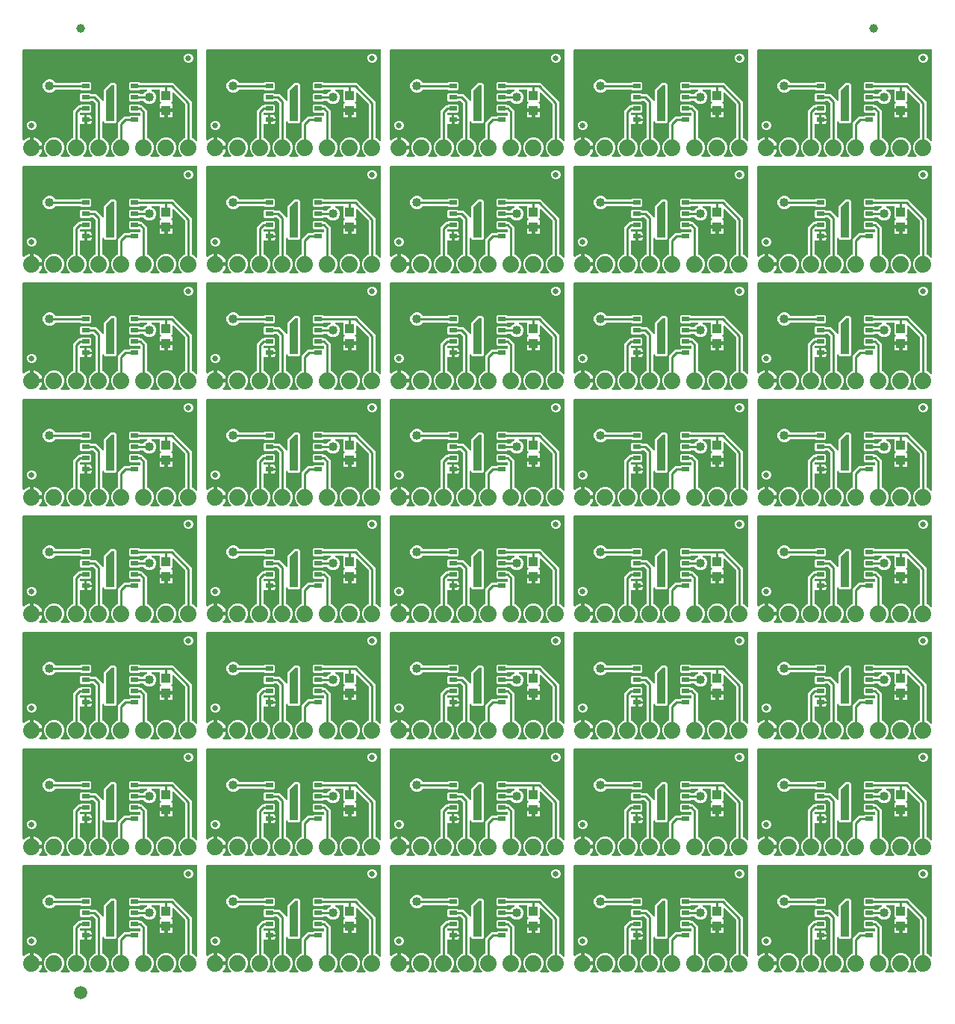
<source format=gtl>
G04 EAGLE Gerber RS-274X export*
G75*
%MOMM*%
%FSLAX34Y34*%
%LPD*%
%INTop Copper*%
%IPPOS*%
%AMOC8*
5,1,8,0,0,1.08239X$1,22.5*%
G01*
%ADD10C,0.635000*%
%ADD11R,0.850000X0.500000*%
%ADD12R,1.000000X1.100000*%
%ADD13C,1.879600*%
%ADD14C,1.000000*%
%ADD15C,1.500000*%
%ADD16C,0.254000*%
%ADD17C,1.016000*%

G36*
X446232Y134625D02*
X446232Y134625D01*
X446261Y134622D01*
X446372Y134645D01*
X446484Y134661D01*
X446511Y134673D01*
X446540Y134678D01*
X446640Y134731D01*
X446744Y134777D01*
X446766Y134796D01*
X446792Y134809D01*
X446874Y134887D01*
X446961Y134960D01*
X446977Y134985D01*
X446998Y135005D01*
X447055Y135103D01*
X447118Y135197D01*
X447127Y135225D01*
X447142Y135250D01*
X447170Y135360D01*
X447204Y135468D01*
X447205Y135498D01*
X447212Y135526D01*
X447208Y135639D01*
X447211Y135752D01*
X447204Y135781D01*
X447203Y135810D01*
X447168Y135918D01*
X447140Y136027D01*
X447125Y136053D01*
X447116Y136081D01*
X447070Y136144D01*
X446994Y136272D01*
X446949Y136315D01*
X446921Y136354D01*
X444969Y138305D01*
X443229Y142506D01*
X443229Y147054D01*
X444970Y151255D01*
X448185Y154470D01*
X452386Y156211D01*
X456934Y156211D01*
X461135Y154470D01*
X464350Y151255D01*
X466091Y147054D01*
X466091Y142506D01*
X464351Y138305D01*
X462399Y136354D01*
X462382Y136330D01*
X462359Y136311D01*
X462297Y136217D01*
X462228Y136127D01*
X462218Y136099D01*
X462202Y136075D01*
X462168Y135967D01*
X462127Y135861D01*
X462125Y135832D01*
X462116Y135804D01*
X462113Y135690D01*
X462104Y135578D01*
X462109Y135549D01*
X462109Y135520D01*
X462137Y135410D01*
X462160Y135299D01*
X462173Y135273D01*
X462180Y135245D01*
X462238Y135147D01*
X462291Y135047D01*
X462311Y135025D01*
X462326Y135000D01*
X462408Y134923D01*
X462486Y134841D01*
X462512Y134826D01*
X462533Y134806D01*
X462634Y134754D01*
X462732Y134697D01*
X462760Y134690D01*
X462786Y134676D01*
X462864Y134663D01*
X463007Y134627D01*
X463070Y134629D01*
X463117Y134621D01*
X471603Y134621D01*
X471632Y134625D01*
X471661Y134622D01*
X471772Y134645D01*
X471884Y134661D01*
X471911Y134673D01*
X471940Y134678D01*
X472040Y134731D01*
X472144Y134777D01*
X472166Y134796D01*
X472192Y134809D01*
X472274Y134887D01*
X472361Y134960D01*
X472377Y134985D01*
X472398Y135005D01*
X472455Y135103D01*
X472518Y135197D01*
X472527Y135225D01*
X472542Y135250D01*
X472570Y135360D01*
X472604Y135468D01*
X472605Y135498D01*
X472612Y135526D01*
X472608Y135639D01*
X472611Y135752D01*
X472604Y135781D01*
X472603Y135810D01*
X472568Y135918D01*
X472540Y136027D01*
X472525Y136053D01*
X472516Y136081D01*
X472470Y136144D01*
X472394Y136272D01*
X472349Y136315D01*
X472321Y136354D01*
X470369Y138305D01*
X468629Y142506D01*
X468629Y147054D01*
X470370Y151255D01*
X473585Y154470D01*
X475623Y155314D01*
X475624Y155315D01*
X475625Y155316D01*
X475744Y155386D01*
X475867Y155459D01*
X475868Y155460D01*
X475870Y155461D01*
X475967Y155565D01*
X476063Y155666D01*
X476063Y155667D01*
X476064Y155668D01*
X476129Y155794D01*
X476193Y155918D01*
X476193Y155920D01*
X476194Y155921D01*
X476196Y155936D01*
X476248Y156197D01*
X476245Y156228D01*
X476249Y156252D01*
X476249Y186998D01*
X482292Y193041D01*
X484175Y193041D01*
X484262Y193053D01*
X484350Y193056D01*
X484402Y193073D01*
X484457Y193081D01*
X484537Y193116D01*
X484620Y193143D01*
X484659Y193171D01*
X484716Y193197D01*
X484830Y193293D01*
X484893Y193338D01*
X485318Y193763D01*
X495502Y193763D01*
X496693Y192572D01*
X496693Y185888D01*
X495502Y184697D01*
X485147Y184697D01*
X485060Y184685D01*
X484973Y184682D01*
X484920Y184665D01*
X484865Y184657D01*
X484786Y184622D01*
X484702Y184595D01*
X484663Y184567D01*
X484606Y184541D01*
X484493Y184445D01*
X484429Y184400D01*
X484168Y184139D01*
X484115Y184069D01*
X484056Y184005D01*
X484030Y183956D01*
X483997Y183912D01*
X483966Y183830D01*
X483926Y183752D01*
X483918Y183704D01*
X483896Y183646D01*
X483886Y183524D01*
X483885Y183521D01*
X483884Y183506D01*
X483884Y183498D01*
X483871Y183421D01*
X483871Y182370D01*
X483878Y182322D01*
X483875Y182273D01*
X483897Y182182D01*
X483911Y182089D01*
X483931Y182044D01*
X483942Y181997D01*
X483988Y181915D01*
X484027Y181829D01*
X484058Y181792D01*
X484082Y181750D01*
X484150Y181684D01*
X484210Y181612D01*
X484251Y181585D01*
X484286Y181551D01*
X484369Y181507D01*
X484447Y181455D01*
X484494Y181440D01*
X484537Y181417D01*
X484629Y181397D01*
X484718Y181369D01*
X484767Y181368D01*
X484815Y181357D01*
X484889Y181364D01*
X485002Y181361D01*
X485086Y181383D01*
X485149Y181389D01*
X485826Y181571D01*
X489161Y181571D01*
X489161Y176764D01*
X489169Y176706D01*
X489167Y176648D01*
X489189Y176566D01*
X489194Y176526D01*
X489175Y176464D01*
X489172Y176364D01*
X489161Y176296D01*
X489161Y171489D01*
X485826Y171489D01*
X485149Y171671D01*
X485100Y171677D01*
X485054Y171691D01*
X484960Y171694D01*
X484867Y171705D01*
X484818Y171697D01*
X484770Y171699D01*
X484679Y171675D01*
X484586Y171660D01*
X484542Y171639D01*
X484495Y171627D01*
X484414Y171579D01*
X484329Y171539D01*
X484292Y171506D01*
X484250Y171481D01*
X484186Y171413D01*
X484115Y171351D01*
X484089Y171310D01*
X484056Y171274D01*
X484013Y171190D01*
X483962Y171111D01*
X483948Y171064D01*
X483926Y171021D01*
X483914Y170948D01*
X483882Y170839D01*
X483881Y170752D01*
X483871Y170690D01*
X483871Y156252D01*
X483871Y156251D01*
X483871Y156249D01*
X483891Y156109D01*
X483911Y155971D01*
X483911Y155970D01*
X483911Y155968D01*
X483968Y155842D01*
X484027Y155712D01*
X484028Y155710D01*
X484029Y155709D01*
X484121Y155600D01*
X484210Y155495D01*
X484212Y155494D01*
X484213Y155492D01*
X484226Y155484D01*
X484447Y155337D01*
X484476Y155328D01*
X484497Y155314D01*
X486535Y154470D01*
X489750Y151255D01*
X491491Y147054D01*
X491491Y142506D01*
X489751Y138305D01*
X487799Y136354D01*
X487782Y136330D01*
X487759Y136311D01*
X487697Y136217D01*
X487628Y136127D01*
X487618Y136099D01*
X487602Y136075D01*
X487568Y135967D01*
X487527Y135861D01*
X487525Y135832D01*
X487516Y135804D01*
X487513Y135690D01*
X487504Y135578D01*
X487509Y135549D01*
X487509Y135520D01*
X487537Y135410D01*
X487560Y135299D01*
X487573Y135273D01*
X487580Y135245D01*
X487638Y135147D01*
X487691Y135047D01*
X487711Y135025D01*
X487726Y135000D01*
X487808Y134923D01*
X487886Y134841D01*
X487912Y134826D01*
X487933Y134806D01*
X488034Y134754D01*
X488132Y134697D01*
X488160Y134690D01*
X488186Y134676D01*
X488264Y134663D01*
X488407Y134627D01*
X488470Y134629D01*
X488517Y134621D01*
X497003Y134621D01*
X497032Y134625D01*
X497061Y134622D01*
X497172Y134645D01*
X497284Y134661D01*
X497311Y134673D01*
X497340Y134678D01*
X497440Y134731D01*
X497544Y134777D01*
X497566Y134796D01*
X497592Y134809D01*
X497674Y134887D01*
X497761Y134960D01*
X497777Y134985D01*
X497798Y135005D01*
X497855Y135103D01*
X497918Y135197D01*
X497927Y135225D01*
X497942Y135250D01*
X497970Y135360D01*
X498004Y135468D01*
X498005Y135498D01*
X498012Y135526D01*
X498008Y135639D01*
X498011Y135752D01*
X498004Y135781D01*
X498003Y135810D01*
X497968Y135918D01*
X497940Y136027D01*
X497925Y136053D01*
X497916Y136081D01*
X497870Y136144D01*
X497794Y136272D01*
X497749Y136315D01*
X497721Y136354D01*
X495769Y138305D01*
X494029Y142506D01*
X494029Y147054D01*
X495770Y151255D01*
X498985Y154470D01*
X501023Y155314D01*
X501024Y155315D01*
X501025Y155316D01*
X501144Y155386D01*
X501267Y155459D01*
X501268Y155460D01*
X501270Y155461D01*
X501367Y155565D01*
X501463Y155666D01*
X501463Y155667D01*
X501464Y155668D01*
X501529Y155794D01*
X501593Y155918D01*
X501593Y155920D01*
X501594Y155921D01*
X501596Y155936D01*
X501648Y156197D01*
X501645Y156228D01*
X501649Y156252D01*
X501649Y194851D01*
X501637Y194938D01*
X501634Y195025D01*
X501617Y195078D01*
X501609Y195133D01*
X501574Y195212D01*
X501547Y195296D01*
X501519Y195335D01*
X501493Y195392D01*
X501397Y195505D01*
X501352Y195569D01*
X499099Y197822D01*
X499029Y197874D01*
X498965Y197934D01*
X498916Y197960D01*
X498872Y197993D01*
X498790Y198024D01*
X498712Y198064D01*
X498665Y198072D01*
X498606Y198094D01*
X498458Y198106D01*
X498381Y198119D01*
X496645Y198119D01*
X496558Y198107D01*
X496470Y198104D01*
X496418Y198087D01*
X496363Y198079D01*
X496283Y198044D01*
X496200Y198017D01*
X496161Y197989D01*
X496104Y197963D01*
X495990Y197867D01*
X495927Y197822D01*
X495502Y197397D01*
X485318Y197397D01*
X484127Y198588D01*
X484127Y205272D01*
X485318Y206463D01*
X495502Y206463D01*
X495927Y206038D01*
X495996Y205986D01*
X496060Y205926D01*
X496110Y205900D01*
X496154Y205867D01*
X496236Y205836D01*
X496313Y205796D01*
X496361Y205788D01*
X496419Y205766D01*
X496567Y205754D01*
X496645Y205741D01*
X501958Y205741D01*
X506741Y200958D01*
X509336Y198363D01*
X509360Y198345D01*
X509379Y198323D01*
X509473Y198260D01*
X509563Y198192D01*
X509591Y198182D01*
X509615Y198165D01*
X509723Y198131D01*
X509829Y198091D01*
X509858Y198088D01*
X509886Y198080D01*
X510000Y198077D01*
X510112Y198067D01*
X510141Y198073D01*
X510170Y198072D01*
X510280Y198101D01*
X510391Y198123D01*
X510417Y198137D01*
X510445Y198144D01*
X510543Y198202D01*
X510643Y198254D01*
X510665Y198274D01*
X510690Y198289D01*
X510767Y198372D01*
X510849Y198450D01*
X510864Y198475D01*
X510884Y198497D01*
X510936Y198598D01*
X510993Y198695D01*
X511000Y198724D01*
X511014Y198750D01*
X511027Y198827D01*
X511063Y198971D01*
X511061Y199033D01*
X511069Y199081D01*
X511069Y210736D01*
X513001Y212668D01*
X516772Y216439D01*
X518704Y218371D01*
X523616Y218371D01*
X525251Y216736D01*
X525251Y174424D01*
X523616Y172789D01*
X512704Y172789D01*
X511004Y174489D01*
X510980Y174507D01*
X510961Y174529D01*
X510867Y174592D01*
X510777Y174660D01*
X510749Y174671D01*
X510725Y174687D01*
X510617Y174721D01*
X510511Y174762D01*
X510482Y174764D01*
X510454Y174773D01*
X510340Y174776D01*
X510228Y174785D01*
X510199Y174779D01*
X510170Y174780D01*
X510060Y174752D01*
X509949Y174729D01*
X509923Y174716D01*
X509895Y174708D01*
X509797Y174650D01*
X509697Y174598D01*
X509675Y174578D01*
X509650Y174563D01*
X509573Y174481D01*
X509491Y174402D01*
X509476Y174377D01*
X509456Y174356D01*
X509404Y174255D01*
X509347Y174157D01*
X509340Y174129D01*
X509326Y174103D01*
X509313Y174025D01*
X509277Y173882D01*
X509279Y173819D01*
X509271Y173772D01*
X509271Y156252D01*
X509271Y156251D01*
X509271Y156249D01*
X509291Y156109D01*
X509311Y155971D01*
X509311Y155970D01*
X509311Y155968D01*
X509368Y155842D01*
X509427Y155712D01*
X509428Y155710D01*
X509429Y155709D01*
X509521Y155600D01*
X509610Y155495D01*
X509612Y155494D01*
X509613Y155492D01*
X509626Y155484D01*
X509847Y155337D01*
X509876Y155328D01*
X509897Y155314D01*
X511935Y154470D01*
X515150Y151255D01*
X516891Y147054D01*
X516891Y142506D01*
X515151Y138305D01*
X513199Y136354D01*
X513182Y136330D01*
X513159Y136311D01*
X513097Y136217D01*
X513028Y136127D01*
X513018Y136099D01*
X513002Y136075D01*
X512968Y135967D01*
X512927Y135861D01*
X512925Y135832D01*
X512916Y135804D01*
X512913Y135690D01*
X512904Y135578D01*
X512909Y135549D01*
X512909Y135520D01*
X512937Y135410D01*
X512960Y135299D01*
X512973Y135273D01*
X512980Y135245D01*
X513038Y135147D01*
X513091Y135047D01*
X513111Y135025D01*
X513126Y135000D01*
X513208Y134923D01*
X513286Y134841D01*
X513312Y134826D01*
X513333Y134806D01*
X513434Y134754D01*
X513532Y134697D01*
X513560Y134690D01*
X513586Y134676D01*
X513664Y134663D01*
X513807Y134627D01*
X513870Y134629D01*
X513917Y134621D01*
X522403Y134621D01*
X522432Y134625D01*
X522461Y134622D01*
X522572Y134645D01*
X522684Y134661D01*
X522711Y134673D01*
X522740Y134678D01*
X522840Y134731D01*
X522944Y134777D01*
X522966Y134796D01*
X522992Y134809D01*
X523074Y134887D01*
X523161Y134960D01*
X523177Y134985D01*
X523198Y135005D01*
X523255Y135103D01*
X523318Y135197D01*
X523327Y135225D01*
X523342Y135250D01*
X523370Y135360D01*
X523404Y135468D01*
X523405Y135498D01*
X523412Y135526D01*
X523408Y135639D01*
X523411Y135752D01*
X523404Y135781D01*
X523403Y135810D01*
X523368Y135918D01*
X523340Y136027D01*
X523325Y136053D01*
X523316Y136081D01*
X523270Y136144D01*
X523194Y136272D01*
X523149Y136315D01*
X523121Y136354D01*
X521169Y138305D01*
X519429Y142506D01*
X519429Y147054D01*
X521170Y151255D01*
X524385Y154470D01*
X526423Y155314D01*
X526424Y155315D01*
X526425Y155316D01*
X526544Y155386D01*
X526667Y155459D01*
X526668Y155460D01*
X526670Y155461D01*
X526767Y155565D01*
X526863Y155666D01*
X526863Y155667D01*
X526864Y155668D01*
X526929Y155794D01*
X526993Y155918D01*
X526993Y155920D01*
X526994Y155921D01*
X526996Y155936D01*
X527048Y156197D01*
X527045Y156228D01*
X527049Y156252D01*
X527049Y173028D01*
X529579Y175558D01*
X534362Y180341D01*
X539675Y180341D01*
X539762Y180353D01*
X539850Y180356D01*
X539902Y180373D01*
X539957Y180381D01*
X540037Y180416D01*
X540120Y180443D01*
X540159Y180471D01*
X540216Y180497D01*
X540330Y180593D01*
X540393Y180638D01*
X540818Y181063D01*
X551361Y181063D01*
X551379Y181062D01*
X551491Y181053D01*
X551520Y181059D01*
X551550Y181058D01*
X551659Y181086D01*
X551770Y181108D01*
X551796Y181122D01*
X551825Y181130D01*
X551922Y181187D01*
X552022Y181239D01*
X552044Y181260D01*
X552070Y181275D01*
X552147Y181357D01*
X552229Y181434D01*
X552244Y181460D01*
X552264Y181482D01*
X552316Y181583D01*
X552373Y181680D01*
X552380Y181709D01*
X552394Y181735D01*
X552407Y181813D01*
X552443Y181955D01*
X552441Y182018D01*
X552449Y182066D01*
X552449Y183421D01*
X552443Y183468D01*
X552443Y183469D01*
X552442Y183470D01*
X552437Y183508D01*
X552434Y183595D01*
X552417Y183648D01*
X552409Y183703D01*
X552374Y183782D01*
X552347Y183866D01*
X552319Y183905D01*
X552293Y183962D01*
X552197Y184075D01*
X552152Y184139D01*
X551891Y184400D01*
X551821Y184452D01*
X551757Y184512D01*
X551708Y184538D01*
X551664Y184571D01*
X551582Y184602D01*
X551504Y184642D01*
X551457Y184650D01*
X551398Y184672D01*
X551250Y184684D01*
X551173Y184697D01*
X540818Y184697D01*
X539627Y185888D01*
X539627Y192572D01*
X540818Y193763D01*
X551002Y193763D01*
X551427Y193338D01*
X551496Y193286D01*
X551560Y193226D01*
X551610Y193200D01*
X551654Y193167D01*
X551736Y193136D01*
X551813Y193096D01*
X551861Y193088D01*
X551919Y193066D01*
X552067Y193054D01*
X552144Y193041D01*
X554028Y193041D01*
X560071Y186998D01*
X560071Y156252D01*
X560071Y156251D01*
X560071Y156249D01*
X560091Y156109D01*
X560111Y155971D01*
X560111Y155970D01*
X560111Y155968D01*
X560168Y155842D01*
X560227Y155712D01*
X560228Y155710D01*
X560229Y155709D01*
X560321Y155600D01*
X560410Y155495D01*
X560412Y155494D01*
X560413Y155492D01*
X560426Y155484D01*
X560647Y155337D01*
X560676Y155328D01*
X560697Y155314D01*
X562735Y154470D01*
X565950Y151255D01*
X567691Y147054D01*
X567691Y142506D01*
X565951Y138305D01*
X563999Y136354D01*
X563982Y136330D01*
X563959Y136311D01*
X563897Y136217D01*
X563828Y136127D01*
X563818Y136099D01*
X563802Y136075D01*
X563768Y135967D01*
X563727Y135861D01*
X563725Y135832D01*
X563716Y135804D01*
X563713Y135690D01*
X563704Y135578D01*
X563709Y135549D01*
X563709Y135520D01*
X563737Y135410D01*
X563760Y135299D01*
X563773Y135273D01*
X563780Y135245D01*
X563838Y135147D01*
X563891Y135047D01*
X563911Y135025D01*
X563926Y135000D01*
X564008Y134923D01*
X564086Y134841D01*
X564112Y134826D01*
X564133Y134806D01*
X564234Y134754D01*
X564332Y134697D01*
X564360Y134690D01*
X564386Y134676D01*
X564464Y134663D01*
X564607Y134627D01*
X564670Y134629D01*
X564717Y134621D01*
X573203Y134621D01*
X573232Y134625D01*
X573261Y134622D01*
X573372Y134645D01*
X573484Y134661D01*
X573511Y134673D01*
X573540Y134678D01*
X573640Y134731D01*
X573744Y134777D01*
X573766Y134796D01*
X573792Y134809D01*
X573874Y134887D01*
X573961Y134960D01*
X573977Y134985D01*
X573998Y135005D01*
X574055Y135103D01*
X574118Y135197D01*
X574127Y135225D01*
X574142Y135250D01*
X574170Y135360D01*
X574204Y135468D01*
X574205Y135498D01*
X574212Y135526D01*
X574208Y135639D01*
X574211Y135752D01*
X574204Y135781D01*
X574203Y135810D01*
X574168Y135918D01*
X574140Y136027D01*
X574125Y136053D01*
X574116Y136081D01*
X574070Y136144D01*
X573994Y136272D01*
X573949Y136315D01*
X573921Y136354D01*
X571969Y138305D01*
X570229Y142506D01*
X570229Y147054D01*
X571970Y151255D01*
X575185Y154470D01*
X579386Y156211D01*
X583934Y156211D01*
X588135Y154470D01*
X591350Y151255D01*
X593091Y147054D01*
X593091Y142506D01*
X591351Y138305D01*
X589399Y136354D01*
X589382Y136330D01*
X589359Y136311D01*
X589297Y136217D01*
X589228Y136127D01*
X589218Y136099D01*
X589202Y136075D01*
X589168Y135967D01*
X589127Y135861D01*
X589125Y135832D01*
X589116Y135804D01*
X589113Y135690D01*
X589104Y135578D01*
X589109Y135549D01*
X589109Y135520D01*
X589137Y135410D01*
X589160Y135299D01*
X589173Y135273D01*
X589180Y135245D01*
X589238Y135147D01*
X589291Y135047D01*
X589311Y135025D01*
X589326Y135000D01*
X589408Y134923D01*
X589486Y134841D01*
X589512Y134826D01*
X589533Y134806D01*
X589634Y134754D01*
X589732Y134697D01*
X589760Y134690D01*
X589786Y134676D01*
X589864Y134663D01*
X590007Y134627D01*
X590070Y134629D01*
X590117Y134621D01*
X598603Y134621D01*
X598632Y134625D01*
X598661Y134622D01*
X598772Y134645D01*
X598884Y134661D01*
X598911Y134673D01*
X598940Y134678D01*
X599040Y134731D01*
X599144Y134777D01*
X599166Y134796D01*
X599192Y134809D01*
X599274Y134887D01*
X599361Y134960D01*
X599377Y134985D01*
X599398Y135005D01*
X599455Y135103D01*
X599518Y135197D01*
X599527Y135225D01*
X599542Y135250D01*
X599570Y135360D01*
X599604Y135468D01*
X599605Y135498D01*
X599612Y135526D01*
X599608Y135639D01*
X599611Y135752D01*
X599604Y135781D01*
X599603Y135810D01*
X599568Y135918D01*
X599540Y136027D01*
X599525Y136053D01*
X599516Y136081D01*
X599470Y136144D01*
X599394Y136272D01*
X599349Y136315D01*
X599321Y136354D01*
X597369Y138305D01*
X595629Y142506D01*
X595629Y147054D01*
X597370Y151255D01*
X600585Y154470D01*
X602623Y155314D01*
X602624Y155315D01*
X602625Y155316D01*
X602744Y155386D01*
X602867Y155459D01*
X602868Y155460D01*
X602870Y155461D01*
X602967Y155565D01*
X603063Y155666D01*
X603063Y155667D01*
X603064Y155668D01*
X603129Y155794D01*
X603193Y155918D01*
X603193Y155920D01*
X603194Y155921D01*
X603196Y155936D01*
X603248Y156197D01*
X603245Y156228D01*
X603249Y156252D01*
X603249Y193581D01*
X603237Y193668D01*
X603234Y193755D01*
X603217Y193808D01*
X603209Y193863D01*
X603174Y193942D01*
X603147Y194026D01*
X603119Y194065D01*
X603093Y194122D01*
X602997Y194235D01*
X602952Y194299D01*
X590426Y206825D01*
X590402Y206843D01*
X590383Y206865D01*
X590289Y206928D01*
X590199Y206996D01*
X590171Y207006D01*
X590147Y207023D01*
X590039Y207057D01*
X589933Y207097D01*
X589904Y207100D01*
X589876Y207108D01*
X589762Y207111D01*
X589650Y207121D01*
X589621Y207115D01*
X589592Y207116D01*
X589482Y207087D01*
X589371Y207065D01*
X589345Y207051D01*
X589317Y207044D01*
X589219Y206986D01*
X589119Y206934D01*
X589097Y206914D01*
X589072Y206899D01*
X588995Y206816D01*
X588913Y206738D01*
X588898Y206713D01*
X588878Y206691D01*
X588826Y206590D01*
X588769Y206493D01*
X588762Y206464D01*
X588748Y206438D01*
X588735Y206361D01*
X588699Y206217D01*
X588701Y206155D01*
X588693Y206107D01*
X588693Y197738D01*
X587474Y196519D01*
X587445Y196480D01*
X587409Y196448D01*
X587360Y196367D01*
X587303Y196292D01*
X587286Y196247D01*
X587260Y196205D01*
X587236Y196115D01*
X587202Y196027D01*
X587198Y195978D01*
X587185Y195931D01*
X587186Y195837D01*
X587178Y195743D01*
X587188Y195696D01*
X587189Y195647D01*
X587216Y195557D01*
X587234Y195465D01*
X587257Y195421D01*
X587271Y195375D01*
X587322Y195296D01*
X587365Y195212D01*
X587399Y195177D01*
X587425Y195136D01*
X587483Y195089D01*
X587561Y195006D01*
X587636Y194962D01*
X587684Y194922D01*
X588220Y194613D01*
X588693Y194140D01*
X589028Y193561D01*
X589201Y192914D01*
X589201Y189111D01*
X582676Y189111D01*
X582618Y189103D01*
X582560Y189104D01*
X582478Y189083D01*
X582395Y189071D01*
X582341Y189047D01*
X582285Y189033D01*
X582212Y188990D01*
X582135Y188955D01*
X582091Y188917D01*
X582040Y188887D01*
X581983Y188826D01*
X581918Y188771D01*
X581886Y188723D01*
X581846Y188680D01*
X581807Y188605D01*
X581761Y188535D01*
X581743Y188479D01*
X581716Y188427D01*
X581705Y188359D01*
X581675Y188264D01*
X581672Y188164D01*
X581661Y188096D01*
X581661Y187079D01*
X581659Y187079D01*
X581659Y188096D01*
X581651Y188154D01*
X581652Y188212D01*
X581631Y188294D01*
X581619Y188377D01*
X581595Y188431D01*
X581581Y188487D01*
X581538Y188560D01*
X581503Y188637D01*
X581465Y188681D01*
X581435Y188732D01*
X581374Y188789D01*
X581319Y188854D01*
X581271Y188886D01*
X581228Y188926D01*
X581153Y188965D01*
X581083Y189011D01*
X581027Y189029D01*
X580975Y189056D01*
X580907Y189067D01*
X580812Y189097D01*
X580712Y189100D01*
X580644Y189111D01*
X574119Y189111D01*
X574119Y192914D01*
X574292Y193561D01*
X574627Y194140D01*
X575100Y194613D01*
X575636Y194922D01*
X575674Y194952D01*
X575717Y194975D01*
X575786Y195040D01*
X575859Y195098D01*
X575888Y195137D01*
X575923Y195171D01*
X575971Y195252D01*
X576026Y195328D01*
X576043Y195374D01*
X576067Y195416D01*
X576090Y195507D01*
X576122Y195595D01*
X576125Y195644D01*
X576137Y195691D01*
X576134Y195785D01*
X576140Y195879D01*
X576130Y195927D01*
X576128Y195976D01*
X576099Y196065D01*
X576079Y196157D01*
X576056Y196200D01*
X576041Y196246D01*
X575998Y196307D01*
X575943Y196407D01*
X575882Y196468D01*
X575846Y196519D01*
X574627Y197738D01*
X574627Y209804D01*
X574620Y209853D01*
X574621Y209866D01*
X574619Y209870D01*
X574621Y209920D01*
X574599Y210002D01*
X574587Y210086D01*
X574564Y210139D01*
X574549Y210195D01*
X574506Y210268D01*
X574471Y210345D01*
X574433Y210390D01*
X574404Y210440D01*
X574342Y210498D01*
X574288Y210562D01*
X574239Y210594D01*
X574196Y210634D01*
X574121Y210673D01*
X574051Y210720D01*
X573995Y210737D01*
X573943Y210764D01*
X573875Y210775D01*
X573780Y210805D01*
X573680Y210808D01*
X573612Y210819D01*
X566247Y210819D01*
X566162Y210807D01*
X566076Y210805D01*
X566022Y210787D01*
X565966Y210779D01*
X565887Y210744D01*
X565806Y210718D01*
X565758Y210686D01*
X565706Y210663D01*
X565641Y210608D01*
X565569Y210560D01*
X565533Y210516D01*
X565489Y210480D01*
X565442Y210408D01*
X565386Y210342D01*
X565363Y210290D01*
X565332Y210243D01*
X565306Y210161D01*
X565271Y210082D01*
X565263Y210026D01*
X565246Y209972D01*
X565244Y209886D01*
X565232Y209801D01*
X565240Y209745D01*
X565239Y209688D01*
X565260Y209605D01*
X565273Y209519D01*
X565296Y209468D01*
X565311Y209413D01*
X565354Y209339D01*
X565390Y209260D01*
X565427Y209217D01*
X565456Y209168D01*
X565518Y209109D01*
X565574Y209044D01*
X565616Y209018D01*
X565663Y208974D01*
X565792Y208908D01*
X565859Y208866D01*
X567007Y208391D01*
X569151Y206247D01*
X570311Y203446D01*
X570311Y200414D01*
X569151Y197613D01*
X567007Y195469D01*
X564206Y194309D01*
X561174Y194309D01*
X558373Y195469D01*
X556178Y197665D01*
X556135Y197737D01*
X556134Y197738D01*
X556133Y197740D01*
X556030Y197836D01*
X555928Y197932D01*
X555927Y197933D01*
X555926Y197934D01*
X555805Y197996D01*
X555676Y198063D01*
X555674Y198063D01*
X555673Y198064D01*
X555657Y198066D01*
X555397Y198118D01*
X555366Y198115D01*
X555341Y198119D01*
X552145Y198119D01*
X552058Y198107D01*
X551970Y198104D01*
X551918Y198087D01*
X551863Y198079D01*
X551783Y198044D01*
X551700Y198017D01*
X551661Y197989D01*
X551604Y197963D01*
X551490Y197867D01*
X551427Y197822D01*
X551002Y197397D01*
X540818Y197397D01*
X539627Y198588D01*
X539627Y205272D01*
X540818Y206463D01*
X551002Y206463D01*
X551427Y206038D01*
X551496Y205986D01*
X551560Y205926D01*
X551610Y205900D01*
X551654Y205867D01*
X551736Y205836D01*
X551813Y205796D01*
X551861Y205788D01*
X551919Y205766D01*
X552067Y205754D01*
X552145Y205741D01*
X555341Y205741D01*
X555343Y205741D01*
X555345Y205741D01*
X555485Y205761D01*
X555623Y205781D01*
X555625Y205781D01*
X555626Y205781D01*
X555752Y205838D01*
X555882Y205897D01*
X555884Y205898D01*
X555885Y205899D01*
X555991Y205988D01*
X556099Y206080D01*
X556100Y206082D01*
X556102Y206083D01*
X556110Y206097D01*
X556172Y206189D01*
X558373Y208391D01*
X559521Y208866D01*
X559595Y208910D01*
X559674Y208945D01*
X559717Y208982D01*
X559766Y209011D01*
X559825Y209073D01*
X559891Y209129D01*
X559922Y209176D01*
X559961Y209217D01*
X560001Y209294D01*
X560048Y209365D01*
X560065Y209419D01*
X560091Y209470D01*
X560108Y209554D01*
X560134Y209636D01*
X560135Y209693D01*
X560146Y209749D01*
X560139Y209834D01*
X560141Y209920D01*
X560127Y209975D01*
X560122Y210032D01*
X560091Y210113D01*
X560069Y210195D01*
X560040Y210244D01*
X560020Y210297D01*
X559968Y210366D01*
X559924Y210440D01*
X559883Y210479D01*
X559848Y210524D01*
X559780Y210576D01*
X559717Y210634D01*
X559666Y210660D01*
X559621Y210694D01*
X559540Y210725D01*
X559464Y210764D01*
X559415Y210772D01*
X559355Y210795D01*
X559210Y210806D01*
X559133Y210819D01*
X552144Y210819D01*
X552058Y210807D01*
X551970Y210804D01*
X551918Y210787D01*
X551863Y210779D01*
X551783Y210744D01*
X551700Y210717D01*
X551661Y210689D01*
X551604Y210663D01*
X551490Y210567D01*
X551427Y210522D01*
X551002Y210097D01*
X540818Y210097D01*
X539627Y211288D01*
X539627Y217972D01*
X540818Y219163D01*
X551002Y219163D01*
X551427Y218738D01*
X551496Y218686D01*
X551560Y218626D01*
X551610Y218600D01*
X551654Y218567D01*
X551736Y218536D01*
X551813Y218496D01*
X551861Y218488D01*
X551919Y218466D01*
X552067Y218454D01*
X552144Y218441D01*
X589588Y218441D01*
X610871Y197158D01*
X610871Y156252D01*
X610871Y156251D01*
X610871Y156249D01*
X610891Y156109D01*
X610911Y155971D01*
X610911Y155970D01*
X610911Y155968D01*
X610968Y155842D01*
X611027Y155712D01*
X611028Y155710D01*
X611029Y155709D01*
X611121Y155600D01*
X611210Y155495D01*
X611212Y155494D01*
X611213Y155492D01*
X611226Y155484D01*
X611447Y155337D01*
X611476Y155328D01*
X611497Y155314D01*
X613535Y154471D01*
X615486Y152519D01*
X615510Y152502D01*
X615529Y152479D01*
X615623Y152417D01*
X615713Y152348D01*
X615741Y152338D01*
X615765Y152322D01*
X615873Y152288D01*
X615979Y152247D01*
X616008Y152245D01*
X616036Y152236D01*
X616150Y152233D01*
X616262Y152224D01*
X616291Y152229D01*
X616320Y152229D01*
X616430Y152257D01*
X616541Y152280D01*
X616567Y152293D01*
X616595Y152300D01*
X616693Y152358D01*
X616793Y152411D01*
X616815Y152431D01*
X616840Y152446D01*
X616917Y152528D01*
X616999Y152606D01*
X617014Y152632D01*
X617034Y152653D01*
X617086Y152754D01*
X617143Y152852D01*
X617150Y152880D01*
X617164Y152906D01*
X617177Y152984D01*
X617213Y153127D01*
X617211Y153190D01*
X617219Y153237D01*
X617219Y255524D01*
X617211Y255582D01*
X617213Y255640D01*
X617191Y255722D01*
X617179Y255806D01*
X617156Y255859D01*
X617141Y255915D01*
X617098Y255988D01*
X617063Y256065D01*
X617025Y256110D01*
X616996Y256160D01*
X616934Y256218D01*
X616880Y256282D01*
X616831Y256314D01*
X616788Y256354D01*
X616713Y256393D01*
X616643Y256440D01*
X616587Y256457D01*
X616535Y256484D01*
X616467Y256495D01*
X616372Y256525D01*
X616272Y256528D01*
X616204Y256539D01*
X420116Y256539D01*
X420058Y256531D01*
X420000Y256533D01*
X419918Y256511D01*
X419834Y256499D01*
X419781Y256476D01*
X419725Y256461D01*
X419652Y256418D01*
X419575Y256383D01*
X419530Y256345D01*
X419480Y256316D01*
X419422Y256254D01*
X419358Y256200D01*
X419326Y256151D01*
X419286Y256108D01*
X419247Y256033D01*
X419200Y255963D01*
X419183Y255907D01*
X419156Y255855D01*
X419145Y255787D01*
X419115Y255692D01*
X419112Y255592D01*
X419101Y255524D01*
X419101Y153956D01*
X419105Y153927D01*
X419102Y153897D01*
X419125Y153786D01*
X419141Y153674D01*
X419153Y153647D01*
X419158Y153619D01*
X419211Y153518D01*
X419257Y153415D01*
X419276Y153392D01*
X419289Y153366D01*
X419367Y153284D01*
X419440Y153198D01*
X419465Y153181D01*
X419485Y153160D01*
X419583Y153103D01*
X419677Y153040D01*
X419705Y153031D01*
X419730Y153016D01*
X419840Y152989D01*
X419948Y152954D01*
X419978Y152954D01*
X420006Y152946D01*
X420119Y152950D01*
X420232Y152947D01*
X420261Y152954D01*
X420290Y152955D01*
X420398Y152990D01*
X420507Y153019D01*
X420533Y153034D01*
X420561Y153043D01*
X420625Y153089D01*
X420752Y153164D01*
X420795Y153210D01*
X420834Y153238D01*
X421482Y153886D01*
X423003Y154991D01*
X424677Y155844D01*
X426464Y156425D01*
X427229Y156546D01*
X427229Y145796D01*
X427237Y145738D01*
X427235Y145680D01*
X427257Y145598D01*
X427269Y145515D01*
X427293Y145461D01*
X427307Y145405D01*
X427350Y145332D01*
X427385Y145255D01*
X427423Y145211D01*
X427453Y145160D01*
X427514Y145103D01*
X427569Y145038D01*
X427617Y145006D01*
X427660Y144966D01*
X427735Y144927D01*
X427805Y144881D01*
X427861Y144863D01*
X427913Y144836D01*
X427981Y144825D01*
X428076Y144795D01*
X428176Y144792D01*
X428244Y144781D01*
X429261Y144781D01*
X429261Y143764D01*
X429269Y143706D01*
X429268Y143648D01*
X429289Y143566D01*
X429301Y143483D01*
X429325Y143429D01*
X429339Y143373D01*
X429382Y143300D01*
X429417Y143223D01*
X429455Y143178D01*
X429485Y143128D01*
X429546Y143070D01*
X429601Y143006D01*
X429649Y142974D01*
X429692Y142934D01*
X429767Y142895D01*
X429837Y142849D01*
X429893Y142831D01*
X429945Y142804D01*
X430013Y142793D01*
X430108Y142763D01*
X430208Y142760D01*
X430276Y142749D01*
X441026Y142749D01*
X440905Y141984D01*
X440324Y140197D01*
X439471Y138523D01*
X438366Y137002D01*
X437718Y136354D01*
X437700Y136330D01*
X437678Y136311D01*
X437615Y136217D01*
X437547Y136127D01*
X437536Y136099D01*
X437520Y136075D01*
X437486Y135967D01*
X437446Y135861D01*
X437443Y135832D01*
X437434Y135804D01*
X437431Y135690D01*
X437422Y135578D01*
X437428Y135549D01*
X437427Y135520D01*
X437456Y135410D01*
X437478Y135299D01*
X437492Y135273D01*
X437499Y135245D01*
X437557Y135147D01*
X437609Y135047D01*
X437629Y135025D01*
X437644Y135000D01*
X437727Y134923D01*
X437805Y134841D01*
X437830Y134826D01*
X437851Y134806D01*
X437952Y134754D01*
X438050Y134697D01*
X438078Y134690D01*
X438105Y134676D01*
X438182Y134663D01*
X438326Y134627D01*
X438388Y134629D01*
X438436Y134621D01*
X446203Y134621D01*
X446232Y134625D01*
G37*
G36*
X862792Y2545D02*
X862792Y2545D01*
X862821Y2542D01*
X862932Y2565D01*
X863044Y2581D01*
X863071Y2593D01*
X863100Y2598D01*
X863200Y2651D01*
X863304Y2697D01*
X863326Y2716D01*
X863352Y2729D01*
X863434Y2807D01*
X863521Y2880D01*
X863537Y2905D01*
X863558Y2925D01*
X863615Y3023D01*
X863678Y3117D01*
X863687Y3145D01*
X863702Y3170D01*
X863730Y3280D01*
X863764Y3388D01*
X863765Y3418D01*
X863772Y3446D01*
X863768Y3559D01*
X863771Y3672D01*
X863764Y3701D01*
X863763Y3730D01*
X863728Y3838D01*
X863700Y3947D01*
X863685Y3973D01*
X863676Y4001D01*
X863630Y4064D01*
X863554Y4192D01*
X863509Y4235D01*
X863481Y4274D01*
X861529Y6225D01*
X859789Y10426D01*
X859789Y14974D01*
X861530Y19175D01*
X864745Y22390D01*
X868946Y24131D01*
X873494Y24131D01*
X877695Y22390D01*
X880910Y19175D01*
X882651Y14974D01*
X882651Y10426D01*
X880911Y6225D01*
X878959Y4274D01*
X878942Y4250D01*
X878919Y4231D01*
X878857Y4137D01*
X878788Y4047D01*
X878778Y4019D01*
X878762Y3995D01*
X878728Y3887D01*
X878687Y3781D01*
X878685Y3752D01*
X878676Y3724D01*
X878673Y3610D01*
X878664Y3498D01*
X878669Y3469D01*
X878669Y3440D01*
X878697Y3330D01*
X878720Y3219D01*
X878733Y3193D01*
X878740Y3165D01*
X878798Y3067D01*
X878851Y2967D01*
X878871Y2945D01*
X878886Y2920D01*
X878968Y2843D01*
X879046Y2761D01*
X879072Y2746D01*
X879093Y2726D01*
X879194Y2674D01*
X879292Y2617D01*
X879320Y2610D01*
X879346Y2596D01*
X879424Y2583D01*
X879567Y2547D01*
X879630Y2549D01*
X879677Y2541D01*
X888163Y2541D01*
X888192Y2545D01*
X888221Y2542D01*
X888332Y2565D01*
X888444Y2581D01*
X888471Y2593D01*
X888500Y2598D01*
X888600Y2651D01*
X888704Y2697D01*
X888726Y2716D01*
X888752Y2729D01*
X888834Y2807D01*
X888921Y2880D01*
X888937Y2905D01*
X888958Y2925D01*
X889015Y3023D01*
X889078Y3117D01*
X889087Y3145D01*
X889102Y3170D01*
X889130Y3280D01*
X889164Y3388D01*
X889165Y3418D01*
X889172Y3446D01*
X889168Y3559D01*
X889171Y3672D01*
X889164Y3701D01*
X889163Y3730D01*
X889128Y3838D01*
X889100Y3947D01*
X889085Y3973D01*
X889076Y4001D01*
X889030Y4064D01*
X888954Y4192D01*
X888909Y4235D01*
X888881Y4274D01*
X886929Y6225D01*
X885189Y10426D01*
X885189Y14974D01*
X886930Y19175D01*
X890145Y22390D01*
X892183Y23234D01*
X892184Y23235D01*
X892185Y23236D01*
X892304Y23306D01*
X892427Y23379D01*
X892428Y23380D01*
X892430Y23381D01*
X892527Y23485D01*
X892623Y23586D01*
X892623Y23587D01*
X892624Y23588D01*
X892689Y23714D01*
X892753Y23838D01*
X892753Y23840D01*
X892754Y23841D01*
X892756Y23856D01*
X892808Y24117D01*
X892805Y24148D01*
X892809Y24172D01*
X892809Y54918D01*
X898852Y60961D01*
X900735Y60961D01*
X900822Y60973D01*
X900910Y60976D01*
X900962Y60993D01*
X901017Y61001D01*
X901097Y61036D01*
X901180Y61063D01*
X901219Y61091D01*
X901276Y61117D01*
X901390Y61213D01*
X901453Y61258D01*
X901878Y61683D01*
X912062Y61683D01*
X913253Y60492D01*
X913253Y53808D01*
X912062Y52617D01*
X901707Y52617D01*
X901620Y52605D01*
X901533Y52602D01*
X901480Y52585D01*
X901425Y52577D01*
X901346Y52542D01*
X901262Y52515D01*
X901223Y52487D01*
X901166Y52461D01*
X901053Y52365D01*
X900989Y52320D01*
X900728Y52059D01*
X900675Y51989D01*
X900616Y51925D01*
X900590Y51876D01*
X900557Y51832D01*
X900526Y51750D01*
X900486Y51672D01*
X900478Y51624D01*
X900456Y51566D01*
X900446Y51444D01*
X900445Y51441D01*
X900444Y51426D01*
X900444Y51418D01*
X900431Y51341D01*
X900431Y50290D01*
X900438Y50242D01*
X900435Y50193D01*
X900457Y50102D01*
X900471Y50009D01*
X900491Y49964D01*
X900502Y49917D01*
X900548Y49835D01*
X900587Y49749D01*
X900618Y49712D01*
X900642Y49670D01*
X900710Y49604D01*
X900770Y49532D01*
X900811Y49505D01*
X900846Y49471D01*
X900929Y49427D01*
X901007Y49375D01*
X901054Y49360D01*
X901097Y49337D01*
X901189Y49317D01*
X901278Y49289D01*
X901327Y49288D01*
X901375Y49277D01*
X901449Y49284D01*
X901562Y49281D01*
X901646Y49303D01*
X901709Y49309D01*
X902386Y49491D01*
X905721Y49491D01*
X905721Y44684D01*
X905729Y44626D01*
X905727Y44568D01*
X905749Y44486D01*
X905754Y44446D01*
X905735Y44384D01*
X905732Y44284D01*
X905721Y44216D01*
X905721Y39409D01*
X902386Y39409D01*
X901709Y39591D01*
X901660Y39597D01*
X901614Y39611D01*
X901520Y39614D01*
X901427Y39625D01*
X901378Y39617D01*
X901330Y39619D01*
X901239Y39595D01*
X901146Y39580D01*
X901102Y39559D01*
X901055Y39547D01*
X900974Y39499D01*
X900889Y39459D01*
X900852Y39426D01*
X900810Y39401D01*
X900746Y39333D01*
X900675Y39271D01*
X900649Y39230D01*
X900616Y39194D01*
X900573Y39110D01*
X900522Y39031D01*
X900508Y38984D01*
X900486Y38941D01*
X900474Y38868D01*
X900442Y38759D01*
X900441Y38672D01*
X900431Y38610D01*
X900431Y24172D01*
X900431Y24171D01*
X900431Y24169D01*
X900451Y24029D01*
X900471Y23891D01*
X900471Y23890D01*
X900471Y23888D01*
X900528Y23762D01*
X900587Y23632D01*
X900588Y23630D01*
X900589Y23629D01*
X900681Y23520D01*
X900770Y23415D01*
X900772Y23414D01*
X900773Y23412D01*
X900786Y23404D01*
X901007Y23257D01*
X901036Y23248D01*
X901057Y23234D01*
X903095Y22390D01*
X906310Y19175D01*
X908051Y14974D01*
X908051Y10426D01*
X906311Y6225D01*
X904359Y4274D01*
X904342Y4250D01*
X904319Y4231D01*
X904257Y4137D01*
X904188Y4047D01*
X904178Y4019D01*
X904162Y3995D01*
X904128Y3887D01*
X904087Y3781D01*
X904085Y3752D01*
X904076Y3724D01*
X904073Y3610D01*
X904064Y3498D01*
X904069Y3469D01*
X904069Y3440D01*
X904097Y3330D01*
X904120Y3219D01*
X904133Y3193D01*
X904140Y3165D01*
X904198Y3067D01*
X904251Y2967D01*
X904271Y2945D01*
X904286Y2920D01*
X904368Y2843D01*
X904446Y2761D01*
X904472Y2746D01*
X904493Y2726D01*
X904594Y2674D01*
X904692Y2617D01*
X904720Y2610D01*
X904746Y2596D01*
X904824Y2583D01*
X904967Y2547D01*
X905030Y2549D01*
X905077Y2541D01*
X913563Y2541D01*
X913592Y2545D01*
X913621Y2542D01*
X913732Y2565D01*
X913844Y2581D01*
X913871Y2593D01*
X913900Y2598D01*
X914000Y2651D01*
X914104Y2697D01*
X914126Y2716D01*
X914152Y2729D01*
X914234Y2807D01*
X914321Y2880D01*
X914337Y2905D01*
X914358Y2925D01*
X914415Y3023D01*
X914478Y3117D01*
X914487Y3145D01*
X914502Y3170D01*
X914530Y3280D01*
X914564Y3388D01*
X914565Y3418D01*
X914572Y3446D01*
X914568Y3559D01*
X914571Y3672D01*
X914564Y3701D01*
X914563Y3730D01*
X914528Y3838D01*
X914500Y3947D01*
X914485Y3973D01*
X914476Y4001D01*
X914430Y4064D01*
X914354Y4192D01*
X914309Y4235D01*
X914281Y4274D01*
X912329Y6225D01*
X910589Y10426D01*
X910589Y14974D01*
X912330Y19175D01*
X915545Y22390D01*
X917583Y23234D01*
X917584Y23235D01*
X917585Y23236D01*
X917704Y23306D01*
X917827Y23379D01*
X917828Y23380D01*
X917830Y23381D01*
X917927Y23485D01*
X918023Y23586D01*
X918023Y23587D01*
X918024Y23588D01*
X918089Y23714D01*
X918153Y23838D01*
X918153Y23840D01*
X918154Y23841D01*
X918156Y23856D01*
X918208Y24117D01*
X918205Y24148D01*
X918209Y24172D01*
X918209Y62771D01*
X918197Y62858D01*
X918194Y62945D01*
X918177Y62998D01*
X918169Y63053D01*
X918134Y63132D01*
X918107Y63216D01*
X918079Y63255D01*
X918053Y63312D01*
X917957Y63425D01*
X917912Y63489D01*
X915659Y65742D01*
X915589Y65794D01*
X915525Y65854D01*
X915476Y65880D01*
X915432Y65913D01*
X915350Y65944D01*
X915272Y65984D01*
X915225Y65992D01*
X915166Y66014D01*
X915018Y66026D01*
X914941Y66039D01*
X913205Y66039D01*
X913118Y66027D01*
X913030Y66024D01*
X912978Y66007D01*
X912923Y65999D01*
X912843Y65964D01*
X912760Y65937D01*
X912721Y65909D01*
X912664Y65883D01*
X912550Y65787D01*
X912487Y65742D01*
X912062Y65317D01*
X901878Y65317D01*
X900687Y66508D01*
X900687Y73192D01*
X901878Y74383D01*
X912062Y74383D01*
X912487Y73958D01*
X912556Y73906D01*
X912620Y73846D01*
X912670Y73820D01*
X912714Y73787D01*
X912796Y73756D01*
X912873Y73716D01*
X912921Y73708D01*
X912979Y73686D01*
X913127Y73674D01*
X913205Y73661D01*
X918518Y73661D01*
X923301Y68878D01*
X925896Y66283D01*
X925920Y66265D01*
X925939Y66243D01*
X926033Y66180D01*
X926123Y66112D01*
X926151Y66102D01*
X926175Y66085D01*
X926283Y66051D01*
X926389Y66011D01*
X926418Y66008D01*
X926446Y66000D01*
X926560Y65997D01*
X926672Y65987D01*
X926701Y65993D01*
X926730Y65992D01*
X926840Y66021D01*
X926951Y66043D01*
X926977Y66057D01*
X927005Y66064D01*
X927103Y66122D01*
X927203Y66174D01*
X927225Y66194D01*
X927250Y66209D01*
X927327Y66292D01*
X927409Y66370D01*
X927424Y66395D01*
X927444Y66417D01*
X927496Y66518D01*
X927553Y66615D01*
X927560Y66644D01*
X927574Y66670D01*
X927587Y66747D01*
X927623Y66891D01*
X927621Y66953D01*
X927629Y67001D01*
X927629Y78656D01*
X929561Y80588D01*
X933332Y84359D01*
X935264Y86291D01*
X940176Y86291D01*
X941811Y84656D01*
X941811Y42344D01*
X940176Y40709D01*
X929264Y40709D01*
X927564Y42409D01*
X927540Y42427D01*
X927521Y42449D01*
X927427Y42512D01*
X927337Y42580D01*
X927309Y42591D01*
X927285Y42607D01*
X927177Y42641D01*
X927071Y42682D01*
X927042Y42684D01*
X927014Y42693D01*
X926900Y42696D01*
X926788Y42705D01*
X926759Y42699D01*
X926730Y42700D01*
X926620Y42672D01*
X926509Y42649D01*
X926483Y42636D01*
X926455Y42628D01*
X926357Y42570D01*
X926257Y42518D01*
X926235Y42498D01*
X926210Y42483D01*
X926133Y42401D01*
X926051Y42322D01*
X926036Y42297D01*
X926016Y42276D01*
X925964Y42175D01*
X925907Y42077D01*
X925900Y42049D01*
X925886Y42023D01*
X925873Y41945D01*
X925837Y41802D01*
X925839Y41739D01*
X925831Y41692D01*
X925831Y24172D01*
X925831Y24171D01*
X925831Y24169D01*
X925851Y24029D01*
X925871Y23891D01*
X925871Y23890D01*
X925871Y23888D01*
X925928Y23762D01*
X925987Y23632D01*
X925988Y23630D01*
X925989Y23629D01*
X926081Y23520D01*
X926170Y23415D01*
X926172Y23414D01*
X926173Y23412D01*
X926186Y23404D01*
X926407Y23257D01*
X926436Y23248D01*
X926457Y23234D01*
X928495Y22390D01*
X931710Y19175D01*
X933451Y14974D01*
X933451Y10426D01*
X931711Y6225D01*
X929759Y4274D01*
X929742Y4250D01*
X929719Y4231D01*
X929657Y4137D01*
X929588Y4047D01*
X929578Y4019D01*
X929562Y3995D01*
X929528Y3887D01*
X929487Y3781D01*
X929485Y3752D01*
X929476Y3724D01*
X929473Y3610D01*
X929464Y3498D01*
X929469Y3469D01*
X929469Y3440D01*
X929497Y3330D01*
X929520Y3219D01*
X929533Y3193D01*
X929540Y3165D01*
X929598Y3067D01*
X929651Y2967D01*
X929671Y2945D01*
X929686Y2920D01*
X929768Y2843D01*
X929846Y2761D01*
X929872Y2746D01*
X929893Y2726D01*
X929994Y2674D01*
X930092Y2617D01*
X930120Y2610D01*
X930146Y2596D01*
X930224Y2583D01*
X930367Y2547D01*
X930430Y2549D01*
X930477Y2541D01*
X938963Y2541D01*
X938992Y2545D01*
X939021Y2542D01*
X939132Y2565D01*
X939244Y2581D01*
X939271Y2593D01*
X939300Y2598D01*
X939400Y2651D01*
X939504Y2697D01*
X939526Y2716D01*
X939552Y2729D01*
X939634Y2807D01*
X939721Y2880D01*
X939737Y2905D01*
X939758Y2925D01*
X939815Y3023D01*
X939878Y3117D01*
X939887Y3145D01*
X939902Y3170D01*
X939930Y3280D01*
X939964Y3388D01*
X939965Y3418D01*
X939972Y3446D01*
X939968Y3559D01*
X939971Y3672D01*
X939964Y3701D01*
X939963Y3730D01*
X939928Y3838D01*
X939900Y3947D01*
X939885Y3973D01*
X939876Y4001D01*
X939830Y4064D01*
X939754Y4192D01*
X939709Y4235D01*
X939681Y4274D01*
X937729Y6225D01*
X935989Y10426D01*
X935989Y14974D01*
X937730Y19175D01*
X940945Y22390D01*
X942983Y23234D01*
X942984Y23235D01*
X942985Y23236D01*
X943104Y23306D01*
X943227Y23379D01*
X943228Y23380D01*
X943230Y23381D01*
X943327Y23485D01*
X943423Y23586D01*
X943423Y23587D01*
X943424Y23588D01*
X943489Y23714D01*
X943553Y23838D01*
X943553Y23840D01*
X943554Y23841D01*
X943556Y23856D01*
X943608Y24117D01*
X943605Y24148D01*
X943609Y24172D01*
X943609Y40948D01*
X946139Y43478D01*
X950922Y48261D01*
X956235Y48261D01*
X956322Y48273D01*
X956410Y48276D01*
X956462Y48293D01*
X956517Y48301D01*
X956597Y48336D01*
X956680Y48363D01*
X956719Y48391D01*
X956776Y48417D01*
X956890Y48513D01*
X956953Y48558D01*
X957378Y48983D01*
X967921Y48983D01*
X967939Y48982D01*
X968051Y48973D01*
X968080Y48979D01*
X968110Y48978D01*
X968219Y49006D01*
X968330Y49028D01*
X968356Y49042D01*
X968385Y49050D01*
X968482Y49107D01*
X968582Y49159D01*
X968604Y49180D01*
X968630Y49195D01*
X968707Y49277D01*
X968789Y49354D01*
X968804Y49380D01*
X968824Y49402D01*
X968876Y49503D01*
X968933Y49600D01*
X968940Y49629D01*
X968954Y49655D01*
X968967Y49733D01*
X969003Y49875D01*
X969001Y49938D01*
X969009Y49986D01*
X969009Y51341D01*
X969003Y51388D01*
X969003Y51389D01*
X969002Y51390D01*
X968997Y51428D01*
X968994Y51515D01*
X968977Y51568D01*
X968969Y51623D01*
X968934Y51702D01*
X968907Y51786D01*
X968879Y51825D01*
X968853Y51882D01*
X968757Y51995D01*
X968712Y52059D01*
X968451Y52320D01*
X968381Y52372D01*
X968317Y52432D01*
X968268Y52458D01*
X968224Y52491D01*
X968142Y52522D01*
X968064Y52562D01*
X968017Y52570D01*
X967958Y52592D01*
X967810Y52604D01*
X967733Y52617D01*
X957378Y52617D01*
X956187Y53808D01*
X956187Y60492D01*
X957378Y61683D01*
X967562Y61683D01*
X967987Y61258D01*
X968056Y61206D01*
X968120Y61146D01*
X968170Y61120D01*
X968214Y61087D01*
X968296Y61056D01*
X968373Y61016D01*
X968421Y61008D01*
X968479Y60986D01*
X968627Y60974D01*
X968705Y60961D01*
X970588Y60961D01*
X976631Y54918D01*
X976631Y24172D01*
X976631Y24171D01*
X976631Y24169D01*
X976651Y24029D01*
X976671Y23891D01*
X976671Y23890D01*
X976671Y23888D01*
X976728Y23762D01*
X976787Y23632D01*
X976788Y23630D01*
X976789Y23629D01*
X976881Y23520D01*
X976970Y23415D01*
X976972Y23414D01*
X976973Y23412D01*
X976986Y23404D01*
X977207Y23257D01*
X977236Y23248D01*
X977257Y23234D01*
X979295Y22390D01*
X982510Y19175D01*
X984251Y14974D01*
X984251Y10426D01*
X982511Y6225D01*
X980559Y4274D01*
X980542Y4250D01*
X980519Y4231D01*
X980457Y4137D01*
X980388Y4047D01*
X980378Y4019D01*
X980362Y3995D01*
X980328Y3887D01*
X980287Y3781D01*
X980285Y3752D01*
X980276Y3724D01*
X980273Y3610D01*
X980264Y3498D01*
X980269Y3469D01*
X980269Y3440D01*
X980297Y3330D01*
X980320Y3219D01*
X980333Y3193D01*
X980340Y3165D01*
X980398Y3067D01*
X980451Y2967D01*
X980471Y2945D01*
X980486Y2920D01*
X980568Y2843D01*
X980646Y2761D01*
X980672Y2746D01*
X980693Y2726D01*
X980794Y2674D01*
X980892Y2617D01*
X980920Y2610D01*
X980946Y2596D01*
X981024Y2583D01*
X981167Y2547D01*
X981230Y2549D01*
X981277Y2541D01*
X989763Y2541D01*
X989792Y2545D01*
X989821Y2542D01*
X989932Y2565D01*
X990044Y2581D01*
X990071Y2593D01*
X990100Y2598D01*
X990200Y2651D01*
X990304Y2697D01*
X990326Y2716D01*
X990352Y2729D01*
X990434Y2807D01*
X990521Y2880D01*
X990537Y2905D01*
X990558Y2925D01*
X990615Y3023D01*
X990678Y3117D01*
X990687Y3145D01*
X990702Y3170D01*
X990730Y3280D01*
X990764Y3388D01*
X990765Y3418D01*
X990772Y3446D01*
X990768Y3559D01*
X990771Y3672D01*
X990764Y3701D01*
X990763Y3730D01*
X990728Y3838D01*
X990700Y3947D01*
X990685Y3973D01*
X990676Y4001D01*
X990630Y4064D01*
X990554Y4192D01*
X990509Y4235D01*
X990481Y4274D01*
X988529Y6225D01*
X986789Y10426D01*
X986789Y14974D01*
X988530Y19175D01*
X991745Y22390D01*
X995946Y24131D01*
X1000494Y24131D01*
X1004695Y22390D01*
X1007910Y19175D01*
X1009651Y14974D01*
X1009651Y10426D01*
X1007911Y6225D01*
X1005959Y4274D01*
X1005942Y4250D01*
X1005919Y4231D01*
X1005857Y4137D01*
X1005788Y4047D01*
X1005778Y4019D01*
X1005762Y3995D01*
X1005728Y3887D01*
X1005687Y3781D01*
X1005685Y3752D01*
X1005676Y3724D01*
X1005673Y3610D01*
X1005664Y3498D01*
X1005669Y3469D01*
X1005669Y3440D01*
X1005697Y3330D01*
X1005720Y3219D01*
X1005733Y3193D01*
X1005740Y3165D01*
X1005798Y3067D01*
X1005851Y2967D01*
X1005871Y2945D01*
X1005886Y2920D01*
X1005968Y2843D01*
X1006046Y2761D01*
X1006072Y2746D01*
X1006093Y2726D01*
X1006194Y2674D01*
X1006292Y2617D01*
X1006320Y2610D01*
X1006346Y2596D01*
X1006424Y2583D01*
X1006567Y2547D01*
X1006630Y2549D01*
X1006677Y2541D01*
X1015163Y2541D01*
X1015192Y2545D01*
X1015221Y2542D01*
X1015332Y2565D01*
X1015444Y2581D01*
X1015471Y2593D01*
X1015500Y2598D01*
X1015600Y2651D01*
X1015704Y2697D01*
X1015726Y2716D01*
X1015752Y2729D01*
X1015834Y2807D01*
X1015921Y2880D01*
X1015937Y2905D01*
X1015958Y2925D01*
X1016015Y3023D01*
X1016078Y3117D01*
X1016087Y3145D01*
X1016102Y3170D01*
X1016130Y3280D01*
X1016164Y3388D01*
X1016165Y3418D01*
X1016172Y3446D01*
X1016168Y3559D01*
X1016171Y3672D01*
X1016164Y3701D01*
X1016163Y3730D01*
X1016128Y3838D01*
X1016100Y3947D01*
X1016085Y3973D01*
X1016076Y4001D01*
X1016030Y4064D01*
X1015954Y4192D01*
X1015909Y4235D01*
X1015881Y4274D01*
X1013929Y6225D01*
X1012189Y10426D01*
X1012189Y14974D01*
X1013930Y19175D01*
X1017145Y22390D01*
X1019183Y23234D01*
X1019184Y23235D01*
X1019185Y23236D01*
X1019304Y23306D01*
X1019427Y23379D01*
X1019428Y23380D01*
X1019430Y23381D01*
X1019527Y23485D01*
X1019623Y23586D01*
X1019623Y23587D01*
X1019624Y23588D01*
X1019689Y23714D01*
X1019753Y23838D01*
X1019753Y23840D01*
X1019754Y23841D01*
X1019756Y23856D01*
X1019808Y24117D01*
X1019805Y24148D01*
X1019809Y24172D01*
X1019809Y61501D01*
X1019797Y61588D01*
X1019794Y61675D01*
X1019777Y61728D01*
X1019769Y61783D01*
X1019734Y61862D01*
X1019707Y61946D01*
X1019679Y61985D01*
X1019653Y62042D01*
X1019557Y62155D01*
X1019512Y62219D01*
X1006986Y74745D01*
X1006962Y74763D01*
X1006943Y74785D01*
X1006849Y74848D01*
X1006759Y74916D01*
X1006731Y74926D01*
X1006707Y74943D01*
X1006599Y74977D01*
X1006493Y75017D01*
X1006464Y75020D01*
X1006436Y75028D01*
X1006322Y75031D01*
X1006210Y75041D01*
X1006181Y75035D01*
X1006152Y75036D01*
X1006042Y75007D01*
X1005931Y74985D01*
X1005905Y74971D01*
X1005877Y74964D01*
X1005779Y74906D01*
X1005679Y74854D01*
X1005657Y74834D01*
X1005632Y74819D01*
X1005555Y74736D01*
X1005473Y74658D01*
X1005458Y74633D01*
X1005438Y74611D01*
X1005386Y74510D01*
X1005329Y74413D01*
X1005322Y74384D01*
X1005308Y74358D01*
X1005295Y74281D01*
X1005259Y74137D01*
X1005261Y74075D01*
X1005253Y74027D01*
X1005253Y65658D01*
X1004034Y64439D01*
X1004005Y64400D01*
X1003969Y64368D01*
X1003920Y64287D01*
X1003863Y64212D01*
X1003846Y64167D01*
X1003820Y64125D01*
X1003796Y64035D01*
X1003762Y63947D01*
X1003758Y63898D01*
X1003745Y63851D01*
X1003746Y63757D01*
X1003738Y63663D01*
X1003748Y63616D01*
X1003749Y63567D01*
X1003776Y63477D01*
X1003794Y63385D01*
X1003817Y63341D01*
X1003831Y63295D01*
X1003882Y63216D01*
X1003925Y63132D01*
X1003959Y63097D01*
X1003985Y63056D01*
X1004043Y63009D01*
X1004121Y62926D01*
X1004196Y62882D01*
X1004244Y62842D01*
X1004780Y62533D01*
X1005253Y62060D01*
X1005588Y61481D01*
X1005761Y60834D01*
X1005761Y57031D01*
X999236Y57031D01*
X999178Y57023D01*
X999120Y57024D01*
X999038Y57003D01*
X998955Y56991D01*
X998901Y56967D01*
X998845Y56953D01*
X998772Y56910D01*
X998695Y56875D01*
X998651Y56837D01*
X998600Y56807D01*
X998543Y56746D01*
X998478Y56691D01*
X998446Y56643D01*
X998406Y56600D01*
X998367Y56525D01*
X998321Y56455D01*
X998303Y56399D01*
X998276Y56347D01*
X998265Y56279D01*
X998235Y56184D01*
X998232Y56084D01*
X998221Y56016D01*
X998221Y54999D01*
X998219Y54999D01*
X998219Y56016D01*
X998211Y56074D01*
X998212Y56132D01*
X998191Y56214D01*
X998179Y56297D01*
X998155Y56351D01*
X998141Y56407D01*
X998098Y56480D01*
X998063Y56557D01*
X998025Y56601D01*
X997995Y56652D01*
X997934Y56709D01*
X997879Y56774D01*
X997831Y56806D01*
X997788Y56846D01*
X997713Y56885D01*
X997643Y56931D01*
X997587Y56949D01*
X997535Y56976D01*
X997467Y56987D01*
X997372Y57017D01*
X997272Y57020D01*
X997204Y57031D01*
X990679Y57031D01*
X990679Y60834D01*
X990852Y61481D01*
X991187Y62060D01*
X991660Y62533D01*
X992196Y62842D01*
X992234Y62872D01*
X992277Y62895D01*
X992346Y62960D01*
X992419Y63018D01*
X992448Y63057D01*
X992483Y63091D01*
X992531Y63172D01*
X992586Y63248D01*
X992603Y63294D01*
X992627Y63336D01*
X992650Y63427D01*
X992682Y63515D01*
X992685Y63564D01*
X992697Y63611D01*
X992694Y63705D01*
X992700Y63799D01*
X992690Y63847D01*
X992688Y63896D01*
X992659Y63985D01*
X992639Y64077D01*
X992616Y64120D01*
X992601Y64166D01*
X992558Y64227D01*
X992503Y64327D01*
X992442Y64388D01*
X992406Y64439D01*
X991187Y65658D01*
X991187Y77724D01*
X991180Y77773D01*
X991181Y77786D01*
X991179Y77790D01*
X991181Y77840D01*
X991159Y77922D01*
X991147Y78006D01*
X991124Y78059D01*
X991109Y78115D01*
X991066Y78188D01*
X991031Y78265D01*
X990993Y78310D01*
X990964Y78360D01*
X990902Y78418D01*
X990848Y78482D01*
X990799Y78514D01*
X990756Y78554D01*
X990681Y78593D01*
X990611Y78640D01*
X990555Y78657D01*
X990503Y78684D01*
X990435Y78695D01*
X990340Y78725D01*
X990240Y78728D01*
X990172Y78739D01*
X982807Y78739D01*
X982722Y78727D01*
X982636Y78725D01*
X982582Y78707D01*
X982526Y78699D01*
X982447Y78664D01*
X982366Y78638D01*
X982318Y78606D01*
X982266Y78583D01*
X982201Y78528D01*
X982129Y78480D01*
X982093Y78436D01*
X982049Y78400D01*
X982002Y78328D01*
X981946Y78262D01*
X981923Y78210D01*
X981892Y78163D01*
X981866Y78081D01*
X981831Y78002D01*
X981823Y77946D01*
X981806Y77892D01*
X981804Y77806D01*
X981792Y77721D01*
X981800Y77665D01*
X981799Y77608D01*
X981820Y77525D01*
X981833Y77439D01*
X981856Y77388D01*
X981871Y77333D01*
X981914Y77259D01*
X981950Y77180D01*
X981987Y77137D01*
X982016Y77088D01*
X982078Y77029D01*
X982134Y76964D01*
X982176Y76938D01*
X982223Y76894D01*
X982352Y76828D01*
X982419Y76786D01*
X983567Y76311D01*
X985711Y74167D01*
X986871Y71366D01*
X986871Y68334D01*
X985711Y65533D01*
X983567Y63389D01*
X980766Y62229D01*
X977734Y62229D01*
X974933Y63389D01*
X972738Y65585D01*
X972695Y65657D01*
X972694Y65658D01*
X972693Y65660D01*
X972590Y65756D01*
X972488Y65852D01*
X972487Y65853D01*
X972486Y65854D01*
X972365Y65916D01*
X972236Y65983D01*
X972234Y65983D01*
X972233Y65984D01*
X972217Y65986D01*
X971957Y66038D01*
X971926Y66035D01*
X971901Y66039D01*
X968705Y66039D01*
X968618Y66027D01*
X968530Y66024D01*
X968478Y66007D01*
X968423Y65999D01*
X968343Y65964D01*
X968260Y65937D01*
X968221Y65909D01*
X968164Y65883D01*
X968050Y65787D01*
X967987Y65742D01*
X967562Y65317D01*
X957378Y65317D01*
X956187Y66508D01*
X956187Y73192D01*
X957378Y74383D01*
X967562Y74383D01*
X967987Y73958D01*
X968056Y73906D01*
X968120Y73846D01*
X968170Y73820D01*
X968214Y73787D01*
X968296Y73756D01*
X968373Y73716D01*
X968421Y73708D01*
X968479Y73686D01*
X968627Y73674D01*
X968705Y73661D01*
X971901Y73661D01*
X971903Y73661D01*
X971905Y73661D01*
X972045Y73681D01*
X972183Y73701D01*
X972185Y73701D01*
X972186Y73701D01*
X972312Y73758D01*
X972442Y73817D01*
X972444Y73818D01*
X972445Y73819D01*
X972551Y73908D01*
X972659Y74000D01*
X972660Y74002D01*
X972662Y74003D01*
X972670Y74017D01*
X972732Y74109D01*
X974933Y76311D01*
X976081Y76786D01*
X976155Y76830D01*
X976234Y76865D01*
X976277Y76902D01*
X976326Y76931D01*
X976385Y76993D01*
X976451Y77049D01*
X976482Y77096D01*
X976521Y77137D01*
X976561Y77214D01*
X976608Y77285D01*
X976625Y77339D01*
X976651Y77390D01*
X976668Y77474D01*
X976694Y77556D01*
X976695Y77613D01*
X976706Y77669D01*
X976699Y77754D01*
X976701Y77840D01*
X976687Y77895D01*
X976682Y77952D01*
X976651Y78033D01*
X976629Y78115D01*
X976600Y78164D01*
X976580Y78217D01*
X976528Y78286D01*
X976484Y78360D01*
X976443Y78399D01*
X976408Y78444D01*
X976340Y78496D01*
X976277Y78554D01*
X976226Y78580D01*
X976181Y78614D01*
X976100Y78645D01*
X976024Y78684D01*
X975975Y78692D01*
X975915Y78715D01*
X975770Y78726D01*
X975693Y78739D01*
X968704Y78739D01*
X968618Y78727D01*
X968530Y78724D01*
X968478Y78707D01*
X968423Y78699D01*
X968343Y78664D01*
X968260Y78637D01*
X968221Y78609D01*
X968164Y78583D01*
X968050Y78487D01*
X967987Y78442D01*
X967562Y78017D01*
X957378Y78017D01*
X956187Y79208D01*
X956187Y85892D01*
X957378Y87083D01*
X967562Y87083D01*
X967987Y86658D01*
X968056Y86606D01*
X968120Y86546D01*
X968170Y86520D01*
X968214Y86487D01*
X968296Y86456D01*
X968373Y86416D01*
X968421Y86408D01*
X968479Y86386D01*
X968627Y86374D01*
X968704Y86361D01*
X1006148Y86361D01*
X1027431Y65078D01*
X1027431Y24172D01*
X1027431Y24171D01*
X1027431Y24169D01*
X1027451Y24029D01*
X1027471Y23891D01*
X1027471Y23890D01*
X1027471Y23888D01*
X1027528Y23762D01*
X1027587Y23632D01*
X1027588Y23630D01*
X1027589Y23629D01*
X1027681Y23520D01*
X1027770Y23415D01*
X1027772Y23414D01*
X1027773Y23412D01*
X1027786Y23404D01*
X1028007Y23257D01*
X1028036Y23248D01*
X1028057Y23234D01*
X1030095Y22391D01*
X1032046Y20439D01*
X1032070Y20422D01*
X1032089Y20399D01*
X1032183Y20337D01*
X1032273Y20268D01*
X1032301Y20258D01*
X1032325Y20242D01*
X1032433Y20208D01*
X1032539Y20167D01*
X1032568Y20165D01*
X1032596Y20156D01*
X1032710Y20153D01*
X1032822Y20144D01*
X1032851Y20149D01*
X1032880Y20149D01*
X1032990Y20177D01*
X1033101Y20200D01*
X1033127Y20213D01*
X1033155Y20220D01*
X1033253Y20278D01*
X1033353Y20331D01*
X1033375Y20351D01*
X1033400Y20366D01*
X1033477Y20448D01*
X1033559Y20526D01*
X1033574Y20552D01*
X1033594Y20573D01*
X1033646Y20674D01*
X1033703Y20772D01*
X1033710Y20800D01*
X1033724Y20826D01*
X1033737Y20904D01*
X1033773Y21047D01*
X1033771Y21110D01*
X1033779Y21157D01*
X1033779Y123444D01*
X1033771Y123502D01*
X1033773Y123560D01*
X1033751Y123642D01*
X1033739Y123726D01*
X1033716Y123779D01*
X1033701Y123835D01*
X1033658Y123908D01*
X1033623Y123985D01*
X1033585Y124030D01*
X1033556Y124080D01*
X1033494Y124138D01*
X1033440Y124202D01*
X1033391Y124234D01*
X1033348Y124274D01*
X1033273Y124313D01*
X1033203Y124360D01*
X1033147Y124377D01*
X1033095Y124404D01*
X1033027Y124415D01*
X1032932Y124445D01*
X1032832Y124448D01*
X1032764Y124459D01*
X836676Y124459D01*
X836618Y124451D01*
X836560Y124453D01*
X836478Y124431D01*
X836394Y124419D01*
X836341Y124396D01*
X836285Y124381D01*
X836212Y124338D01*
X836135Y124303D01*
X836090Y124265D01*
X836040Y124236D01*
X835982Y124174D01*
X835918Y124120D01*
X835886Y124071D01*
X835846Y124028D01*
X835807Y123953D01*
X835760Y123883D01*
X835743Y123827D01*
X835716Y123775D01*
X835705Y123707D01*
X835675Y123612D01*
X835672Y123512D01*
X835661Y123444D01*
X835661Y21876D01*
X835665Y21847D01*
X835662Y21817D01*
X835685Y21706D01*
X835701Y21594D01*
X835713Y21567D01*
X835718Y21539D01*
X835771Y21438D01*
X835817Y21335D01*
X835836Y21312D01*
X835849Y21286D01*
X835927Y21204D01*
X836000Y21118D01*
X836025Y21101D01*
X836045Y21080D01*
X836143Y21023D01*
X836237Y20960D01*
X836265Y20951D01*
X836290Y20936D01*
X836400Y20909D01*
X836508Y20874D01*
X836538Y20874D01*
X836566Y20866D01*
X836679Y20870D01*
X836792Y20867D01*
X836821Y20874D01*
X836850Y20875D01*
X836958Y20910D01*
X837067Y20939D01*
X837093Y20954D01*
X837121Y20963D01*
X837185Y21009D01*
X837312Y21084D01*
X837355Y21130D01*
X837394Y21158D01*
X838042Y21806D01*
X839563Y22911D01*
X841237Y23764D01*
X843024Y24345D01*
X843789Y24466D01*
X843789Y13716D01*
X843797Y13658D01*
X843795Y13600D01*
X843817Y13518D01*
X843829Y13435D01*
X843853Y13381D01*
X843867Y13325D01*
X843910Y13252D01*
X843945Y13175D01*
X843983Y13131D01*
X844013Y13080D01*
X844074Y13023D01*
X844129Y12958D01*
X844177Y12926D01*
X844220Y12886D01*
X844295Y12847D01*
X844365Y12801D01*
X844421Y12783D01*
X844473Y12756D01*
X844541Y12745D01*
X844636Y12715D01*
X844736Y12712D01*
X844804Y12701D01*
X845821Y12701D01*
X845821Y11684D01*
X845829Y11626D01*
X845828Y11568D01*
X845849Y11486D01*
X845861Y11403D01*
X845885Y11349D01*
X845899Y11293D01*
X845942Y11220D01*
X845977Y11143D01*
X846015Y11098D01*
X846045Y11048D01*
X846106Y10990D01*
X846161Y10926D01*
X846209Y10894D01*
X846252Y10854D01*
X846327Y10815D01*
X846397Y10769D01*
X846453Y10751D01*
X846505Y10724D01*
X846573Y10713D01*
X846668Y10683D01*
X846768Y10680D01*
X846836Y10669D01*
X857586Y10669D01*
X857465Y9904D01*
X856884Y8117D01*
X856031Y6443D01*
X854926Y4922D01*
X854278Y4274D01*
X854260Y4250D01*
X854238Y4231D01*
X854175Y4137D01*
X854107Y4047D01*
X854096Y4019D01*
X854080Y3995D01*
X854046Y3887D01*
X854006Y3781D01*
X854003Y3752D01*
X853994Y3724D01*
X853991Y3610D01*
X853982Y3498D01*
X853988Y3469D01*
X853987Y3440D01*
X854016Y3330D01*
X854038Y3219D01*
X854052Y3193D01*
X854059Y3165D01*
X854117Y3067D01*
X854169Y2967D01*
X854189Y2945D01*
X854204Y2920D01*
X854287Y2843D01*
X854365Y2761D01*
X854390Y2746D01*
X854411Y2726D01*
X854512Y2674D01*
X854610Y2617D01*
X854638Y2610D01*
X854665Y2596D01*
X854742Y2583D01*
X854886Y2547D01*
X854948Y2549D01*
X854996Y2541D01*
X862763Y2541D01*
X862792Y2545D01*
G37*
G36*
X29672Y266705D02*
X29672Y266705D01*
X29701Y266702D01*
X29812Y266725D01*
X29924Y266741D01*
X29951Y266753D01*
X29980Y266758D01*
X30080Y266811D01*
X30184Y266857D01*
X30206Y266876D01*
X30232Y266889D01*
X30314Y266967D01*
X30401Y267040D01*
X30417Y267065D01*
X30438Y267085D01*
X30495Y267183D01*
X30558Y267277D01*
X30567Y267305D01*
X30582Y267330D01*
X30610Y267440D01*
X30644Y267548D01*
X30645Y267578D01*
X30652Y267606D01*
X30648Y267719D01*
X30651Y267832D01*
X30644Y267861D01*
X30643Y267890D01*
X30608Y267998D01*
X30580Y268107D01*
X30565Y268133D01*
X30556Y268161D01*
X30510Y268224D01*
X30434Y268352D01*
X30389Y268395D01*
X30361Y268434D01*
X28409Y270385D01*
X26669Y274586D01*
X26669Y279134D01*
X28410Y283335D01*
X31625Y286550D01*
X35826Y288291D01*
X40374Y288291D01*
X44575Y286550D01*
X47790Y283335D01*
X49531Y279134D01*
X49531Y274586D01*
X47791Y270385D01*
X45839Y268434D01*
X45822Y268410D01*
X45799Y268391D01*
X45737Y268297D01*
X45668Y268207D01*
X45658Y268179D01*
X45642Y268155D01*
X45608Y268047D01*
X45567Y267941D01*
X45565Y267912D01*
X45556Y267884D01*
X45553Y267770D01*
X45544Y267658D01*
X45549Y267629D01*
X45549Y267600D01*
X45577Y267490D01*
X45600Y267379D01*
X45613Y267353D01*
X45620Y267325D01*
X45678Y267227D01*
X45731Y267127D01*
X45751Y267105D01*
X45766Y267080D01*
X45848Y267003D01*
X45926Y266921D01*
X45952Y266906D01*
X45973Y266886D01*
X46074Y266834D01*
X46172Y266777D01*
X46200Y266770D01*
X46226Y266756D01*
X46304Y266743D01*
X46447Y266707D01*
X46510Y266709D01*
X46557Y266701D01*
X55043Y266701D01*
X55072Y266705D01*
X55101Y266702D01*
X55212Y266725D01*
X55324Y266741D01*
X55351Y266753D01*
X55380Y266758D01*
X55480Y266811D01*
X55584Y266857D01*
X55606Y266876D01*
X55632Y266889D01*
X55714Y266967D01*
X55801Y267040D01*
X55817Y267065D01*
X55838Y267085D01*
X55895Y267183D01*
X55958Y267277D01*
X55967Y267305D01*
X55982Y267330D01*
X56010Y267440D01*
X56044Y267548D01*
X56045Y267578D01*
X56052Y267606D01*
X56048Y267719D01*
X56051Y267832D01*
X56044Y267861D01*
X56043Y267890D01*
X56008Y267998D01*
X55980Y268107D01*
X55965Y268133D01*
X55956Y268161D01*
X55910Y268224D01*
X55834Y268352D01*
X55789Y268395D01*
X55761Y268434D01*
X53809Y270385D01*
X52069Y274586D01*
X52069Y279134D01*
X53810Y283335D01*
X57025Y286550D01*
X59063Y287394D01*
X59064Y287395D01*
X59065Y287396D01*
X59184Y287466D01*
X59307Y287539D01*
X59308Y287540D01*
X59310Y287541D01*
X59407Y287645D01*
X59503Y287746D01*
X59503Y287747D01*
X59504Y287748D01*
X59569Y287874D01*
X59633Y287998D01*
X59633Y288000D01*
X59634Y288001D01*
X59636Y288016D01*
X59688Y288277D01*
X59685Y288308D01*
X59689Y288332D01*
X59689Y319078D01*
X65732Y325121D01*
X67615Y325121D01*
X67702Y325133D01*
X67790Y325136D01*
X67842Y325153D01*
X67897Y325161D01*
X67977Y325196D01*
X68060Y325223D01*
X68099Y325251D01*
X68156Y325277D01*
X68270Y325373D01*
X68333Y325418D01*
X68758Y325843D01*
X78942Y325843D01*
X80133Y324652D01*
X80133Y317968D01*
X78942Y316777D01*
X68587Y316777D01*
X68500Y316765D01*
X68413Y316762D01*
X68360Y316745D01*
X68305Y316737D01*
X68226Y316702D01*
X68142Y316675D01*
X68103Y316647D01*
X68046Y316621D01*
X67933Y316525D01*
X67869Y316480D01*
X67608Y316219D01*
X67555Y316149D01*
X67496Y316085D01*
X67470Y316036D01*
X67437Y315992D01*
X67406Y315910D01*
X67366Y315832D01*
X67358Y315784D01*
X67336Y315726D01*
X67326Y315604D01*
X67325Y315601D01*
X67324Y315586D01*
X67324Y315578D01*
X67311Y315501D01*
X67311Y314450D01*
X67318Y314402D01*
X67315Y314353D01*
X67337Y314261D01*
X67351Y314169D01*
X67370Y314124D01*
X67382Y314077D01*
X67428Y313995D01*
X67467Y313909D01*
X67498Y313872D01*
X67522Y313829D01*
X67590Y313764D01*
X67650Y313692D01*
X67691Y313665D01*
X67726Y313631D01*
X67809Y313587D01*
X67887Y313535D01*
X67934Y313520D01*
X67977Y313497D01*
X68069Y313477D01*
X68158Y313449D01*
X68207Y313447D01*
X68255Y313437D01*
X68329Y313444D01*
X68442Y313441D01*
X68526Y313463D01*
X68589Y313469D01*
X69266Y313651D01*
X72601Y313651D01*
X72601Y308844D01*
X72609Y308786D01*
X72607Y308728D01*
X72629Y308646D01*
X72634Y308606D01*
X72615Y308544D01*
X72612Y308444D01*
X72601Y308376D01*
X72601Y303569D01*
X69266Y303569D01*
X68589Y303751D01*
X68540Y303757D01*
X68494Y303771D01*
X68400Y303774D01*
X68307Y303785D01*
X68258Y303777D01*
X68210Y303779D01*
X68119Y303755D01*
X68026Y303740D01*
X67982Y303719D01*
X67935Y303707D01*
X67854Y303659D01*
X67769Y303619D01*
X67732Y303586D01*
X67690Y303561D01*
X67626Y303493D01*
X67555Y303431D01*
X67529Y303390D01*
X67496Y303354D01*
X67453Y303270D01*
X67402Y303191D01*
X67388Y303144D01*
X67366Y303101D01*
X67354Y303028D01*
X67322Y302919D01*
X67321Y302832D01*
X67311Y302770D01*
X67311Y288332D01*
X67311Y288331D01*
X67311Y288329D01*
X67331Y288189D01*
X67351Y288051D01*
X67351Y288050D01*
X67351Y288048D01*
X67408Y287922D01*
X67467Y287792D01*
X67468Y287790D01*
X67469Y287789D01*
X67561Y287680D01*
X67650Y287575D01*
X67652Y287574D01*
X67653Y287572D01*
X67666Y287564D01*
X67887Y287417D01*
X67916Y287408D01*
X67937Y287394D01*
X69975Y286550D01*
X73190Y283335D01*
X74931Y279134D01*
X74931Y274586D01*
X73191Y270385D01*
X71239Y268434D01*
X71222Y268410D01*
X71199Y268391D01*
X71137Y268297D01*
X71068Y268207D01*
X71058Y268179D01*
X71042Y268155D01*
X71008Y268047D01*
X70967Y267941D01*
X70965Y267912D01*
X70956Y267884D01*
X70953Y267770D01*
X70944Y267658D01*
X70949Y267629D01*
X70949Y267600D01*
X70977Y267490D01*
X71000Y267379D01*
X71013Y267353D01*
X71020Y267325D01*
X71078Y267227D01*
X71131Y267127D01*
X71151Y267105D01*
X71166Y267080D01*
X71248Y267003D01*
X71326Y266921D01*
X71352Y266906D01*
X71373Y266886D01*
X71474Y266834D01*
X71572Y266777D01*
X71600Y266770D01*
X71626Y266756D01*
X71704Y266743D01*
X71847Y266707D01*
X71910Y266709D01*
X71957Y266701D01*
X80443Y266701D01*
X80472Y266705D01*
X80501Y266702D01*
X80612Y266725D01*
X80724Y266741D01*
X80751Y266753D01*
X80780Y266758D01*
X80880Y266811D01*
X80984Y266857D01*
X81006Y266876D01*
X81032Y266889D01*
X81114Y266967D01*
X81201Y267040D01*
X81217Y267065D01*
X81238Y267085D01*
X81295Y267183D01*
X81358Y267277D01*
X81367Y267305D01*
X81382Y267330D01*
X81410Y267440D01*
X81444Y267548D01*
X81445Y267578D01*
X81452Y267606D01*
X81448Y267719D01*
X81451Y267832D01*
X81444Y267861D01*
X81443Y267890D01*
X81408Y267998D01*
X81380Y268107D01*
X81365Y268133D01*
X81356Y268161D01*
X81310Y268224D01*
X81234Y268352D01*
X81189Y268395D01*
X81161Y268434D01*
X79209Y270385D01*
X77469Y274586D01*
X77469Y279134D01*
X79210Y283335D01*
X82425Y286550D01*
X84463Y287394D01*
X84464Y287395D01*
X84465Y287396D01*
X84584Y287466D01*
X84707Y287539D01*
X84708Y287540D01*
X84710Y287541D01*
X84807Y287645D01*
X84903Y287746D01*
X84903Y287747D01*
X84904Y287748D01*
X84969Y287874D01*
X85033Y287998D01*
X85033Y288000D01*
X85034Y288001D01*
X85036Y288016D01*
X85088Y288277D01*
X85085Y288308D01*
X85089Y288332D01*
X85089Y326931D01*
X85077Y327018D01*
X85074Y327105D01*
X85057Y327158D01*
X85049Y327213D01*
X85014Y327292D01*
X84987Y327376D01*
X84959Y327415D01*
X84933Y327472D01*
X84837Y327585D01*
X84792Y327649D01*
X82539Y329902D01*
X82469Y329954D01*
X82405Y330014D01*
X82356Y330040D01*
X82312Y330073D01*
X82230Y330104D01*
X82152Y330144D01*
X82105Y330152D01*
X82046Y330174D01*
X81898Y330186D01*
X81821Y330199D01*
X80085Y330199D01*
X79998Y330187D01*
X79910Y330184D01*
X79858Y330167D01*
X79803Y330159D01*
X79723Y330124D01*
X79640Y330097D01*
X79601Y330069D01*
X79544Y330043D01*
X79430Y329947D01*
X79367Y329902D01*
X78942Y329477D01*
X68758Y329477D01*
X67567Y330668D01*
X67567Y337352D01*
X68758Y338543D01*
X78942Y338543D01*
X79367Y338118D01*
X79436Y338066D01*
X79500Y338006D01*
X79550Y337980D01*
X79594Y337947D01*
X79676Y337916D01*
X79753Y337876D01*
X79801Y337868D01*
X79859Y337846D01*
X80007Y337834D01*
X80085Y337821D01*
X85398Y337821D01*
X90181Y333038D01*
X92776Y330443D01*
X92800Y330425D01*
X92819Y330403D01*
X92913Y330340D01*
X93003Y330272D01*
X93031Y330262D01*
X93055Y330245D01*
X93163Y330211D01*
X93269Y330171D01*
X93298Y330168D01*
X93326Y330160D01*
X93440Y330157D01*
X93552Y330147D01*
X93581Y330153D01*
X93610Y330152D01*
X93720Y330181D01*
X93831Y330203D01*
X93857Y330217D01*
X93885Y330224D01*
X93983Y330282D01*
X94083Y330334D01*
X94105Y330354D01*
X94130Y330369D01*
X94207Y330452D01*
X94289Y330530D01*
X94304Y330555D01*
X94324Y330577D01*
X94376Y330678D01*
X94433Y330775D01*
X94440Y330804D01*
X94454Y330830D01*
X94467Y330907D01*
X94503Y331051D01*
X94501Y331113D01*
X94509Y331161D01*
X94509Y342816D01*
X96441Y344748D01*
X100212Y348519D01*
X102144Y350451D01*
X107056Y350451D01*
X108691Y348816D01*
X108691Y306504D01*
X107056Y304869D01*
X96144Y304869D01*
X94444Y306569D01*
X94420Y306587D01*
X94401Y306609D01*
X94307Y306672D01*
X94217Y306740D01*
X94189Y306751D01*
X94165Y306767D01*
X94057Y306801D01*
X93951Y306842D01*
X93922Y306844D01*
X93894Y306853D01*
X93780Y306856D01*
X93668Y306865D01*
X93639Y306859D01*
X93610Y306860D01*
X93500Y306832D01*
X93389Y306809D01*
X93363Y306796D01*
X93335Y306788D01*
X93237Y306730D01*
X93137Y306678D01*
X93115Y306658D01*
X93090Y306643D01*
X93013Y306561D01*
X92931Y306482D01*
X92916Y306457D01*
X92896Y306436D01*
X92844Y306335D01*
X92787Y306237D01*
X92780Y306209D01*
X92766Y306183D01*
X92753Y306105D01*
X92717Y305962D01*
X92719Y305899D01*
X92711Y305852D01*
X92711Y288332D01*
X92711Y288331D01*
X92711Y288329D01*
X92731Y288189D01*
X92751Y288051D01*
X92751Y288050D01*
X92751Y288048D01*
X92808Y287922D01*
X92867Y287792D01*
X92868Y287790D01*
X92869Y287789D01*
X92961Y287680D01*
X93050Y287575D01*
X93052Y287574D01*
X93053Y287572D01*
X93066Y287564D01*
X93287Y287417D01*
X93316Y287408D01*
X93337Y287394D01*
X95375Y286550D01*
X98590Y283335D01*
X100331Y279134D01*
X100331Y274586D01*
X98591Y270385D01*
X96639Y268434D01*
X96622Y268410D01*
X96599Y268391D01*
X96537Y268297D01*
X96468Y268207D01*
X96458Y268179D01*
X96442Y268155D01*
X96408Y268047D01*
X96367Y267941D01*
X96365Y267912D01*
X96356Y267884D01*
X96353Y267770D01*
X96344Y267658D01*
X96349Y267629D01*
X96349Y267600D01*
X96377Y267490D01*
X96400Y267379D01*
X96413Y267353D01*
X96420Y267325D01*
X96478Y267227D01*
X96531Y267127D01*
X96551Y267105D01*
X96566Y267080D01*
X96648Y267003D01*
X96726Y266921D01*
X96752Y266906D01*
X96773Y266886D01*
X96874Y266834D01*
X96972Y266777D01*
X97000Y266770D01*
X97026Y266756D01*
X97104Y266743D01*
X97247Y266707D01*
X97310Y266709D01*
X97357Y266701D01*
X105843Y266701D01*
X105872Y266705D01*
X105901Y266702D01*
X106012Y266725D01*
X106124Y266741D01*
X106151Y266753D01*
X106180Y266758D01*
X106280Y266811D01*
X106384Y266857D01*
X106406Y266876D01*
X106432Y266889D01*
X106514Y266967D01*
X106601Y267040D01*
X106617Y267065D01*
X106638Y267085D01*
X106695Y267183D01*
X106758Y267277D01*
X106767Y267305D01*
X106782Y267330D01*
X106810Y267440D01*
X106844Y267548D01*
X106845Y267578D01*
X106852Y267606D01*
X106848Y267719D01*
X106851Y267832D01*
X106844Y267861D01*
X106843Y267890D01*
X106808Y267998D01*
X106780Y268107D01*
X106765Y268133D01*
X106756Y268161D01*
X106710Y268224D01*
X106634Y268352D01*
X106589Y268395D01*
X106561Y268434D01*
X104609Y270385D01*
X102869Y274586D01*
X102869Y279134D01*
X104610Y283335D01*
X107825Y286550D01*
X109863Y287394D01*
X109864Y287395D01*
X109865Y287396D01*
X109984Y287466D01*
X110107Y287539D01*
X110108Y287540D01*
X110110Y287541D01*
X110207Y287645D01*
X110303Y287746D01*
X110303Y287747D01*
X110304Y287748D01*
X110369Y287874D01*
X110433Y287998D01*
X110433Y288000D01*
X110434Y288001D01*
X110436Y288016D01*
X110488Y288277D01*
X110485Y288308D01*
X110489Y288332D01*
X110489Y305108D01*
X113019Y307638D01*
X117802Y312421D01*
X123115Y312421D01*
X123202Y312433D01*
X123290Y312436D01*
X123342Y312453D01*
X123397Y312461D01*
X123477Y312496D01*
X123560Y312523D01*
X123599Y312551D01*
X123656Y312577D01*
X123770Y312673D01*
X123833Y312718D01*
X124258Y313143D01*
X134801Y313143D01*
X134819Y313142D01*
X134931Y313133D01*
X134960Y313139D01*
X134990Y313138D01*
X135099Y313166D01*
X135210Y313188D01*
X135236Y313202D01*
X135265Y313210D01*
X135362Y313267D01*
X135462Y313319D01*
X135484Y313340D01*
X135510Y313355D01*
X135587Y313437D01*
X135669Y313514D01*
X135684Y313540D01*
X135704Y313562D01*
X135756Y313663D01*
X135813Y313760D01*
X135820Y313789D01*
X135834Y313815D01*
X135847Y313893D01*
X135883Y314035D01*
X135881Y314098D01*
X135889Y314146D01*
X135889Y315501D01*
X135883Y315548D01*
X135883Y315549D01*
X135882Y315550D01*
X135877Y315588D01*
X135874Y315675D01*
X135857Y315728D01*
X135849Y315783D01*
X135814Y315862D01*
X135787Y315946D01*
X135759Y315985D01*
X135733Y316042D01*
X135637Y316155D01*
X135592Y316219D01*
X135331Y316480D01*
X135261Y316532D01*
X135197Y316592D01*
X135148Y316618D01*
X135104Y316651D01*
X135022Y316682D01*
X134944Y316722D01*
X134897Y316730D01*
X134838Y316752D01*
X134690Y316764D01*
X134613Y316777D01*
X124258Y316777D01*
X123067Y317968D01*
X123067Y324652D01*
X124258Y325843D01*
X134442Y325843D01*
X134867Y325418D01*
X134936Y325366D01*
X135000Y325306D01*
X135050Y325280D01*
X135094Y325247D01*
X135176Y325216D01*
X135253Y325176D01*
X135301Y325168D01*
X135359Y325146D01*
X135507Y325134D01*
X135584Y325121D01*
X137468Y325121D01*
X143511Y319078D01*
X143511Y288332D01*
X143511Y288331D01*
X143511Y288329D01*
X143531Y288189D01*
X143551Y288051D01*
X143551Y288050D01*
X143551Y288048D01*
X143608Y287922D01*
X143667Y287792D01*
X143668Y287790D01*
X143669Y287789D01*
X143761Y287680D01*
X143850Y287575D01*
X143852Y287574D01*
X143853Y287572D01*
X143866Y287564D01*
X144087Y287417D01*
X144116Y287408D01*
X144137Y287394D01*
X146175Y286550D01*
X149390Y283335D01*
X151131Y279134D01*
X151131Y274586D01*
X149391Y270385D01*
X147439Y268434D01*
X147422Y268410D01*
X147399Y268391D01*
X147337Y268297D01*
X147268Y268207D01*
X147258Y268179D01*
X147242Y268155D01*
X147208Y268047D01*
X147167Y267941D01*
X147165Y267912D01*
X147156Y267884D01*
X147153Y267770D01*
X147144Y267658D01*
X147149Y267629D01*
X147149Y267600D01*
X147177Y267490D01*
X147200Y267379D01*
X147213Y267353D01*
X147220Y267325D01*
X147278Y267227D01*
X147331Y267127D01*
X147351Y267105D01*
X147366Y267080D01*
X147448Y267003D01*
X147526Y266921D01*
X147552Y266906D01*
X147573Y266886D01*
X147674Y266834D01*
X147772Y266777D01*
X147800Y266770D01*
X147826Y266756D01*
X147904Y266743D01*
X148047Y266707D01*
X148110Y266709D01*
X148157Y266701D01*
X156643Y266701D01*
X156672Y266705D01*
X156701Y266702D01*
X156812Y266725D01*
X156924Y266741D01*
X156951Y266753D01*
X156980Y266758D01*
X157080Y266811D01*
X157184Y266857D01*
X157206Y266876D01*
X157232Y266889D01*
X157314Y266967D01*
X157401Y267040D01*
X157417Y267065D01*
X157438Y267085D01*
X157495Y267183D01*
X157558Y267277D01*
X157567Y267305D01*
X157582Y267330D01*
X157610Y267440D01*
X157644Y267548D01*
X157645Y267578D01*
X157652Y267606D01*
X157648Y267719D01*
X157651Y267832D01*
X157644Y267861D01*
X157643Y267890D01*
X157608Y267998D01*
X157580Y268107D01*
X157565Y268133D01*
X157556Y268161D01*
X157510Y268224D01*
X157434Y268352D01*
X157389Y268395D01*
X157361Y268434D01*
X155409Y270385D01*
X153669Y274586D01*
X153669Y279134D01*
X155410Y283335D01*
X158625Y286550D01*
X162826Y288291D01*
X167374Y288291D01*
X171575Y286550D01*
X174790Y283335D01*
X176531Y279134D01*
X176531Y274586D01*
X174791Y270385D01*
X172839Y268434D01*
X172822Y268410D01*
X172799Y268391D01*
X172737Y268297D01*
X172668Y268207D01*
X172658Y268179D01*
X172642Y268155D01*
X172608Y268047D01*
X172567Y267941D01*
X172565Y267912D01*
X172556Y267884D01*
X172553Y267770D01*
X172544Y267658D01*
X172549Y267629D01*
X172549Y267600D01*
X172577Y267490D01*
X172600Y267379D01*
X172613Y267353D01*
X172620Y267325D01*
X172678Y267227D01*
X172731Y267127D01*
X172751Y267105D01*
X172766Y267080D01*
X172848Y267003D01*
X172926Y266921D01*
X172952Y266906D01*
X172973Y266886D01*
X173074Y266834D01*
X173172Y266777D01*
X173200Y266770D01*
X173226Y266756D01*
X173304Y266743D01*
X173447Y266707D01*
X173510Y266709D01*
X173557Y266701D01*
X182043Y266701D01*
X182072Y266705D01*
X182101Y266702D01*
X182212Y266725D01*
X182324Y266741D01*
X182351Y266753D01*
X182380Y266758D01*
X182480Y266811D01*
X182584Y266857D01*
X182606Y266876D01*
X182632Y266889D01*
X182714Y266967D01*
X182801Y267040D01*
X182817Y267065D01*
X182838Y267085D01*
X182895Y267183D01*
X182958Y267277D01*
X182967Y267305D01*
X182982Y267330D01*
X183010Y267440D01*
X183044Y267548D01*
X183045Y267578D01*
X183052Y267606D01*
X183048Y267719D01*
X183051Y267832D01*
X183044Y267861D01*
X183043Y267890D01*
X183008Y267998D01*
X182980Y268107D01*
X182965Y268133D01*
X182956Y268161D01*
X182910Y268224D01*
X182834Y268352D01*
X182789Y268395D01*
X182761Y268434D01*
X180809Y270385D01*
X179069Y274586D01*
X179069Y279134D01*
X180810Y283335D01*
X184025Y286550D01*
X186063Y287394D01*
X186064Y287395D01*
X186065Y287396D01*
X186184Y287466D01*
X186307Y287539D01*
X186308Y287540D01*
X186310Y287541D01*
X186407Y287645D01*
X186503Y287746D01*
X186503Y287747D01*
X186504Y287748D01*
X186569Y287874D01*
X186633Y287998D01*
X186633Y288000D01*
X186634Y288001D01*
X186636Y288016D01*
X186688Y288277D01*
X186685Y288308D01*
X186689Y288332D01*
X186689Y325661D01*
X186677Y325748D01*
X186674Y325835D01*
X186657Y325888D01*
X186649Y325943D01*
X186614Y326022D01*
X186587Y326106D01*
X186559Y326145D01*
X186533Y326202D01*
X186437Y326315D01*
X186392Y326379D01*
X173866Y338905D01*
X173842Y338923D01*
X173823Y338945D01*
X173729Y339008D01*
X173639Y339076D01*
X173611Y339086D01*
X173587Y339103D01*
X173479Y339137D01*
X173373Y339177D01*
X173344Y339180D01*
X173316Y339188D01*
X173202Y339191D01*
X173090Y339201D01*
X173061Y339195D01*
X173032Y339196D01*
X172922Y339167D01*
X172811Y339145D01*
X172785Y339131D01*
X172757Y339124D01*
X172659Y339066D01*
X172559Y339014D01*
X172537Y338994D01*
X172512Y338979D01*
X172435Y338896D01*
X172353Y338818D01*
X172338Y338793D01*
X172318Y338771D01*
X172266Y338670D01*
X172209Y338573D01*
X172202Y338544D01*
X172188Y338518D01*
X172175Y338441D01*
X172139Y338297D01*
X172141Y338235D01*
X172133Y338187D01*
X172133Y329818D01*
X170914Y328599D01*
X170885Y328561D01*
X170849Y328528D01*
X170800Y328447D01*
X170743Y328372D01*
X170726Y328327D01*
X170700Y328285D01*
X170675Y328194D01*
X170642Y328107D01*
X170638Y328058D01*
X170625Y328011D01*
X170626Y327917D01*
X170618Y327823D01*
X170628Y327776D01*
X170629Y327727D01*
X170656Y327637D01*
X170674Y327545D01*
X170697Y327501D01*
X170711Y327455D01*
X170762Y327376D01*
X170805Y327292D01*
X170839Y327257D01*
X170865Y327216D01*
X170923Y327169D01*
X171001Y327086D01*
X171076Y327042D01*
X171124Y327002D01*
X171660Y326693D01*
X172133Y326220D01*
X172468Y325641D01*
X172641Y324994D01*
X172641Y321191D01*
X166116Y321191D01*
X166058Y321183D01*
X166000Y321184D01*
X165918Y321163D01*
X165835Y321151D01*
X165781Y321127D01*
X165725Y321113D01*
X165652Y321070D01*
X165575Y321035D01*
X165531Y320997D01*
X165480Y320967D01*
X165423Y320906D01*
X165358Y320851D01*
X165326Y320803D01*
X165286Y320760D01*
X165247Y320685D01*
X165201Y320615D01*
X165183Y320559D01*
X165156Y320507D01*
X165145Y320439D01*
X165115Y320344D01*
X165112Y320244D01*
X165101Y320176D01*
X165101Y319159D01*
X165099Y319159D01*
X165099Y320176D01*
X165091Y320234D01*
X165092Y320292D01*
X165071Y320374D01*
X165059Y320457D01*
X165035Y320511D01*
X165021Y320567D01*
X164978Y320640D01*
X164943Y320717D01*
X164905Y320761D01*
X164875Y320812D01*
X164814Y320869D01*
X164759Y320934D01*
X164711Y320966D01*
X164668Y321006D01*
X164593Y321045D01*
X164523Y321091D01*
X164467Y321109D01*
X164415Y321136D01*
X164347Y321147D01*
X164252Y321177D01*
X164152Y321180D01*
X164084Y321191D01*
X157559Y321191D01*
X157559Y324994D01*
X157732Y325641D01*
X158067Y326220D01*
X158540Y326693D01*
X159076Y327002D01*
X159114Y327032D01*
X159157Y327055D01*
X159225Y327119D01*
X159299Y327178D01*
X159328Y327217D01*
X159363Y327251D01*
X159411Y327332D01*
X159466Y327408D01*
X159482Y327454D01*
X159507Y327496D01*
X159530Y327587D01*
X159562Y327675D01*
X159565Y327724D01*
X159577Y327771D01*
X159574Y327865D01*
X159580Y327959D01*
X159570Y328007D01*
X159568Y328056D01*
X159539Y328145D01*
X159519Y328237D01*
X159496Y328280D01*
X159481Y328326D01*
X159438Y328386D01*
X159383Y328487D01*
X159322Y328548D01*
X159286Y328599D01*
X158067Y329818D01*
X158067Y341884D01*
X158060Y341933D01*
X158061Y341946D01*
X158059Y341950D01*
X158061Y342000D01*
X158039Y342082D01*
X158027Y342166D01*
X158004Y342219D01*
X157989Y342275D01*
X157946Y342348D01*
X157911Y342425D01*
X157873Y342470D01*
X157844Y342520D01*
X157782Y342578D01*
X157728Y342642D01*
X157679Y342674D01*
X157636Y342714D01*
X157561Y342753D01*
X157491Y342800D01*
X157435Y342817D01*
X157383Y342844D01*
X157315Y342855D01*
X157220Y342885D01*
X157120Y342888D01*
X157052Y342899D01*
X149687Y342899D01*
X149602Y342887D01*
X149516Y342885D01*
X149462Y342867D01*
X149406Y342859D01*
X149327Y342824D01*
X149246Y342798D01*
X149198Y342766D01*
X149146Y342743D01*
X149081Y342688D01*
X149009Y342640D01*
X148973Y342596D01*
X148929Y342560D01*
X148882Y342488D01*
X148826Y342422D01*
X148803Y342370D01*
X148772Y342323D01*
X148746Y342241D01*
X148711Y342162D01*
X148703Y342106D01*
X148686Y342052D01*
X148684Y341966D01*
X148672Y341881D01*
X148680Y341825D01*
X148679Y341768D01*
X148700Y341685D01*
X148713Y341599D01*
X148736Y341548D01*
X148751Y341493D01*
X148794Y341419D01*
X148830Y341340D01*
X148867Y341297D01*
X148896Y341248D01*
X148958Y341189D01*
X149014Y341124D01*
X149056Y341098D01*
X149103Y341054D01*
X149232Y340988D01*
X149299Y340946D01*
X150447Y340471D01*
X152591Y338327D01*
X153751Y335526D01*
X153751Y332494D01*
X152591Y329693D01*
X150447Y327549D01*
X147646Y326389D01*
X144614Y326389D01*
X141813Y327549D01*
X139618Y329745D01*
X139575Y329817D01*
X139574Y329818D01*
X139573Y329820D01*
X139470Y329916D01*
X139368Y330012D01*
X139367Y330013D01*
X139366Y330014D01*
X139245Y330076D01*
X139116Y330143D01*
X139114Y330143D01*
X139113Y330144D01*
X139097Y330146D01*
X138837Y330198D01*
X138806Y330195D01*
X138781Y330199D01*
X135585Y330199D01*
X135498Y330187D01*
X135410Y330184D01*
X135358Y330167D01*
X135303Y330159D01*
X135223Y330124D01*
X135140Y330097D01*
X135101Y330069D01*
X135044Y330043D01*
X134930Y329947D01*
X134867Y329902D01*
X134442Y329477D01*
X124258Y329477D01*
X123067Y330668D01*
X123067Y337352D01*
X124258Y338543D01*
X134442Y338543D01*
X134867Y338118D01*
X134936Y338066D01*
X135000Y338006D01*
X135050Y337980D01*
X135094Y337947D01*
X135176Y337916D01*
X135253Y337876D01*
X135301Y337868D01*
X135359Y337846D01*
X135507Y337834D01*
X135585Y337821D01*
X138781Y337821D01*
X138783Y337821D01*
X138785Y337821D01*
X138925Y337841D01*
X139063Y337861D01*
X139065Y337861D01*
X139066Y337861D01*
X139192Y337918D01*
X139322Y337977D01*
X139324Y337978D01*
X139325Y337979D01*
X139431Y338068D01*
X139539Y338160D01*
X139540Y338162D01*
X139542Y338163D01*
X139550Y338177D01*
X139612Y338269D01*
X141813Y340471D01*
X142961Y340946D01*
X143035Y340990D01*
X143114Y341025D01*
X143157Y341062D01*
X143206Y341091D01*
X143265Y341153D01*
X143331Y341209D01*
X143362Y341256D01*
X143401Y341297D01*
X143441Y341374D01*
X143488Y341445D01*
X143505Y341499D01*
X143531Y341550D01*
X143548Y341634D01*
X143574Y341716D01*
X143575Y341773D01*
X143586Y341829D01*
X143579Y341914D01*
X143581Y342000D01*
X143567Y342055D01*
X143562Y342112D01*
X143531Y342193D01*
X143509Y342275D01*
X143480Y342324D01*
X143460Y342377D01*
X143408Y342446D01*
X143364Y342520D01*
X143323Y342559D01*
X143288Y342604D01*
X143220Y342656D01*
X143157Y342714D01*
X143106Y342740D01*
X143061Y342774D01*
X142980Y342805D01*
X142904Y342844D01*
X142855Y342852D01*
X142795Y342875D01*
X142650Y342886D01*
X142573Y342899D01*
X135584Y342899D01*
X135498Y342887D01*
X135410Y342884D01*
X135358Y342867D01*
X135303Y342859D01*
X135223Y342824D01*
X135140Y342797D01*
X135101Y342769D01*
X135044Y342743D01*
X134930Y342647D01*
X134867Y342602D01*
X134442Y342177D01*
X124258Y342177D01*
X123067Y343368D01*
X123067Y350052D01*
X124258Y351243D01*
X134442Y351243D01*
X134867Y350818D01*
X134936Y350766D01*
X135000Y350706D01*
X135050Y350680D01*
X135094Y350647D01*
X135176Y350616D01*
X135253Y350576D01*
X135301Y350568D01*
X135359Y350546D01*
X135507Y350534D01*
X135584Y350521D01*
X173028Y350521D01*
X194311Y329238D01*
X194311Y288332D01*
X194311Y288331D01*
X194311Y288329D01*
X194331Y288189D01*
X194351Y288051D01*
X194351Y288050D01*
X194351Y288048D01*
X194408Y287922D01*
X194467Y287792D01*
X194468Y287790D01*
X194469Y287789D01*
X194561Y287680D01*
X194650Y287575D01*
X194652Y287574D01*
X194653Y287572D01*
X194666Y287564D01*
X194887Y287417D01*
X194916Y287408D01*
X194937Y287394D01*
X196975Y286551D01*
X198926Y284599D01*
X198950Y284582D01*
X198969Y284559D01*
X199063Y284497D01*
X199153Y284428D01*
X199181Y284418D01*
X199205Y284402D01*
X199313Y284368D01*
X199419Y284327D01*
X199448Y284325D01*
X199476Y284316D01*
X199590Y284313D01*
X199702Y284304D01*
X199731Y284309D01*
X199760Y284309D01*
X199870Y284337D01*
X199981Y284360D01*
X200007Y284373D01*
X200035Y284380D01*
X200133Y284438D01*
X200233Y284491D01*
X200255Y284511D01*
X200280Y284526D01*
X200357Y284608D01*
X200439Y284686D01*
X200454Y284712D01*
X200474Y284733D01*
X200526Y284834D01*
X200583Y284932D01*
X200590Y284960D01*
X200604Y284986D01*
X200617Y285064D01*
X200653Y285207D01*
X200651Y285270D01*
X200659Y285317D01*
X200659Y387604D01*
X200651Y387662D01*
X200653Y387720D01*
X200631Y387802D01*
X200619Y387886D01*
X200596Y387939D01*
X200581Y387995D01*
X200538Y388068D01*
X200503Y388145D01*
X200465Y388190D01*
X200436Y388240D01*
X200374Y388298D01*
X200320Y388362D01*
X200271Y388394D01*
X200228Y388434D01*
X200153Y388473D01*
X200083Y388520D01*
X200027Y388537D01*
X199975Y388564D01*
X199907Y388575D01*
X199812Y388605D01*
X199712Y388608D01*
X199644Y388619D01*
X3556Y388619D01*
X3498Y388611D01*
X3440Y388613D01*
X3358Y388591D01*
X3274Y388579D01*
X3221Y388556D01*
X3165Y388541D01*
X3092Y388498D01*
X3015Y388463D01*
X2970Y388425D01*
X2920Y388396D01*
X2862Y388334D01*
X2798Y388280D01*
X2766Y388231D01*
X2726Y388188D01*
X2687Y388113D01*
X2640Y388043D01*
X2623Y387987D01*
X2596Y387935D01*
X2585Y387867D01*
X2555Y387772D01*
X2552Y387672D01*
X2541Y387604D01*
X2541Y286036D01*
X2545Y286007D01*
X2542Y285977D01*
X2565Y285866D01*
X2581Y285754D01*
X2593Y285727D01*
X2598Y285699D01*
X2651Y285598D01*
X2697Y285495D01*
X2716Y285472D01*
X2729Y285446D01*
X2807Y285364D01*
X2880Y285278D01*
X2905Y285261D01*
X2925Y285240D01*
X3023Y285183D01*
X3117Y285120D01*
X3145Y285111D01*
X3170Y285096D01*
X3280Y285069D01*
X3388Y285034D01*
X3418Y285034D01*
X3446Y285026D01*
X3559Y285030D01*
X3672Y285027D01*
X3701Y285034D01*
X3730Y285035D01*
X3838Y285070D01*
X3947Y285099D01*
X3973Y285114D01*
X4001Y285123D01*
X4065Y285169D01*
X4192Y285244D01*
X4235Y285290D01*
X4274Y285318D01*
X4922Y285966D01*
X6443Y287071D01*
X8117Y287924D01*
X9904Y288505D01*
X10669Y288626D01*
X10669Y277876D01*
X10677Y277818D01*
X10675Y277760D01*
X10697Y277678D01*
X10709Y277595D01*
X10733Y277541D01*
X10747Y277485D01*
X10790Y277412D01*
X10825Y277335D01*
X10863Y277291D01*
X10893Y277240D01*
X10954Y277183D01*
X11009Y277118D01*
X11057Y277086D01*
X11100Y277046D01*
X11175Y277007D01*
X11245Y276961D01*
X11301Y276943D01*
X11353Y276916D01*
X11421Y276905D01*
X11516Y276875D01*
X11616Y276872D01*
X11684Y276861D01*
X12701Y276861D01*
X12701Y275844D01*
X12709Y275786D01*
X12708Y275728D01*
X12729Y275646D01*
X12741Y275563D01*
X12765Y275509D01*
X12779Y275453D01*
X12822Y275380D01*
X12857Y275303D01*
X12895Y275258D01*
X12925Y275208D01*
X12986Y275150D01*
X13041Y275086D01*
X13089Y275054D01*
X13132Y275014D01*
X13207Y274975D01*
X13277Y274929D01*
X13333Y274911D01*
X13385Y274884D01*
X13453Y274873D01*
X13548Y274843D01*
X13648Y274840D01*
X13716Y274829D01*
X24466Y274829D01*
X24345Y274064D01*
X23764Y272277D01*
X22911Y270603D01*
X21806Y269082D01*
X21158Y268434D01*
X21140Y268410D01*
X21118Y268391D01*
X21055Y268297D01*
X20987Y268207D01*
X20976Y268179D01*
X20960Y268155D01*
X20926Y268047D01*
X20886Y267941D01*
X20883Y267912D01*
X20874Y267884D01*
X20871Y267770D01*
X20862Y267658D01*
X20868Y267629D01*
X20867Y267600D01*
X20896Y267490D01*
X20918Y267379D01*
X20932Y267353D01*
X20939Y267325D01*
X20997Y267227D01*
X21049Y267127D01*
X21069Y267105D01*
X21084Y267080D01*
X21167Y267003D01*
X21245Y266921D01*
X21270Y266906D01*
X21291Y266886D01*
X21392Y266834D01*
X21490Y266777D01*
X21518Y266770D01*
X21545Y266756D01*
X21622Y266743D01*
X21766Y266707D01*
X21828Y266709D01*
X21876Y266701D01*
X29643Y266701D01*
X29672Y266705D01*
G37*
G36*
X237952Y398785D02*
X237952Y398785D01*
X237981Y398782D01*
X238092Y398805D01*
X238204Y398821D01*
X238231Y398833D01*
X238260Y398838D01*
X238360Y398891D01*
X238464Y398937D01*
X238486Y398956D01*
X238512Y398969D01*
X238594Y399047D01*
X238681Y399120D01*
X238697Y399145D01*
X238718Y399165D01*
X238775Y399263D01*
X238838Y399357D01*
X238847Y399385D01*
X238862Y399410D01*
X238890Y399520D01*
X238924Y399628D01*
X238925Y399658D01*
X238932Y399686D01*
X238928Y399799D01*
X238931Y399912D01*
X238924Y399941D01*
X238923Y399970D01*
X238888Y400078D01*
X238860Y400187D01*
X238845Y400213D01*
X238836Y400241D01*
X238790Y400304D01*
X238714Y400432D01*
X238669Y400475D01*
X238641Y400514D01*
X236689Y402465D01*
X234949Y406666D01*
X234949Y411214D01*
X236690Y415415D01*
X239905Y418630D01*
X244106Y420371D01*
X248654Y420371D01*
X252855Y418630D01*
X256070Y415415D01*
X257811Y411214D01*
X257811Y406666D01*
X256071Y402465D01*
X254119Y400514D01*
X254102Y400490D01*
X254079Y400471D01*
X254017Y400377D01*
X253948Y400287D01*
X253938Y400259D01*
X253922Y400235D01*
X253888Y400127D01*
X253847Y400021D01*
X253845Y399992D01*
X253836Y399964D01*
X253833Y399850D01*
X253824Y399738D01*
X253829Y399709D01*
X253829Y399680D01*
X253857Y399570D01*
X253880Y399459D01*
X253893Y399433D01*
X253900Y399405D01*
X253958Y399307D01*
X254011Y399207D01*
X254031Y399185D01*
X254046Y399160D01*
X254128Y399083D01*
X254206Y399001D01*
X254232Y398986D01*
X254253Y398966D01*
X254354Y398914D01*
X254452Y398857D01*
X254480Y398850D01*
X254506Y398836D01*
X254584Y398823D01*
X254727Y398787D01*
X254790Y398789D01*
X254837Y398781D01*
X263323Y398781D01*
X263352Y398785D01*
X263381Y398782D01*
X263492Y398805D01*
X263604Y398821D01*
X263631Y398833D01*
X263660Y398838D01*
X263760Y398891D01*
X263864Y398937D01*
X263886Y398956D01*
X263912Y398969D01*
X263994Y399047D01*
X264081Y399120D01*
X264097Y399145D01*
X264118Y399165D01*
X264175Y399263D01*
X264238Y399357D01*
X264247Y399385D01*
X264262Y399410D01*
X264290Y399520D01*
X264324Y399628D01*
X264325Y399658D01*
X264332Y399686D01*
X264328Y399799D01*
X264331Y399912D01*
X264324Y399941D01*
X264323Y399970D01*
X264288Y400078D01*
X264260Y400187D01*
X264245Y400213D01*
X264236Y400241D01*
X264190Y400304D01*
X264114Y400432D01*
X264069Y400475D01*
X264041Y400514D01*
X262089Y402465D01*
X260349Y406666D01*
X260349Y411214D01*
X262090Y415415D01*
X265305Y418630D01*
X267343Y419474D01*
X267344Y419475D01*
X267345Y419476D01*
X267464Y419546D01*
X267587Y419619D01*
X267588Y419620D01*
X267590Y419621D01*
X267687Y419725D01*
X267783Y419826D01*
X267783Y419827D01*
X267784Y419828D01*
X267849Y419954D01*
X267913Y420078D01*
X267913Y420080D01*
X267914Y420081D01*
X267916Y420096D01*
X267968Y420357D01*
X267965Y420388D01*
X267969Y420412D01*
X267969Y451158D01*
X274012Y457201D01*
X275896Y457201D01*
X275982Y457213D01*
X276070Y457216D01*
X276122Y457233D01*
X276177Y457241D01*
X276257Y457276D01*
X276340Y457303D01*
X276379Y457331D01*
X276436Y457357D01*
X276550Y457453D01*
X276613Y457498D01*
X277038Y457923D01*
X287222Y457923D01*
X288413Y456732D01*
X288413Y450048D01*
X287222Y448857D01*
X276867Y448857D01*
X276780Y448845D01*
X276693Y448842D01*
X276640Y448825D01*
X276585Y448817D01*
X276506Y448782D01*
X276422Y448755D01*
X276383Y448727D01*
X276326Y448701D01*
X276213Y448605D01*
X276149Y448560D01*
X275888Y448299D01*
X275836Y448229D01*
X275776Y448165D01*
X275750Y448116D01*
X275717Y448072D01*
X275686Y447990D01*
X275646Y447912D01*
X275638Y447865D01*
X275616Y447806D01*
X275606Y447684D01*
X275605Y447681D01*
X275604Y447666D01*
X275604Y447658D01*
X275591Y447581D01*
X275591Y446530D01*
X275598Y446482D01*
X275595Y446433D01*
X275617Y446341D01*
X275631Y446249D01*
X275650Y446204D01*
X275662Y446157D01*
X275708Y446075D01*
X275747Y445989D01*
X275778Y445952D01*
X275802Y445909D01*
X275870Y445844D01*
X275930Y445772D01*
X275971Y445745D01*
X276006Y445711D01*
X276089Y445667D01*
X276167Y445615D01*
X276214Y445600D01*
X276257Y445577D01*
X276349Y445557D01*
X276438Y445529D01*
X276487Y445527D01*
X276535Y445517D01*
X276609Y445524D01*
X276722Y445521D01*
X276806Y445543D01*
X276869Y445549D01*
X277546Y445731D01*
X280881Y445731D01*
X280881Y440924D01*
X280889Y440866D01*
X280887Y440808D01*
X280909Y440726D01*
X280914Y440686D01*
X280895Y440624D01*
X280892Y440524D01*
X280881Y440456D01*
X280881Y435649D01*
X277546Y435649D01*
X276869Y435831D01*
X276820Y435837D01*
X276774Y435851D01*
X276680Y435854D01*
X276587Y435865D01*
X276538Y435857D01*
X276490Y435859D01*
X276399Y435835D01*
X276306Y435820D01*
X276262Y435799D01*
X276215Y435787D01*
X276134Y435739D01*
X276049Y435699D01*
X276012Y435666D01*
X275970Y435641D01*
X275906Y435573D01*
X275835Y435511D01*
X275809Y435470D01*
X275776Y435434D01*
X275733Y435350D01*
X275682Y435271D01*
X275668Y435225D01*
X275646Y435181D01*
X275634Y435108D01*
X275602Y434999D01*
X275601Y434912D01*
X275591Y434850D01*
X275591Y420412D01*
X275591Y420411D01*
X275591Y420409D01*
X275611Y420269D01*
X275631Y420131D01*
X275631Y420130D01*
X275631Y420128D01*
X275688Y420002D01*
X275747Y419872D01*
X275748Y419870D01*
X275749Y419869D01*
X275841Y419760D01*
X275930Y419655D01*
X275932Y419654D01*
X275933Y419652D01*
X275946Y419644D01*
X276167Y419497D01*
X276196Y419488D01*
X276217Y419474D01*
X278255Y418630D01*
X281470Y415415D01*
X283211Y411214D01*
X283211Y406666D01*
X281471Y402465D01*
X279519Y400514D01*
X279502Y400490D01*
X279479Y400471D01*
X279417Y400377D01*
X279348Y400287D01*
X279338Y400259D01*
X279322Y400235D01*
X279288Y400127D01*
X279247Y400021D01*
X279245Y399992D01*
X279236Y399964D01*
X279233Y399850D01*
X279224Y399738D01*
X279229Y399709D01*
X279229Y399680D01*
X279257Y399570D01*
X279280Y399459D01*
X279293Y399433D01*
X279300Y399405D01*
X279358Y399307D01*
X279411Y399207D01*
X279431Y399185D01*
X279446Y399160D01*
X279528Y399083D01*
X279606Y399001D01*
X279632Y398986D01*
X279653Y398966D01*
X279754Y398914D01*
X279852Y398857D01*
X279880Y398850D01*
X279906Y398836D01*
X279984Y398823D01*
X280127Y398787D01*
X280190Y398789D01*
X280237Y398781D01*
X288723Y398781D01*
X288752Y398785D01*
X288781Y398782D01*
X288892Y398805D01*
X289004Y398821D01*
X289031Y398833D01*
X289060Y398838D01*
X289160Y398891D01*
X289264Y398937D01*
X289286Y398956D01*
X289312Y398969D01*
X289394Y399047D01*
X289481Y399120D01*
X289497Y399145D01*
X289518Y399165D01*
X289575Y399263D01*
X289638Y399357D01*
X289647Y399385D01*
X289662Y399410D01*
X289690Y399520D01*
X289724Y399628D01*
X289725Y399658D01*
X289732Y399686D01*
X289728Y399799D01*
X289731Y399912D01*
X289724Y399941D01*
X289723Y399970D01*
X289688Y400078D01*
X289660Y400187D01*
X289645Y400213D01*
X289636Y400241D01*
X289590Y400304D01*
X289514Y400432D01*
X289469Y400475D01*
X289441Y400514D01*
X287489Y402465D01*
X285749Y406666D01*
X285749Y411214D01*
X287490Y415415D01*
X290705Y418630D01*
X292743Y419474D01*
X292744Y419475D01*
X292745Y419476D01*
X292864Y419546D01*
X292987Y419619D01*
X292988Y419620D01*
X292990Y419621D01*
X293087Y419725D01*
X293183Y419826D01*
X293183Y419827D01*
X293184Y419828D01*
X293249Y419954D01*
X293313Y420078D01*
X293313Y420080D01*
X293314Y420081D01*
X293316Y420096D01*
X293368Y420357D01*
X293365Y420388D01*
X293369Y420412D01*
X293369Y459011D01*
X293357Y459098D01*
X293354Y459185D01*
X293337Y459238D01*
X293329Y459293D01*
X293294Y459372D01*
X293267Y459456D01*
X293239Y459495D01*
X293213Y459552D01*
X293117Y459665D01*
X293072Y459729D01*
X290819Y461982D01*
X290749Y462034D01*
X290685Y462094D01*
X290636Y462120D01*
X290592Y462153D01*
X290510Y462184D01*
X290432Y462224D01*
X290385Y462232D01*
X290326Y462254D01*
X290178Y462266D01*
X290101Y462279D01*
X288364Y462279D01*
X288278Y462267D01*
X288190Y462264D01*
X288138Y462247D01*
X288083Y462239D01*
X288003Y462204D01*
X287920Y462177D01*
X287881Y462149D01*
X287824Y462123D01*
X287710Y462027D01*
X287647Y461982D01*
X287222Y461557D01*
X277038Y461557D01*
X275847Y462748D01*
X275847Y469432D01*
X277038Y470623D01*
X287222Y470623D01*
X287647Y470198D01*
X287716Y470146D01*
X287780Y470086D01*
X287830Y470060D01*
X287874Y470027D01*
X287956Y469996D01*
X288033Y469956D01*
X288081Y469948D01*
X288139Y469926D01*
X288287Y469914D01*
X288364Y469901D01*
X293678Y469901D01*
X298461Y465118D01*
X301056Y462523D01*
X301080Y462505D01*
X301099Y462483D01*
X301193Y462420D01*
X301283Y462352D01*
X301311Y462342D01*
X301335Y462325D01*
X301443Y462291D01*
X301549Y462251D01*
X301578Y462248D01*
X301606Y462240D01*
X301720Y462237D01*
X301832Y462227D01*
X301861Y462233D01*
X301890Y462232D01*
X302000Y462261D01*
X302111Y462283D01*
X302137Y462297D01*
X302165Y462304D01*
X302263Y462362D01*
X302363Y462414D01*
X302385Y462434D01*
X302410Y462449D01*
X302487Y462532D01*
X302569Y462610D01*
X302584Y462635D01*
X302604Y462657D01*
X302656Y462758D01*
X302713Y462855D01*
X302720Y462884D01*
X302734Y462910D01*
X302747Y462987D01*
X302783Y463131D01*
X302781Y463193D01*
X302789Y463241D01*
X302789Y474896D01*
X310424Y482531D01*
X315336Y482531D01*
X316971Y480896D01*
X316971Y438584D01*
X315336Y436949D01*
X304424Y436949D01*
X302724Y438649D01*
X302700Y438667D01*
X302681Y438689D01*
X302587Y438752D01*
X302497Y438820D01*
X302469Y438831D01*
X302445Y438847D01*
X302337Y438881D01*
X302231Y438922D01*
X302202Y438924D01*
X302174Y438933D01*
X302060Y438936D01*
X301948Y438945D01*
X301919Y438939D01*
X301890Y438940D01*
X301780Y438912D01*
X301669Y438889D01*
X301643Y438876D01*
X301615Y438868D01*
X301517Y438810D01*
X301417Y438758D01*
X301395Y438738D01*
X301370Y438723D01*
X301293Y438641D01*
X301211Y438562D01*
X301196Y438537D01*
X301176Y438516D01*
X301124Y438415D01*
X301067Y438317D01*
X301060Y438289D01*
X301046Y438263D01*
X301033Y438185D01*
X300997Y438042D01*
X300999Y437979D01*
X300991Y437932D01*
X300991Y420412D01*
X300991Y420411D01*
X300991Y420409D01*
X301011Y420269D01*
X301031Y420131D01*
X301031Y420130D01*
X301031Y420128D01*
X301088Y420002D01*
X301147Y419872D01*
X301148Y419870D01*
X301149Y419869D01*
X301241Y419760D01*
X301330Y419655D01*
X301332Y419654D01*
X301333Y419652D01*
X301346Y419644D01*
X301567Y419497D01*
X301596Y419488D01*
X301617Y419474D01*
X303655Y418630D01*
X306870Y415415D01*
X308611Y411214D01*
X308611Y406666D01*
X306871Y402465D01*
X304919Y400514D01*
X304902Y400490D01*
X304879Y400471D01*
X304817Y400377D01*
X304748Y400287D01*
X304738Y400259D01*
X304722Y400235D01*
X304688Y400127D01*
X304647Y400021D01*
X304645Y399992D01*
X304636Y399964D01*
X304633Y399850D01*
X304624Y399738D01*
X304629Y399709D01*
X304629Y399680D01*
X304657Y399570D01*
X304680Y399459D01*
X304693Y399433D01*
X304700Y399405D01*
X304758Y399307D01*
X304811Y399207D01*
X304831Y399185D01*
X304846Y399160D01*
X304928Y399083D01*
X305006Y399001D01*
X305032Y398986D01*
X305053Y398966D01*
X305154Y398914D01*
X305252Y398857D01*
X305280Y398850D01*
X305306Y398836D01*
X305384Y398823D01*
X305527Y398787D01*
X305590Y398789D01*
X305637Y398781D01*
X314123Y398781D01*
X314152Y398785D01*
X314181Y398782D01*
X314292Y398805D01*
X314404Y398821D01*
X314431Y398833D01*
X314460Y398838D01*
X314560Y398891D01*
X314664Y398937D01*
X314686Y398956D01*
X314712Y398969D01*
X314794Y399047D01*
X314881Y399120D01*
X314897Y399145D01*
X314918Y399165D01*
X314975Y399263D01*
X315038Y399357D01*
X315047Y399385D01*
X315062Y399410D01*
X315090Y399520D01*
X315124Y399628D01*
X315125Y399658D01*
X315132Y399686D01*
X315128Y399799D01*
X315131Y399912D01*
X315124Y399941D01*
X315123Y399970D01*
X315088Y400078D01*
X315060Y400187D01*
X315045Y400213D01*
X315036Y400241D01*
X314990Y400304D01*
X314914Y400432D01*
X314869Y400475D01*
X314841Y400514D01*
X312889Y402465D01*
X311149Y406666D01*
X311149Y411214D01*
X312890Y415415D01*
X316105Y418630D01*
X318143Y419474D01*
X318144Y419475D01*
X318145Y419476D01*
X318264Y419546D01*
X318387Y419619D01*
X318388Y419620D01*
X318390Y419621D01*
X318487Y419725D01*
X318583Y419826D01*
X318583Y419827D01*
X318584Y419828D01*
X318649Y419954D01*
X318713Y420078D01*
X318713Y420080D01*
X318714Y420081D01*
X318716Y420096D01*
X318768Y420357D01*
X318765Y420388D01*
X318769Y420412D01*
X318769Y437188D01*
X321299Y439718D01*
X326082Y444501D01*
X331395Y444501D01*
X331482Y444513D01*
X331570Y444516D01*
X331622Y444533D01*
X331677Y444541D01*
X331757Y444576D01*
X331840Y444603D01*
X331879Y444631D01*
X331936Y444657D01*
X332050Y444753D01*
X332113Y444798D01*
X332538Y445223D01*
X343081Y445223D01*
X343099Y445222D01*
X343211Y445213D01*
X343240Y445219D01*
X343270Y445218D01*
X343379Y445246D01*
X343490Y445268D01*
X343516Y445282D01*
X343545Y445290D01*
X343642Y445347D01*
X343742Y445399D01*
X343764Y445420D01*
X343790Y445435D01*
X343867Y445517D01*
X343949Y445594D01*
X343964Y445620D01*
X343984Y445642D01*
X344036Y445743D01*
X344093Y445840D01*
X344100Y445869D01*
X344114Y445895D01*
X344127Y445973D01*
X344163Y446115D01*
X344161Y446178D01*
X344169Y446226D01*
X344169Y447581D01*
X344163Y447628D01*
X344163Y447629D01*
X344162Y447630D01*
X344157Y447668D01*
X344154Y447755D01*
X344137Y447808D01*
X344129Y447863D01*
X344094Y447942D01*
X344067Y448026D01*
X344039Y448065D01*
X344013Y448122D01*
X343917Y448235D01*
X343872Y448299D01*
X343611Y448560D01*
X343541Y448612D01*
X343477Y448672D01*
X343428Y448698D01*
X343384Y448731D01*
X343302Y448762D01*
X343224Y448802D01*
X343177Y448810D01*
X343118Y448832D01*
X342970Y448844D01*
X342893Y448857D01*
X332538Y448857D01*
X331347Y450048D01*
X331347Y456732D01*
X332538Y457923D01*
X342722Y457923D01*
X343147Y457498D01*
X343216Y457446D01*
X343280Y457386D01*
X343330Y457360D01*
X343374Y457327D01*
X343456Y457296D01*
X343533Y457256D01*
X343581Y457248D01*
X343639Y457226D01*
X343787Y457214D01*
X343864Y457201D01*
X345748Y457201D01*
X351791Y451158D01*
X351791Y420412D01*
X351791Y420411D01*
X351791Y420409D01*
X351811Y420269D01*
X351831Y420131D01*
X351831Y420130D01*
X351831Y420128D01*
X351888Y420002D01*
X351947Y419872D01*
X351948Y419870D01*
X351949Y419869D01*
X352041Y419760D01*
X352130Y419655D01*
X352132Y419654D01*
X352133Y419652D01*
X352146Y419644D01*
X352367Y419497D01*
X352396Y419488D01*
X352417Y419474D01*
X354455Y418630D01*
X357670Y415415D01*
X359411Y411214D01*
X359411Y406666D01*
X357671Y402465D01*
X355719Y400514D01*
X355702Y400490D01*
X355679Y400471D01*
X355617Y400377D01*
X355548Y400287D01*
X355538Y400259D01*
X355522Y400235D01*
X355488Y400127D01*
X355447Y400021D01*
X355445Y399992D01*
X355436Y399964D01*
X355433Y399850D01*
X355424Y399738D01*
X355429Y399709D01*
X355429Y399680D01*
X355457Y399570D01*
X355480Y399459D01*
X355493Y399433D01*
X355500Y399405D01*
X355558Y399307D01*
X355611Y399207D01*
X355631Y399185D01*
X355646Y399160D01*
X355728Y399083D01*
X355806Y399001D01*
X355832Y398986D01*
X355853Y398966D01*
X355954Y398914D01*
X356052Y398857D01*
X356080Y398850D01*
X356106Y398836D01*
X356184Y398823D01*
X356327Y398787D01*
X356390Y398789D01*
X356437Y398781D01*
X364923Y398781D01*
X364952Y398785D01*
X364981Y398782D01*
X365092Y398805D01*
X365204Y398821D01*
X365231Y398833D01*
X365260Y398838D01*
X365360Y398891D01*
X365464Y398937D01*
X365486Y398956D01*
X365512Y398969D01*
X365594Y399047D01*
X365681Y399120D01*
X365697Y399145D01*
X365718Y399165D01*
X365775Y399263D01*
X365838Y399357D01*
X365847Y399385D01*
X365862Y399410D01*
X365890Y399520D01*
X365924Y399628D01*
X365925Y399658D01*
X365932Y399686D01*
X365928Y399799D01*
X365931Y399912D01*
X365924Y399941D01*
X365923Y399970D01*
X365888Y400078D01*
X365860Y400187D01*
X365845Y400213D01*
X365836Y400241D01*
X365790Y400304D01*
X365714Y400432D01*
X365669Y400475D01*
X365641Y400514D01*
X363689Y402465D01*
X361949Y406666D01*
X361949Y411214D01*
X363690Y415415D01*
X366905Y418630D01*
X371106Y420371D01*
X375654Y420371D01*
X379855Y418630D01*
X383070Y415415D01*
X384811Y411214D01*
X384811Y406666D01*
X383071Y402465D01*
X381119Y400514D01*
X381102Y400490D01*
X381079Y400471D01*
X381017Y400377D01*
X380948Y400287D01*
X380938Y400259D01*
X380922Y400235D01*
X380888Y400127D01*
X380847Y400021D01*
X380845Y399992D01*
X380836Y399964D01*
X380833Y399850D01*
X380824Y399738D01*
X380829Y399709D01*
X380829Y399680D01*
X380857Y399570D01*
X380880Y399459D01*
X380893Y399433D01*
X380900Y399405D01*
X380958Y399307D01*
X381011Y399207D01*
X381031Y399185D01*
X381046Y399160D01*
X381128Y399083D01*
X381206Y399001D01*
X381232Y398986D01*
X381253Y398966D01*
X381354Y398914D01*
X381452Y398857D01*
X381480Y398850D01*
X381506Y398836D01*
X381584Y398823D01*
X381727Y398787D01*
X381790Y398789D01*
X381837Y398781D01*
X390323Y398781D01*
X390352Y398785D01*
X390381Y398782D01*
X390492Y398805D01*
X390604Y398821D01*
X390631Y398833D01*
X390660Y398838D01*
X390760Y398891D01*
X390864Y398937D01*
X390886Y398956D01*
X390912Y398969D01*
X390994Y399047D01*
X391081Y399120D01*
X391097Y399145D01*
X391118Y399165D01*
X391175Y399263D01*
X391238Y399357D01*
X391247Y399385D01*
X391262Y399410D01*
X391290Y399520D01*
X391324Y399628D01*
X391325Y399658D01*
X391332Y399686D01*
X391328Y399799D01*
X391331Y399912D01*
X391324Y399941D01*
X391323Y399970D01*
X391288Y400078D01*
X391260Y400187D01*
X391245Y400213D01*
X391236Y400241D01*
X391190Y400304D01*
X391114Y400432D01*
X391069Y400475D01*
X391041Y400514D01*
X389089Y402465D01*
X387349Y406666D01*
X387349Y411214D01*
X389090Y415415D01*
X392305Y418630D01*
X394343Y419474D01*
X394344Y419475D01*
X394345Y419476D01*
X394464Y419546D01*
X394587Y419619D01*
X394588Y419620D01*
X394590Y419621D01*
X394687Y419725D01*
X394783Y419826D01*
X394783Y419827D01*
X394784Y419828D01*
X394849Y419954D01*
X394913Y420078D01*
X394913Y420080D01*
X394914Y420081D01*
X394916Y420096D01*
X394968Y420357D01*
X394965Y420388D01*
X394969Y420412D01*
X394969Y457741D01*
X394957Y457828D01*
X394954Y457915D01*
X394937Y457968D01*
X394929Y458023D01*
X394894Y458102D01*
X394867Y458186D01*
X394839Y458225D01*
X394813Y458282D01*
X394717Y458395D01*
X394672Y458459D01*
X382146Y470985D01*
X382122Y471003D01*
X382103Y471025D01*
X382009Y471088D01*
X381919Y471156D01*
X381891Y471166D01*
X381867Y471183D01*
X381759Y471217D01*
X381653Y471257D01*
X381624Y471260D01*
X381596Y471268D01*
X381482Y471271D01*
X381370Y471281D01*
X381341Y471275D01*
X381312Y471276D01*
X381202Y471247D01*
X381091Y471225D01*
X381065Y471211D01*
X381037Y471204D01*
X380939Y471146D01*
X380839Y471094D01*
X380817Y471074D01*
X380792Y471059D01*
X380715Y470976D01*
X380633Y470898D01*
X380618Y470873D01*
X380598Y470851D01*
X380546Y470750D01*
X380489Y470653D01*
X380482Y470624D01*
X380468Y470598D01*
X380455Y470521D01*
X380419Y470377D01*
X380421Y470315D01*
X380413Y470267D01*
X380413Y461898D01*
X379194Y460679D01*
X379165Y460641D01*
X379129Y460608D01*
X379080Y460527D01*
X379023Y460452D01*
X379006Y460407D01*
X378980Y460365D01*
X378955Y460274D01*
X378922Y460187D01*
X378918Y460138D01*
X378905Y460091D01*
X378906Y459997D01*
X378898Y459903D01*
X378908Y459856D01*
X378909Y459807D01*
X378936Y459717D01*
X378954Y459625D01*
X378977Y459581D01*
X378991Y459535D01*
X379042Y459456D01*
X379085Y459372D01*
X379119Y459337D01*
X379145Y459296D01*
X379203Y459249D01*
X379281Y459166D01*
X379356Y459122D01*
X379404Y459082D01*
X379940Y458773D01*
X380413Y458300D01*
X380748Y457721D01*
X380921Y457074D01*
X380921Y453271D01*
X374396Y453271D01*
X374338Y453263D01*
X374280Y453264D01*
X374198Y453243D01*
X374115Y453231D01*
X374061Y453207D01*
X374005Y453193D01*
X373932Y453150D01*
X373855Y453115D01*
X373811Y453077D01*
X373760Y453047D01*
X373703Y452986D01*
X373638Y452931D01*
X373606Y452883D01*
X373566Y452840D01*
X373527Y452765D01*
X373481Y452695D01*
X373463Y452639D01*
X373436Y452587D01*
X373425Y452519D01*
X373395Y452424D01*
X373392Y452324D01*
X373381Y452256D01*
X373381Y451239D01*
X373379Y451239D01*
X373379Y452256D01*
X373371Y452314D01*
X373372Y452372D01*
X373351Y452454D01*
X373339Y452537D01*
X373315Y452591D01*
X373301Y452647D01*
X373258Y452720D01*
X373223Y452797D01*
X373185Y452841D01*
X373155Y452892D01*
X373094Y452949D01*
X373039Y453014D01*
X372991Y453046D01*
X372948Y453086D01*
X372873Y453125D01*
X372803Y453171D01*
X372747Y453189D01*
X372695Y453216D01*
X372627Y453227D01*
X372532Y453257D01*
X372432Y453260D01*
X372364Y453271D01*
X365839Y453271D01*
X365839Y457074D01*
X366012Y457721D01*
X366347Y458300D01*
X366820Y458773D01*
X367356Y459082D01*
X367394Y459112D01*
X367437Y459135D01*
X367505Y459199D01*
X367579Y459258D01*
X367608Y459297D01*
X367643Y459331D01*
X367691Y459412D01*
X367746Y459488D01*
X367762Y459534D01*
X367787Y459576D01*
X367810Y459667D01*
X367842Y459755D01*
X367845Y459804D01*
X367857Y459851D01*
X367854Y459945D01*
X367860Y460039D01*
X367850Y460087D01*
X367848Y460136D01*
X367819Y460225D01*
X367799Y460317D01*
X367776Y460360D01*
X367761Y460406D01*
X367718Y460466D01*
X367663Y460567D01*
X367602Y460628D01*
X367566Y460679D01*
X366347Y461898D01*
X366347Y473964D01*
X366340Y474013D01*
X366341Y474026D01*
X366339Y474030D01*
X366341Y474080D01*
X366319Y474162D01*
X366307Y474246D01*
X366284Y474299D01*
X366269Y474355D01*
X366226Y474428D01*
X366191Y474505D01*
X366153Y474550D01*
X366124Y474600D01*
X366062Y474658D01*
X366008Y474722D01*
X365959Y474754D01*
X365916Y474794D01*
X365841Y474833D01*
X365771Y474880D01*
X365715Y474897D01*
X365663Y474924D01*
X365595Y474935D01*
X365500Y474965D01*
X365400Y474968D01*
X365332Y474979D01*
X357967Y474979D01*
X357882Y474967D01*
X357796Y474965D01*
X357742Y474947D01*
X357686Y474939D01*
X357607Y474904D01*
X357526Y474878D01*
X357478Y474846D01*
X357426Y474823D01*
X357361Y474768D01*
X357289Y474720D01*
X357253Y474676D01*
X357209Y474640D01*
X357162Y474568D01*
X357106Y474502D01*
X357083Y474450D01*
X357052Y474403D01*
X357026Y474321D01*
X356991Y474242D01*
X356983Y474186D01*
X356966Y474132D01*
X356964Y474046D01*
X356952Y473961D01*
X356960Y473905D01*
X356959Y473848D01*
X356980Y473765D01*
X356993Y473679D01*
X357016Y473628D01*
X357031Y473573D01*
X357074Y473499D01*
X357110Y473420D01*
X357147Y473377D01*
X357176Y473328D01*
X357238Y473269D01*
X357294Y473204D01*
X357336Y473178D01*
X357383Y473134D01*
X357512Y473068D01*
X357579Y473026D01*
X358727Y472551D01*
X360871Y470407D01*
X362031Y467606D01*
X362031Y464574D01*
X360871Y461773D01*
X358727Y459629D01*
X355926Y458469D01*
X352894Y458469D01*
X350093Y459629D01*
X347898Y461825D01*
X347855Y461897D01*
X347854Y461898D01*
X347853Y461900D01*
X347750Y461996D01*
X347648Y462092D01*
X347647Y462093D01*
X347646Y462094D01*
X347525Y462156D01*
X347396Y462223D01*
X347394Y462223D01*
X347393Y462224D01*
X347377Y462226D01*
X347117Y462278D01*
X347086Y462275D01*
X347061Y462279D01*
X343865Y462279D01*
X343778Y462267D01*
X343690Y462264D01*
X343638Y462247D01*
X343583Y462239D01*
X343503Y462204D01*
X343420Y462177D01*
X343381Y462149D01*
X343324Y462123D01*
X343210Y462027D01*
X343147Y461982D01*
X342722Y461557D01*
X332538Y461557D01*
X331347Y462748D01*
X331347Y469432D01*
X332538Y470623D01*
X342722Y470623D01*
X343147Y470198D01*
X343216Y470146D01*
X343280Y470086D01*
X343330Y470060D01*
X343374Y470027D01*
X343456Y469996D01*
X343533Y469956D01*
X343581Y469948D01*
X343639Y469926D01*
X343787Y469914D01*
X343865Y469901D01*
X347061Y469901D01*
X347063Y469901D01*
X347065Y469901D01*
X347205Y469921D01*
X347343Y469941D01*
X347345Y469941D01*
X347346Y469941D01*
X347472Y469998D01*
X347602Y470057D01*
X347604Y470058D01*
X347605Y470059D01*
X347711Y470148D01*
X347819Y470240D01*
X347820Y470242D01*
X347822Y470243D01*
X347830Y470257D01*
X347892Y470349D01*
X350093Y472551D01*
X351241Y473026D01*
X351315Y473070D01*
X351394Y473105D01*
X351437Y473142D01*
X351486Y473171D01*
X351545Y473233D01*
X351611Y473289D01*
X351642Y473336D01*
X351681Y473377D01*
X351721Y473454D01*
X351768Y473525D01*
X351785Y473579D01*
X351811Y473630D01*
X351828Y473714D01*
X351854Y473796D01*
X351855Y473853D01*
X351866Y473909D01*
X351859Y473994D01*
X351861Y474080D01*
X351847Y474135D01*
X351842Y474192D01*
X351811Y474273D01*
X351789Y474355D01*
X351760Y474404D01*
X351740Y474457D01*
X351688Y474526D01*
X351644Y474600D01*
X351603Y474639D01*
X351568Y474684D01*
X351500Y474736D01*
X351437Y474794D01*
X351386Y474820D01*
X351341Y474854D01*
X351260Y474885D01*
X351184Y474924D01*
X351135Y474932D01*
X351075Y474955D01*
X350930Y474966D01*
X350853Y474979D01*
X343864Y474979D01*
X343778Y474967D01*
X343690Y474964D01*
X343638Y474947D01*
X343583Y474939D01*
X343503Y474904D01*
X343420Y474877D01*
X343381Y474849D01*
X343324Y474823D01*
X343210Y474727D01*
X343147Y474682D01*
X342722Y474257D01*
X332538Y474257D01*
X331347Y475448D01*
X331347Y482132D01*
X332538Y483323D01*
X342722Y483323D01*
X343147Y482898D01*
X343216Y482846D01*
X343280Y482786D01*
X343330Y482760D01*
X343374Y482727D01*
X343456Y482696D01*
X343533Y482656D01*
X343581Y482648D01*
X343639Y482626D01*
X343787Y482614D01*
X343864Y482601D01*
X381308Y482601D01*
X402591Y461318D01*
X402591Y420412D01*
X402591Y420411D01*
X402591Y420409D01*
X402611Y420269D01*
X402631Y420131D01*
X402631Y420130D01*
X402631Y420128D01*
X402688Y420002D01*
X402747Y419872D01*
X402748Y419870D01*
X402749Y419869D01*
X402841Y419760D01*
X402930Y419655D01*
X402932Y419654D01*
X402933Y419652D01*
X402946Y419644D01*
X403167Y419497D01*
X403196Y419488D01*
X403217Y419474D01*
X405255Y418631D01*
X407206Y416679D01*
X407230Y416662D01*
X407249Y416639D01*
X407343Y416577D01*
X407433Y416508D01*
X407461Y416498D01*
X407485Y416482D01*
X407593Y416448D01*
X407699Y416407D01*
X407728Y416405D01*
X407756Y416396D01*
X407870Y416393D01*
X407982Y416384D01*
X408011Y416389D01*
X408040Y416389D01*
X408150Y416417D01*
X408261Y416440D01*
X408287Y416453D01*
X408315Y416460D01*
X408413Y416518D01*
X408513Y416571D01*
X408535Y416591D01*
X408560Y416606D01*
X408637Y416688D01*
X408719Y416766D01*
X408734Y416792D01*
X408754Y416813D01*
X408806Y416914D01*
X408863Y417012D01*
X408870Y417040D01*
X408884Y417066D01*
X408897Y417144D01*
X408933Y417287D01*
X408931Y417350D01*
X408939Y417397D01*
X408939Y519684D01*
X408931Y519742D01*
X408933Y519800D01*
X408911Y519882D01*
X408899Y519966D01*
X408876Y520019D01*
X408861Y520075D01*
X408818Y520148D01*
X408783Y520225D01*
X408745Y520270D01*
X408716Y520320D01*
X408654Y520378D01*
X408600Y520442D01*
X408551Y520474D01*
X408508Y520514D01*
X408433Y520553D01*
X408363Y520600D01*
X408307Y520617D01*
X408255Y520644D01*
X408187Y520655D01*
X408092Y520685D01*
X407992Y520688D01*
X407924Y520699D01*
X211836Y520699D01*
X211778Y520691D01*
X211720Y520693D01*
X211638Y520671D01*
X211554Y520659D01*
X211501Y520636D01*
X211445Y520621D01*
X211372Y520578D01*
X211295Y520543D01*
X211250Y520505D01*
X211200Y520476D01*
X211142Y520414D01*
X211078Y520360D01*
X211046Y520311D01*
X211006Y520268D01*
X210967Y520193D01*
X210920Y520123D01*
X210903Y520067D01*
X210876Y520015D01*
X210865Y519947D01*
X210835Y519852D01*
X210832Y519752D01*
X210821Y519684D01*
X210821Y418116D01*
X210825Y418087D01*
X210822Y418057D01*
X210845Y417946D01*
X210861Y417834D01*
X210873Y417807D01*
X210878Y417779D01*
X210931Y417678D01*
X210977Y417575D01*
X210996Y417552D01*
X211009Y417526D01*
X211087Y417444D01*
X211160Y417358D01*
X211185Y417341D01*
X211205Y417320D01*
X211303Y417263D01*
X211397Y417200D01*
X211425Y417191D01*
X211450Y417176D01*
X211560Y417149D01*
X211668Y417114D01*
X211698Y417114D01*
X211726Y417106D01*
X211839Y417110D01*
X211952Y417107D01*
X211981Y417114D01*
X212010Y417115D01*
X212118Y417150D01*
X212227Y417179D01*
X212253Y417194D01*
X212281Y417203D01*
X212345Y417249D01*
X212472Y417324D01*
X212515Y417370D01*
X212554Y417398D01*
X213202Y418046D01*
X214723Y419151D01*
X216397Y420004D01*
X218184Y420585D01*
X218949Y420706D01*
X218949Y409956D01*
X218957Y409898D01*
X218955Y409840D01*
X218977Y409758D01*
X218989Y409675D01*
X219013Y409621D01*
X219027Y409565D01*
X219070Y409492D01*
X219105Y409415D01*
X219143Y409371D01*
X219173Y409320D01*
X219234Y409263D01*
X219289Y409198D01*
X219337Y409166D01*
X219380Y409126D01*
X219455Y409087D01*
X219525Y409041D01*
X219581Y409023D01*
X219633Y408996D01*
X219701Y408985D01*
X219796Y408955D01*
X219896Y408952D01*
X219964Y408941D01*
X220981Y408941D01*
X220981Y407924D01*
X220989Y407866D01*
X220988Y407808D01*
X221009Y407726D01*
X221021Y407643D01*
X221045Y407589D01*
X221059Y407533D01*
X221102Y407460D01*
X221137Y407383D01*
X221175Y407338D01*
X221205Y407288D01*
X221266Y407230D01*
X221321Y407166D01*
X221369Y407134D01*
X221412Y407094D01*
X221487Y407055D01*
X221557Y407009D01*
X221613Y406991D01*
X221665Y406964D01*
X221733Y406953D01*
X221828Y406923D01*
X221928Y406920D01*
X221996Y406909D01*
X232746Y406909D01*
X232625Y406144D01*
X232044Y404357D01*
X231191Y402683D01*
X230086Y401162D01*
X229438Y400514D01*
X229420Y400490D01*
X229398Y400471D01*
X229335Y400377D01*
X229267Y400287D01*
X229256Y400259D01*
X229240Y400235D01*
X229206Y400127D01*
X229166Y400021D01*
X229163Y399992D01*
X229154Y399964D01*
X229151Y399850D01*
X229142Y399738D01*
X229148Y399709D01*
X229147Y399680D01*
X229176Y399570D01*
X229198Y399459D01*
X229212Y399433D01*
X229219Y399405D01*
X229277Y399307D01*
X229329Y399207D01*
X229349Y399185D01*
X229364Y399160D01*
X229447Y399083D01*
X229525Y399001D01*
X229550Y398986D01*
X229571Y398966D01*
X229672Y398914D01*
X229770Y398857D01*
X229798Y398850D01*
X229825Y398836D01*
X229902Y398823D01*
X230046Y398787D01*
X230108Y398789D01*
X230156Y398781D01*
X237923Y398781D01*
X237952Y398785D01*
G37*
G36*
X29672Y795025D02*
X29672Y795025D01*
X29701Y795022D01*
X29812Y795045D01*
X29924Y795061D01*
X29951Y795073D01*
X29980Y795078D01*
X30080Y795131D01*
X30184Y795177D01*
X30206Y795196D01*
X30232Y795209D01*
X30314Y795287D01*
X30401Y795360D01*
X30417Y795385D01*
X30438Y795405D01*
X30495Y795503D01*
X30558Y795597D01*
X30567Y795625D01*
X30582Y795650D01*
X30610Y795760D01*
X30644Y795868D01*
X30645Y795898D01*
X30652Y795926D01*
X30648Y796039D01*
X30651Y796152D01*
X30644Y796181D01*
X30643Y796210D01*
X30608Y796318D01*
X30580Y796427D01*
X30565Y796453D01*
X30556Y796481D01*
X30510Y796544D01*
X30434Y796672D01*
X30389Y796715D01*
X30361Y796754D01*
X28409Y798705D01*
X26669Y802906D01*
X26669Y807454D01*
X28410Y811655D01*
X31625Y814870D01*
X35826Y816611D01*
X40374Y816611D01*
X44575Y814870D01*
X47790Y811655D01*
X49531Y807454D01*
X49531Y802906D01*
X47791Y798705D01*
X45839Y796754D01*
X45822Y796730D01*
X45799Y796711D01*
X45737Y796617D01*
X45668Y796527D01*
X45658Y796499D01*
X45642Y796475D01*
X45608Y796367D01*
X45567Y796261D01*
X45565Y796232D01*
X45556Y796204D01*
X45553Y796090D01*
X45544Y795978D01*
X45549Y795949D01*
X45549Y795920D01*
X45577Y795810D01*
X45600Y795699D01*
X45613Y795673D01*
X45620Y795645D01*
X45678Y795547D01*
X45731Y795447D01*
X45751Y795425D01*
X45766Y795400D01*
X45848Y795323D01*
X45926Y795241D01*
X45952Y795226D01*
X45973Y795206D01*
X46074Y795154D01*
X46172Y795097D01*
X46200Y795090D01*
X46226Y795076D01*
X46304Y795063D01*
X46447Y795027D01*
X46510Y795029D01*
X46557Y795021D01*
X55043Y795021D01*
X55072Y795025D01*
X55101Y795022D01*
X55212Y795045D01*
X55324Y795061D01*
X55351Y795073D01*
X55380Y795078D01*
X55480Y795131D01*
X55584Y795177D01*
X55606Y795196D01*
X55632Y795209D01*
X55714Y795287D01*
X55801Y795360D01*
X55817Y795385D01*
X55838Y795405D01*
X55895Y795503D01*
X55958Y795597D01*
X55967Y795625D01*
X55982Y795650D01*
X56010Y795760D01*
X56044Y795868D01*
X56045Y795898D01*
X56052Y795926D01*
X56048Y796039D01*
X56051Y796152D01*
X56044Y796181D01*
X56043Y796210D01*
X56008Y796318D01*
X55980Y796427D01*
X55965Y796453D01*
X55956Y796481D01*
X55910Y796544D01*
X55834Y796672D01*
X55789Y796715D01*
X55761Y796754D01*
X53809Y798705D01*
X52069Y802906D01*
X52069Y807454D01*
X53810Y811655D01*
X57025Y814870D01*
X59063Y815714D01*
X59064Y815715D01*
X59065Y815716D01*
X59184Y815786D01*
X59307Y815859D01*
X59308Y815860D01*
X59310Y815861D01*
X59407Y815965D01*
X59503Y816066D01*
X59503Y816067D01*
X59504Y816068D01*
X59569Y816194D01*
X59633Y816318D01*
X59633Y816320D01*
X59634Y816321D01*
X59636Y816336D01*
X59688Y816597D01*
X59685Y816628D01*
X59689Y816652D01*
X59689Y847398D01*
X65732Y853441D01*
X67615Y853441D01*
X67702Y853453D01*
X67790Y853456D01*
X67842Y853473D01*
X67897Y853481D01*
X67977Y853516D01*
X68060Y853543D01*
X68099Y853571D01*
X68156Y853597D01*
X68270Y853693D01*
X68333Y853738D01*
X68758Y854163D01*
X78942Y854163D01*
X80133Y852972D01*
X80133Y846288D01*
X78942Y845097D01*
X68587Y845097D01*
X68500Y845085D01*
X68413Y845082D01*
X68360Y845065D01*
X68305Y845057D01*
X68226Y845022D01*
X68142Y844995D01*
X68103Y844967D01*
X68046Y844941D01*
X67933Y844845D01*
X67869Y844800D01*
X67608Y844539D01*
X67555Y844469D01*
X67496Y844405D01*
X67470Y844356D01*
X67437Y844312D01*
X67406Y844230D01*
X67366Y844152D01*
X67358Y844104D01*
X67336Y844046D01*
X67326Y843924D01*
X67325Y843921D01*
X67324Y843906D01*
X67324Y843898D01*
X67311Y843821D01*
X67311Y842770D01*
X67318Y842722D01*
X67315Y842673D01*
X67337Y842582D01*
X67351Y842489D01*
X67371Y842444D01*
X67382Y842397D01*
X67428Y842315D01*
X67467Y842229D01*
X67498Y842192D01*
X67522Y842150D01*
X67590Y842084D01*
X67650Y842012D01*
X67691Y841985D01*
X67726Y841951D01*
X67809Y841907D01*
X67887Y841855D01*
X67934Y841840D01*
X67977Y841817D01*
X68069Y841797D01*
X68158Y841769D01*
X68207Y841768D01*
X68255Y841757D01*
X68329Y841764D01*
X68442Y841761D01*
X68526Y841783D01*
X68589Y841789D01*
X69266Y841971D01*
X72601Y841971D01*
X72601Y837164D01*
X72609Y837106D01*
X72607Y837048D01*
X72629Y836966D01*
X72634Y836926D01*
X72615Y836864D01*
X72612Y836764D01*
X72601Y836696D01*
X72601Y831889D01*
X69266Y831889D01*
X68589Y832071D01*
X68540Y832077D01*
X68494Y832091D01*
X68400Y832094D01*
X68307Y832105D01*
X68258Y832097D01*
X68210Y832099D01*
X68119Y832075D01*
X68026Y832060D01*
X67982Y832039D01*
X67935Y832027D01*
X67854Y831979D01*
X67769Y831939D01*
X67732Y831906D01*
X67690Y831881D01*
X67626Y831813D01*
X67555Y831751D01*
X67529Y831710D01*
X67496Y831674D01*
X67453Y831590D01*
X67402Y831511D01*
X67388Y831464D01*
X67366Y831421D01*
X67354Y831348D01*
X67322Y831239D01*
X67321Y831152D01*
X67311Y831090D01*
X67311Y816652D01*
X67311Y816651D01*
X67311Y816649D01*
X67331Y816509D01*
X67351Y816371D01*
X67351Y816370D01*
X67351Y816368D01*
X67408Y816242D01*
X67467Y816112D01*
X67468Y816110D01*
X67469Y816109D01*
X67561Y816000D01*
X67650Y815895D01*
X67652Y815894D01*
X67653Y815892D01*
X67666Y815884D01*
X67887Y815737D01*
X67916Y815728D01*
X67937Y815714D01*
X69975Y814870D01*
X73190Y811655D01*
X74931Y807454D01*
X74931Y802906D01*
X73191Y798705D01*
X71239Y796754D01*
X71222Y796730D01*
X71199Y796711D01*
X71137Y796617D01*
X71068Y796527D01*
X71058Y796499D01*
X71042Y796475D01*
X71008Y796367D01*
X70967Y796261D01*
X70965Y796232D01*
X70956Y796204D01*
X70953Y796090D01*
X70944Y795978D01*
X70949Y795949D01*
X70949Y795920D01*
X70977Y795810D01*
X71000Y795699D01*
X71013Y795673D01*
X71020Y795645D01*
X71078Y795547D01*
X71131Y795447D01*
X71151Y795425D01*
X71166Y795400D01*
X71248Y795323D01*
X71326Y795241D01*
X71352Y795226D01*
X71373Y795206D01*
X71474Y795154D01*
X71572Y795097D01*
X71600Y795090D01*
X71626Y795076D01*
X71704Y795063D01*
X71847Y795027D01*
X71910Y795029D01*
X71957Y795021D01*
X80443Y795021D01*
X80472Y795025D01*
X80501Y795022D01*
X80612Y795045D01*
X80724Y795061D01*
X80751Y795073D01*
X80780Y795078D01*
X80880Y795131D01*
X80984Y795177D01*
X81006Y795196D01*
X81032Y795209D01*
X81114Y795287D01*
X81201Y795360D01*
X81217Y795385D01*
X81238Y795405D01*
X81295Y795503D01*
X81358Y795597D01*
X81367Y795625D01*
X81382Y795650D01*
X81410Y795760D01*
X81444Y795868D01*
X81445Y795898D01*
X81452Y795926D01*
X81448Y796039D01*
X81451Y796152D01*
X81444Y796181D01*
X81443Y796210D01*
X81408Y796318D01*
X81380Y796427D01*
X81365Y796453D01*
X81356Y796481D01*
X81310Y796544D01*
X81234Y796672D01*
X81189Y796715D01*
X81161Y796754D01*
X79209Y798705D01*
X77469Y802906D01*
X77469Y807454D01*
X79210Y811655D01*
X82425Y814870D01*
X84463Y815714D01*
X84464Y815715D01*
X84465Y815716D01*
X84584Y815786D01*
X84707Y815859D01*
X84708Y815860D01*
X84710Y815861D01*
X84807Y815965D01*
X84903Y816066D01*
X84903Y816067D01*
X84904Y816068D01*
X84969Y816194D01*
X85033Y816318D01*
X85033Y816320D01*
X85034Y816321D01*
X85036Y816336D01*
X85088Y816597D01*
X85085Y816628D01*
X85089Y816652D01*
X85089Y855251D01*
X85077Y855338D01*
X85074Y855425D01*
X85057Y855478D01*
X85049Y855533D01*
X85014Y855612D01*
X84987Y855696D01*
X84959Y855735D01*
X84933Y855792D01*
X84837Y855905D01*
X84792Y855969D01*
X82539Y858222D01*
X82469Y858274D01*
X82405Y858334D01*
X82356Y858360D01*
X82312Y858393D01*
X82230Y858424D01*
X82152Y858464D01*
X82105Y858472D01*
X82046Y858494D01*
X81898Y858506D01*
X81821Y858519D01*
X80085Y858519D01*
X79998Y858507D01*
X79910Y858504D01*
X79858Y858487D01*
X79803Y858479D01*
X79723Y858444D01*
X79640Y858417D01*
X79601Y858389D01*
X79544Y858363D01*
X79430Y858267D01*
X79367Y858222D01*
X78942Y857797D01*
X68758Y857797D01*
X67567Y858988D01*
X67567Y865672D01*
X68758Y866863D01*
X78942Y866863D01*
X79367Y866438D01*
X79436Y866386D01*
X79500Y866326D01*
X79550Y866300D01*
X79594Y866267D01*
X79676Y866236D01*
X79753Y866196D01*
X79801Y866188D01*
X79859Y866166D01*
X80007Y866154D01*
X80085Y866141D01*
X85398Y866141D01*
X90181Y861358D01*
X92776Y858763D01*
X92800Y858745D01*
X92819Y858723D01*
X92913Y858660D01*
X93003Y858592D01*
X93031Y858582D01*
X93055Y858565D01*
X93163Y858531D01*
X93269Y858491D01*
X93298Y858488D01*
X93326Y858480D01*
X93440Y858477D01*
X93552Y858467D01*
X93581Y858473D01*
X93610Y858472D01*
X93720Y858501D01*
X93831Y858523D01*
X93857Y858537D01*
X93885Y858544D01*
X93983Y858602D01*
X94083Y858654D01*
X94105Y858674D01*
X94130Y858689D01*
X94207Y858772D01*
X94289Y858850D01*
X94304Y858875D01*
X94324Y858897D01*
X94376Y858998D01*
X94433Y859095D01*
X94440Y859124D01*
X94454Y859150D01*
X94467Y859227D01*
X94503Y859371D01*
X94501Y859433D01*
X94509Y859481D01*
X94509Y871136D01*
X96441Y873068D01*
X100212Y876839D01*
X102144Y878771D01*
X107056Y878771D01*
X108691Y877136D01*
X108691Y834824D01*
X107056Y833189D01*
X96144Y833189D01*
X94444Y834889D01*
X94420Y834907D01*
X94401Y834929D01*
X94307Y834992D01*
X94217Y835060D01*
X94189Y835071D01*
X94165Y835087D01*
X94057Y835121D01*
X93951Y835162D01*
X93922Y835164D01*
X93894Y835173D01*
X93780Y835176D01*
X93668Y835185D01*
X93639Y835179D01*
X93610Y835180D01*
X93500Y835152D01*
X93389Y835129D01*
X93363Y835116D01*
X93335Y835108D01*
X93237Y835050D01*
X93137Y834998D01*
X93115Y834978D01*
X93090Y834963D01*
X93013Y834881D01*
X92931Y834802D01*
X92916Y834777D01*
X92896Y834756D01*
X92844Y834655D01*
X92787Y834557D01*
X92780Y834529D01*
X92766Y834503D01*
X92753Y834425D01*
X92717Y834282D01*
X92719Y834219D01*
X92711Y834172D01*
X92711Y816652D01*
X92711Y816651D01*
X92711Y816649D01*
X92731Y816509D01*
X92751Y816371D01*
X92751Y816370D01*
X92751Y816368D01*
X92808Y816242D01*
X92867Y816112D01*
X92868Y816110D01*
X92869Y816109D01*
X92961Y816000D01*
X93050Y815895D01*
X93052Y815894D01*
X93053Y815892D01*
X93066Y815884D01*
X93287Y815737D01*
X93316Y815728D01*
X93337Y815714D01*
X95375Y814870D01*
X98590Y811655D01*
X100331Y807454D01*
X100331Y802906D01*
X98591Y798705D01*
X96639Y796754D01*
X96622Y796730D01*
X96599Y796711D01*
X96537Y796617D01*
X96468Y796527D01*
X96458Y796499D01*
X96442Y796475D01*
X96408Y796367D01*
X96367Y796261D01*
X96365Y796232D01*
X96356Y796204D01*
X96353Y796090D01*
X96344Y795978D01*
X96349Y795949D01*
X96349Y795920D01*
X96377Y795810D01*
X96400Y795699D01*
X96413Y795673D01*
X96420Y795645D01*
X96478Y795547D01*
X96531Y795447D01*
X96551Y795425D01*
X96566Y795400D01*
X96648Y795323D01*
X96726Y795241D01*
X96752Y795226D01*
X96773Y795206D01*
X96874Y795154D01*
X96972Y795097D01*
X97000Y795090D01*
X97026Y795076D01*
X97104Y795063D01*
X97247Y795027D01*
X97310Y795029D01*
X97357Y795021D01*
X105843Y795021D01*
X105872Y795025D01*
X105901Y795022D01*
X106012Y795045D01*
X106124Y795061D01*
X106151Y795073D01*
X106180Y795078D01*
X106280Y795131D01*
X106384Y795177D01*
X106406Y795196D01*
X106432Y795209D01*
X106514Y795287D01*
X106601Y795360D01*
X106617Y795385D01*
X106638Y795405D01*
X106695Y795503D01*
X106758Y795597D01*
X106767Y795625D01*
X106782Y795650D01*
X106810Y795760D01*
X106844Y795868D01*
X106845Y795898D01*
X106852Y795926D01*
X106848Y796039D01*
X106851Y796152D01*
X106844Y796181D01*
X106843Y796210D01*
X106808Y796318D01*
X106780Y796427D01*
X106765Y796453D01*
X106756Y796481D01*
X106710Y796544D01*
X106634Y796672D01*
X106589Y796715D01*
X106561Y796754D01*
X104609Y798705D01*
X102869Y802906D01*
X102869Y807454D01*
X104610Y811655D01*
X107825Y814870D01*
X109863Y815714D01*
X109864Y815715D01*
X109865Y815716D01*
X109984Y815786D01*
X110107Y815859D01*
X110108Y815860D01*
X110110Y815861D01*
X110207Y815965D01*
X110303Y816066D01*
X110303Y816067D01*
X110304Y816068D01*
X110369Y816194D01*
X110433Y816318D01*
X110433Y816320D01*
X110434Y816321D01*
X110436Y816336D01*
X110488Y816597D01*
X110485Y816628D01*
X110489Y816652D01*
X110489Y833428D01*
X117802Y840741D01*
X123116Y840741D01*
X123202Y840753D01*
X123290Y840756D01*
X123342Y840773D01*
X123397Y840781D01*
X123477Y840816D01*
X123560Y840843D01*
X123599Y840871D01*
X123656Y840897D01*
X123770Y840993D01*
X123833Y841038D01*
X124258Y841463D01*
X134801Y841463D01*
X134819Y841462D01*
X134931Y841453D01*
X134960Y841459D01*
X134990Y841458D01*
X135099Y841486D01*
X135210Y841508D01*
X135236Y841522D01*
X135265Y841530D01*
X135362Y841587D01*
X135462Y841639D01*
X135484Y841660D01*
X135510Y841675D01*
X135587Y841757D01*
X135669Y841834D01*
X135684Y841860D01*
X135704Y841882D01*
X135756Y841983D01*
X135813Y842080D01*
X135820Y842109D01*
X135834Y842135D01*
X135847Y842213D01*
X135883Y842355D01*
X135881Y842418D01*
X135889Y842466D01*
X135889Y843821D01*
X135883Y843868D01*
X135883Y843869D01*
X135882Y843870D01*
X135877Y843908D01*
X135874Y843995D01*
X135857Y844048D01*
X135849Y844103D01*
X135814Y844182D01*
X135787Y844265D01*
X135759Y844305D01*
X135733Y844362D01*
X135637Y844475D01*
X135592Y844539D01*
X135331Y844800D01*
X135261Y844852D01*
X135197Y844912D01*
X135148Y844938D01*
X135104Y844971D01*
X135022Y845002D01*
X134944Y845042D01*
X134897Y845050D01*
X134838Y845072D01*
X134690Y845084D01*
X134613Y845097D01*
X124258Y845097D01*
X123067Y846288D01*
X123067Y852972D01*
X124258Y854163D01*
X134442Y854163D01*
X134867Y853738D01*
X134936Y853686D01*
X135000Y853626D01*
X135050Y853600D01*
X135094Y853567D01*
X135176Y853536D01*
X135253Y853496D01*
X135301Y853488D01*
X135359Y853466D01*
X135507Y853454D01*
X135585Y853441D01*
X137468Y853441D01*
X143511Y847398D01*
X143511Y816652D01*
X143511Y816651D01*
X143511Y816649D01*
X143531Y816509D01*
X143551Y816371D01*
X143551Y816370D01*
X143551Y816368D01*
X143608Y816242D01*
X143667Y816112D01*
X143668Y816110D01*
X143669Y816109D01*
X143761Y816000D01*
X143850Y815895D01*
X143852Y815894D01*
X143853Y815892D01*
X143866Y815884D01*
X144087Y815737D01*
X144116Y815728D01*
X144137Y815714D01*
X146175Y814870D01*
X149390Y811655D01*
X151131Y807454D01*
X151131Y802906D01*
X149391Y798705D01*
X147439Y796754D01*
X147422Y796730D01*
X147399Y796711D01*
X147337Y796617D01*
X147268Y796527D01*
X147258Y796499D01*
X147242Y796475D01*
X147208Y796367D01*
X147167Y796261D01*
X147165Y796232D01*
X147156Y796204D01*
X147153Y796090D01*
X147144Y795978D01*
X147149Y795949D01*
X147149Y795920D01*
X147177Y795810D01*
X147200Y795699D01*
X147213Y795673D01*
X147220Y795645D01*
X147278Y795547D01*
X147331Y795447D01*
X147351Y795425D01*
X147366Y795400D01*
X147448Y795323D01*
X147526Y795241D01*
X147552Y795226D01*
X147573Y795206D01*
X147674Y795154D01*
X147772Y795097D01*
X147800Y795090D01*
X147826Y795076D01*
X147904Y795063D01*
X148047Y795027D01*
X148110Y795029D01*
X148157Y795021D01*
X156643Y795021D01*
X156672Y795025D01*
X156701Y795022D01*
X156812Y795045D01*
X156924Y795061D01*
X156951Y795073D01*
X156980Y795078D01*
X157080Y795131D01*
X157184Y795177D01*
X157206Y795196D01*
X157232Y795209D01*
X157314Y795287D01*
X157401Y795360D01*
X157417Y795385D01*
X157438Y795405D01*
X157495Y795503D01*
X157558Y795597D01*
X157567Y795625D01*
X157582Y795650D01*
X157610Y795760D01*
X157644Y795868D01*
X157645Y795898D01*
X157652Y795926D01*
X157648Y796039D01*
X157651Y796152D01*
X157644Y796181D01*
X157643Y796210D01*
X157608Y796318D01*
X157580Y796427D01*
X157565Y796453D01*
X157556Y796481D01*
X157510Y796544D01*
X157434Y796672D01*
X157389Y796715D01*
X157361Y796754D01*
X155409Y798705D01*
X153669Y802906D01*
X153669Y807454D01*
X155410Y811655D01*
X158625Y814870D01*
X162826Y816611D01*
X167374Y816611D01*
X171575Y814870D01*
X174790Y811655D01*
X176531Y807454D01*
X176531Y802906D01*
X174791Y798705D01*
X172839Y796754D01*
X172822Y796730D01*
X172799Y796711D01*
X172737Y796617D01*
X172668Y796527D01*
X172658Y796499D01*
X172642Y796475D01*
X172608Y796367D01*
X172567Y796261D01*
X172565Y796232D01*
X172556Y796204D01*
X172553Y796090D01*
X172544Y795978D01*
X172549Y795949D01*
X172549Y795920D01*
X172577Y795810D01*
X172600Y795699D01*
X172613Y795673D01*
X172620Y795645D01*
X172678Y795547D01*
X172731Y795447D01*
X172751Y795425D01*
X172766Y795400D01*
X172848Y795323D01*
X172926Y795241D01*
X172952Y795226D01*
X172973Y795206D01*
X173074Y795154D01*
X173172Y795097D01*
X173200Y795090D01*
X173226Y795076D01*
X173304Y795063D01*
X173447Y795027D01*
X173510Y795029D01*
X173557Y795021D01*
X182043Y795021D01*
X182072Y795025D01*
X182101Y795022D01*
X182212Y795045D01*
X182324Y795061D01*
X182351Y795073D01*
X182380Y795078D01*
X182480Y795131D01*
X182584Y795177D01*
X182606Y795196D01*
X182632Y795209D01*
X182714Y795287D01*
X182801Y795360D01*
X182817Y795385D01*
X182838Y795405D01*
X182895Y795503D01*
X182958Y795597D01*
X182967Y795625D01*
X182982Y795650D01*
X183010Y795760D01*
X183044Y795868D01*
X183045Y795898D01*
X183052Y795926D01*
X183048Y796039D01*
X183051Y796152D01*
X183044Y796181D01*
X183043Y796210D01*
X183008Y796318D01*
X182980Y796427D01*
X182965Y796453D01*
X182956Y796481D01*
X182910Y796544D01*
X182834Y796672D01*
X182789Y796715D01*
X182761Y796754D01*
X180809Y798705D01*
X179069Y802906D01*
X179069Y807454D01*
X180810Y811655D01*
X184025Y814870D01*
X186063Y815714D01*
X186064Y815715D01*
X186065Y815716D01*
X186184Y815786D01*
X186307Y815859D01*
X186308Y815860D01*
X186310Y815861D01*
X186407Y815965D01*
X186503Y816066D01*
X186503Y816067D01*
X186504Y816068D01*
X186569Y816194D01*
X186633Y816318D01*
X186633Y816320D01*
X186634Y816321D01*
X186636Y816336D01*
X186688Y816597D01*
X186685Y816628D01*
X186689Y816652D01*
X186689Y853981D01*
X186677Y854068D01*
X186674Y854155D01*
X186657Y854208D01*
X186649Y854263D01*
X186614Y854342D01*
X186587Y854426D01*
X186559Y854465D01*
X186533Y854522D01*
X186437Y854635D01*
X186392Y854699D01*
X173866Y867225D01*
X173842Y867243D01*
X173823Y867265D01*
X173729Y867328D01*
X173639Y867396D01*
X173611Y867406D01*
X173587Y867423D01*
X173479Y867457D01*
X173373Y867497D01*
X173344Y867500D01*
X173316Y867508D01*
X173202Y867511D01*
X173090Y867521D01*
X173061Y867515D01*
X173032Y867516D01*
X172922Y867487D01*
X172811Y867465D01*
X172785Y867451D01*
X172757Y867444D01*
X172659Y867386D01*
X172559Y867334D01*
X172537Y867314D01*
X172512Y867299D01*
X172435Y867216D01*
X172353Y867138D01*
X172338Y867113D01*
X172318Y867091D01*
X172266Y866990D01*
X172209Y866893D01*
X172202Y866864D01*
X172188Y866838D01*
X172175Y866761D01*
X172139Y866617D01*
X172141Y866555D01*
X172133Y866507D01*
X172133Y858138D01*
X170914Y856919D01*
X170885Y856880D01*
X170849Y856848D01*
X170800Y856767D01*
X170743Y856692D01*
X170726Y856647D01*
X170700Y856605D01*
X170676Y856515D01*
X170642Y856427D01*
X170638Y856378D01*
X170625Y856331D01*
X170626Y856237D01*
X170618Y856143D01*
X170628Y856096D01*
X170629Y856047D01*
X170656Y855957D01*
X170674Y855865D01*
X170697Y855821D01*
X170711Y855775D01*
X170762Y855696D01*
X170805Y855612D01*
X170839Y855577D01*
X170865Y855536D01*
X170923Y855489D01*
X171001Y855406D01*
X171076Y855362D01*
X171124Y855322D01*
X171660Y855013D01*
X172133Y854540D01*
X172468Y853961D01*
X172641Y853314D01*
X172641Y849511D01*
X166116Y849511D01*
X166058Y849503D01*
X166000Y849504D01*
X165918Y849483D01*
X165835Y849471D01*
X165781Y849447D01*
X165725Y849433D01*
X165652Y849390D01*
X165575Y849355D01*
X165531Y849317D01*
X165480Y849287D01*
X165423Y849226D01*
X165358Y849171D01*
X165326Y849123D01*
X165286Y849080D01*
X165247Y849005D01*
X165201Y848935D01*
X165183Y848879D01*
X165156Y848827D01*
X165145Y848759D01*
X165115Y848664D01*
X165112Y848564D01*
X165101Y848496D01*
X165101Y847479D01*
X165099Y847479D01*
X165099Y848496D01*
X165091Y848554D01*
X165092Y848612D01*
X165071Y848694D01*
X165059Y848777D01*
X165035Y848831D01*
X165021Y848887D01*
X164978Y848960D01*
X164943Y849037D01*
X164905Y849081D01*
X164875Y849132D01*
X164814Y849189D01*
X164759Y849254D01*
X164711Y849286D01*
X164668Y849326D01*
X164593Y849365D01*
X164523Y849411D01*
X164467Y849429D01*
X164415Y849456D01*
X164347Y849467D01*
X164252Y849497D01*
X164152Y849500D01*
X164084Y849511D01*
X157559Y849511D01*
X157559Y853314D01*
X157732Y853961D01*
X158067Y854540D01*
X158540Y855013D01*
X159076Y855322D01*
X159114Y855352D01*
X159157Y855375D01*
X159226Y855440D01*
X159299Y855498D01*
X159328Y855537D01*
X159363Y855571D01*
X159411Y855652D01*
X159466Y855728D01*
X159483Y855774D01*
X159507Y855816D01*
X159530Y855907D01*
X159562Y855995D01*
X159565Y856044D01*
X159577Y856091D01*
X159574Y856185D01*
X159580Y856279D01*
X159570Y856327D01*
X159568Y856376D01*
X159539Y856465D01*
X159519Y856557D01*
X159496Y856600D01*
X159481Y856646D01*
X159438Y856707D01*
X159383Y856807D01*
X159322Y856868D01*
X159286Y856919D01*
X158067Y858138D01*
X158067Y870204D01*
X158060Y870253D01*
X158061Y870266D01*
X158059Y870270D01*
X158061Y870320D01*
X158039Y870402D01*
X158027Y870486D01*
X158004Y870539D01*
X157989Y870595D01*
X157946Y870668D01*
X157911Y870745D01*
X157873Y870790D01*
X157844Y870840D01*
X157782Y870898D01*
X157728Y870962D01*
X157679Y870994D01*
X157636Y871034D01*
X157561Y871073D01*
X157491Y871120D01*
X157435Y871137D01*
X157383Y871164D01*
X157315Y871175D01*
X157220Y871205D01*
X157120Y871208D01*
X157052Y871219D01*
X149687Y871219D01*
X149602Y871207D01*
X149516Y871205D01*
X149462Y871187D01*
X149406Y871179D01*
X149327Y871144D01*
X149246Y871118D01*
X149198Y871086D01*
X149146Y871063D01*
X149081Y871008D01*
X149009Y870960D01*
X148973Y870916D01*
X148929Y870880D01*
X148882Y870808D01*
X148826Y870742D01*
X148803Y870690D01*
X148772Y870643D01*
X148746Y870561D01*
X148711Y870482D01*
X148703Y870426D01*
X148686Y870372D01*
X148684Y870286D01*
X148672Y870201D01*
X148680Y870145D01*
X148679Y870088D01*
X148700Y870005D01*
X148713Y869919D01*
X148736Y869868D01*
X148751Y869813D01*
X148794Y869739D01*
X148830Y869660D01*
X148867Y869617D01*
X148896Y869568D01*
X148958Y869509D01*
X149014Y869444D01*
X149056Y869418D01*
X149103Y869374D01*
X149232Y869308D01*
X149299Y869266D01*
X150447Y868791D01*
X152591Y866647D01*
X153751Y863846D01*
X153751Y860814D01*
X152591Y858013D01*
X150447Y855869D01*
X147646Y854709D01*
X144614Y854709D01*
X141813Y855869D01*
X139618Y858065D01*
X139575Y858137D01*
X139574Y858138D01*
X139573Y858140D01*
X139470Y858236D01*
X139368Y858332D01*
X139367Y858333D01*
X139366Y858334D01*
X139245Y858396D01*
X139116Y858463D01*
X139114Y858463D01*
X139113Y858464D01*
X139097Y858466D01*
X138837Y858518D01*
X138806Y858515D01*
X138781Y858519D01*
X135584Y858519D01*
X135498Y858507D01*
X135410Y858504D01*
X135358Y858487D01*
X135303Y858479D01*
X135223Y858444D01*
X135140Y858417D01*
X135101Y858389D01*
X135044Y858363D01*
X134930Y858267D01*
X134867Y858222D01*
X134442Y857797D01*
X124258Y857797D01*
X123067Y858988D01*
X123067Y865672D01*
X124258Y866863D01*
X134442Y866863D01*
X134867Y866438D01*
X134936Y866386D01*
X135000Y866326D01*
X135050Y866300D01*
X135094Y866267D01*
X135176Y866236D01*
X135253Y866196D01*
X135301Y866188D01*
X135359Y866166D01*
X135507Y866154D01*
X135584Y866141D01*
X138781Y866141D01*
X138783Y866141D01*
X138785Y866141D01*
X138925Y866161D01*
X139063Y866181D01*
X139065Y866181D01*
X139066Y866181D01*
X139192Y866238D01*
X139322Y866297D01*
X139324Y866298D01*
X139325Y866299D01*
X139431Y866388D01*
X139539Y866480D01*
X139540Y866482D01*
X139542Y866483D01*
X139550Y866497D01*
X139612Y866589D01*
X141813Y868791D01*
X142961Y869266D01*
X143035Y869310D01*
X143114Y869345D01*
X143157Y869382D01*
X143206Y869411D01*
X143265Y869473D01*
X143331Y869529D01*
X143362Y869576D01*
X143401Y869617D01*
X143441Y869694D01*
X143488Y869765D01*
X143505Y869819D01*
X143531Y869870D01*
X143548Y869954D01*
X143574Y870036D01*
X143575Y870093D01*
X143586Y870149D01*
X143579Y870234D01*
X143581Y870320D01*
X143567Y870375D01*
X143562Y870432D01*
X143531Y870513D01*
X143509Y870595D01*
X143480Y870644D01*
X143460Y870697D01*
X143408Y870766D01*
X143364Y870840D01*
X143323Y870879D01*
X143288Y870924D01*
X143220Y870976D01*
X143157Y871034D01*
X143106Y871060D01*
X143061Y871094D01*
X142980Y871125D01*
X142904Y871164D01*
X142855Y871172D01*
X142795Y871195D01*
X142650Y871206D01*
X142573Y871219D01*
X135585Y871219D01*
X135498Y871207D01*
X135410Y871204D01*
X135358Y871187D01*
X135303Y871179D01*
X135223Y871144D01*
X135140Y871117D01*
X135101Y871089D01*
X135044Y871063D01*
X134930Y870967D01*
X134867Y870922D01*
X134442Y870497D01*
X124258Y870497D01*
X123067Y871688D01*
X123067Y878372D01*
X124258Y879563D01*
X134442Y879563D01*
X134867Y879138D01*
X134936Y879086D01*
X135000Y879026D01*
X135050Y879000D01*
X135094Y878967D01*
X135176Y878936D01*
X135253Y878896D01*
X135301Y878888D01*
X135359Y878866D01*
X135507Y878854D01*
X135585Y878841D01*
X173028Y878841D01*
X194311Y857558D01*
X194311Y816652D01*
X194311Y816651D01*
X194311Y816649D01*
X194331Y816509D01*
X194351Y816371D01*
X194351Y816370D01*
X194351Y816368D01*
X194408Y816242D01*
X194467Y816112D01*
X194468Y816110D01*
X194469Y816109D01*
X194561Y816000D01*
X194650Y815895D01*
X194652Y815894D01*
X194653Y815892D01*
X194666Y815884D01*
X194887Y815737D01*
X194916Y815728D01*
X194937Y815714D01*
X196975Y814871D01*
X198926Y812919D01*
X198950Y812902D01*
X198969Y812879D01*
X199063Y812817D01*
X199153Y812748D01*
X199181Y812738D01*
X199205Y812722D01*
X199313Y812688D01*
X199419Y812647D01*
X199448Y812645D01*
X199476Y812636D01*
X199590Y812633D01*
X199702Y812624D01*
X199731Y812629D01*
X199760Y812629D01*
X199870Y812657D01*
X199981Y812680D01*
X200007Y812693D01*
X200035Y812700D01*
X200133Y812758D01*
X200233Y812811D01*
X200255Y812831D01*
X200280Y812846D01*
X200357Y812928D01*
X200439Y813006D01*
X200454Y813032D01*
X200474Y813053D01*
X200526Y813154D01*
X200583Y813252D01*
X200590Y813280D01*
X200604Y813306D01*
X200617Y813384D01*
X200653Y813527D01*
X200651Y813590D01*
X200659Y813637D01*
X200659Y915924D01*
X200651Y915982D01*
X200653Y916040D01*
X200631Y916122D01*
X200619Y916206D01*
X200596Y916259D01*
X200581Y916315D01*
X200538Y916388D01*
X200503Y916465D01*
X200465Y916510D01*
X200436Y916560D01*
X200374Y916618D01*
X200320Y916682D01*
X200271Y916714D01*
X200228Y916754D01*
X200153Y916793D01*
X200083Y916840D01*
X200027Y916857D01*
X199975Y916884D01*
X199907Y916895D01*
X199812Y916925D01*
X199712Y916928D01*
X199644Y916939D01*
X3556Y916939D01*
X3498Y916931D01*
X3440Y916933D01*
X3358Y916911D01*
X3274Y916899D01*
X3221Y916876D01*
X3165Y916861D01*
X3092Y916818D01*
X3015Y916783D01*
X2970Y916745D01*
X2920Y916716D01*
X2862Y916654D01*
X2798Y916600D01*
X2766Y916551D01*
X2726Y916508D01*
X2687Y916433D01*
X2640Y916363D01*
X2623Y916307D01*
X2596Y916255D01*
X2585Y916187D01*
X2555Y916092D01*
X2552Y915992D01*
X2541Y915924D01*
X2541Y814356D01*
X2545Y814327D01*
X2542Y814297D01*
X2565Y814186D01*
X2581Y814074D01*
X2593Y814047D01*
X2598Y814019D01*
X2651Y813918D01*
X2697Y813815D01*
X2716Y813792D01*
X2729Y813766D01*
X2807Y813684D01*
X2880Y813598D01*
X2905Y813581D01*
X2925Y813560D01*
X3023Y813503D01*
X3117Y813440D01*
X3145Y813431D01*
X3170Y813416D01*
X3280Y813389D01*
X3388Y813354D01*
X3418Y813354D01*
X3446Y813346D01*
X3559Y813350D01*
X3672Y813347D01*
X3701Y813354D01*
X3730Y813355D01*
X3838Y813390D01*
X3947Y813419D01*
X3973Y813434D01*
X4001Y813443D01*
X4065Y813489D01*
X4192Y813564D01*
X4235Y813610D01*
X4274Y813638D01*
X4922Y814286D01*
X6443Y815391D01*
X8117Y816244D01*
X9904Y816825D01*
X10669Y816946D01*
X10669Y806196D01*
X10677Y806138D01*
X10675Y806080D01*
X10697Y805998D01*
X10709Y805915D01*
X10733Y805861D01*
X10747Y805805D01*
X10790Y805732D01*
X10825Y805655D01*
X10863Y805611D01*
X10893Y805560D01*
X10954Y805503D01*
X11009Y805438D01*
X11057Y805406D01*
X11100Y805366D01*
X11175Y805327D01*
X11245Y805281D01*
X11301Y805263D01*
X11353Y805236D01*
X11421Y805225D01*
X11516Y805195D01*
X11616Y805192D01*
X11684Y805181D01*
X12701Y805181D01*
X12701Y804164D01*
X12709Y804106D01*
X12708Y804048D01*
X12729Y803966D01*
X12741Y803883D01*
X12765Y803829D01*
X12779Y803773D01*
X12822Y803700D01*
X12857Y803623D01*
X12895Y803578D01*
X12925Y803528D01*
X12986Y803470D01*
X13041Y803406D01*
X13089Y803374D01*
X13132Y803334D01*
X13207Y803295D01*
X13277Y803249D01*
X13333Y803231D01*
X13385Y803204D01*
X13453Y803193D01*
X13548Y803163D01*
X13648Y803160D01*
X13716Y803149D01*
X24466Y803149D01*
X24345Y802384D01*
X23764Y800597D01*
X22911Y798923D01*
X21806Y797402D01*
X21158Y796754D01*
X21140Y796730D01*
X21118Y796711D01*
X21055Y796617D01*
X20987Y796527D01*
X20976Y796499D01*
X20960Y796475D01*
X20926Y796367D01*
X20886Y796261D01*
X20883Y796232D01*
X20874Y796204D01*
X20871Y796090D01*
X20862Y795978D01*
X20868Y795949D01*
X20867Y795920D01*
X20896Y795810D01*
X20918Y795699D01*
X20932Y795673D01*
X20939Y795645D01*
X20997Y795547D01*
X21049Y795447D01*
X21069Y795425D01*
X21084Y795400D01*
X21167Y795323D01*
X21245Y795241D01*
X21270Y795226D01*
X21291Y795206D01*
X21392Y795154D01*
X21490Y795097D01*
X21518Y795090D01*
X21545Y795076D01*
X21622Y795063D01*
X21766Y795027D01*
X21828Y795029D01*
X21876Y795021D01*
X29643Y795021D01*
X29672Y795025D01*
G37*
G36*
X862792Y795025D02*
X862792Y795025D01*
X862821Y795022D01*
X862932Y795045D01*
X863044Y795061D01*
X863071Y795073D01*
X863100Y795078D01*
X863200Y795131D01*
X863304Y795177D01*
X863326Y795196D01*
X863352Y795209D01*
X863434Y795287D01*
X863521Y795360D01*
X863537Y795385D01*
X863558Y795405D01*
X863615Y795503D01*
X863678Y795597D01*
X863687Y795625D01*
X863702Y795650D01*
X863730Y795760D01*
X863764Y795868D01*
X863765Y795898D01*
X863772Y795926D01*
X863768Y796039D01*
X863771Y796152D01*
X863764Y796181D01*
X863763Y796210D01*
X863728Y796318D01*
X863700Y796427D01*
X863685Y796453D01*
X863676Y796481D01*
X863630Y796544D01*
X863554Y796672D01*
X863509Y796715D01*
X863481Y796754D01*
X861529Y798705D01*
X859789Y802906D01*
X859789Y807454D01*
X861530Y811655D01*
X864745Y814870D01*
X868946Y816611D01*
X873494Y816611D01*
X877695Y814870D01*
X880910Y811655D01*
X882651Y807454D01*
X882651Y802906D01*
X880911Y798705D01*
X878959Y796754D01*
X878942Y796730D01*
X878919Y796711D01*
X878857Y796617D01*
X878788Y796527D01*
X878778Y796499D01*
X878762Y796475D01*
X878728Y796367D01*
X878687Y796261D01*
X878685Y796232D01*
X878676Y796204D01*
X878673Y796090D01*
X878664Y795978D01*
X878669Y795949D01*
X878669Y795920D01*
X878697Y795810D01*
X878720Y795699D01*
X878733Y795673D01*
X878740Y795645D01*
X878798Y795547D01*
X878851Y795447D01*
X878871Y795425D01*
X878886Y795400D01*
X878968Y795323D01*
X879046Y795241D01*
X879072Y795226D01*
X879093Y795206D01*
X879194Y795154D01*
X879292Y795097D01*
X879320Y795090D01*
X879346Y795076D01*
X879424Y795063D01*
X879567Y795027D01*
X879630Y795029D01*
X879677Y795021D01*
X888163Y795021D01*
X888192Y795025D01*
X888221Y795022D01*
X888332Y795045D01*
X888444Y795061D01*
X888471Y795073D01*
X888500Y795078D01*
X888600Y795131D01*
X888704Y795177D01*
X888726Y795196D01*
X888752Y795209D01*
X888834Y795287D01*
X888921Y795360D01*
X888937Y795385D01*
X888958Y795405D01*
X889015Y795503D01*
X889078Y795597D01*
X889087Y795625D01*
X889102Y795650D01*
X889130Y795760D01*
X889164Y795868D01*
X889165Y795898D01*
X889172Y795926D01*
X889168Y796039D01*
X889171Y796152D01*
X889164Y796181D01*
X889163Y796210D01*
X889128Y796318D01*
X889100Y796427D01*
X889085Y796453D01*
X889076Y796481D01*
X889030Y796544D01*
X888954Y796672D01*
X888909Y796715D01*
X888881Y796754D01*
X886929Y798705D01*
X885189Y802906D01*
X885189Y807454D01*
X886930Y811655D01*
X890145Y814870D01*
X892183Y815714D01*
X892184Y815715D01*
X892185Y815716D01*
X892304Y815786D01*
X892427Y815859D01*
X892428Y815860D01*
X892430Y815861D01*
X892527Y815965D01*
X892623Y816066D01*
X892623Y816067D01*
X892624Y816068D01*
X892689Y816194D01*
X892753Y816318D01*
X892753Y816320D01*
X892754Y816321D01*
X892756Y816336D01*
X892808Y816597D01*
X892805Y816628D01*
X892809Y816652D01*
X892809Y847398D01*
X898852Y853441D01*
X900735Y853441D01*
X900822Y853453D01*
X900910Y853456D01*
X900962Y853473D01*
X901017Y853481D01*
X901097Y853516D01*
X901180Y853543D01*
X901219Y853571D01*
X901276Y853597D01*
X901390Y853693D01*
X901453Y853738D01*
X901878Y854163D01*
X912062Y854163D01*
X913253Y852972D01*
X913253Y846288D01*
X912062Y845097D01*
X901707Y845097D01*
X901620Y845085D01*
X901533Y845082D01*
X901480Y845065D01*
X901425Y845057D01*
X901346Y845022D01*
X901262Y844995D01*
X901223Y844967D01*
X901166Y844941D01*
X901053Y844845D01*
X900989Y844800D01*
X900728Y844539D01*
X900675Y844469D01*
X900616Y844405D01*
X900590Y844356D01*
X900557Y844312D01*
X900526Y844230D01*
X900486Y844152D01*
X900478Y844104D01*
X900456Y844046D01*
X900446Y843924D01*
X900445Y843921D01*
X900444Y843906D01*
X900444Y843898D01*
X900431Y843821D01*
X900431Y842770D01*
X900438Y842722D01*
X900435Y842673D01*
X900457Y842582D01*
X900471Y842489D01*
X900491Y842444D01*
X900502Y842397D01*
X900548Y842315D01*
X900587Y842229D01*
X900618Y842192D01*
X900642Y842150D01*
X900710Y842084D01*
X900770Y842012D01*
X900811Y841985D01*
X900846Y841951D01*
X900929Y841907D01*
X901007Y841855D01*
X901054Y841840D01*
X901097Y841817D01*
X901189Y841797D01*
X901278Y841769D01*
X901327Y841768D01*
X901375Y841757D01*
X901449Y841764D01*
X901562Y841761D01*
X901646Y841783D01*
X901709Y841789D01*
X902386Y841971D01*
X905721Y841971D01*
X905721Y837164D01*
X905729Y837106D01*
X905727Y837048D01*
X905749Y836966D01*
X905754Y836926D01*
X905735Y836864D01*
X905732Y836764D01*
X905721Y836696D01*
X905721Y831889D01*
X902386Y831889D01*
X901709Y832071D01*
X901660Y832077D01*
X901614Y832091D01*
X901520Y832094D01*
X901427Y832105D01*
X901378Y832097D01*
X901330Y832099D01*
X901239Y832075D01*
X901146Y832060D01*
X901102Y832039D01*
X901055Y832027D01*
X900974Y831979D01*
X900889Y831939D01*
X900852Y831906D01*
X900810Y831881D01*
X900746Y831813D01*
X900675Y831751D01*
X900649Y831710D01*
X900616Y831674D01*
X900573Y831590D01*
X900522Y831511D01*
X900508Y831464D01*
X900486Y831421D01*
X900474Y831348D01*
X900442Y831239D01*
X900441Y831152D01*
X900431Y831090D01*
X900431Y816652D01*
X900431Y816651D01*
X900431Y816649D01*
X900451Y816509D01*
X900471Y816371D01*
X900471Y816370D01*
X900471Y816368D01*
X900528Y816242D01*
X900587Y816112D01*
X900588Y816110D01*
X900589Y816109D01*
X900681Y816000D01*
X900770Y815895D01*
X900772Y815894D01*
X900773Y815892D01*
X900786Y815884D01*
X901007Y815737D01*
X901036Y815728D01*
X901057Y815714D01*
X903095Y814870D01*
X906310Y811655D01*
X908051Y807454D01*
X908051Y802906D01*
X906311Y798705D01*
X904359Y796754D01*
X904342Y796730D01*
X904319Y796711D01*
X904257Y796617D01*
X904188Y796527D01*
X904178Y796499D01*
X904162Y796475D01*
X904128Y796367D01*
X904087Y796261D01*
X904085Y796232D01*
X904076Y796204D01*
X904073Y796090D01*
X904064Y795978D01*
X904069Y795949D01*
X904069Y795920D01*
X904097Y795810D01*
X904120Y795699D01*
X904133Y795673D01*
X904140Y795645D01*
X904198Y795547D01*
X904251Y795447D01*
X904271Y795425D01*
X904286Y795400D01*
X904368Y795323D01*
X904446Y795241D01*
X904472Y795226D01*
X904493Y795206D01*
X904594Y795154D01*
X904692Y795097D01*
X904720Y795090D01*
X904746Y795076D01*
X904824Y795063D01*
X904967Y795027D01*
X905030Y795029D01*
X905077Y795021D01*
X913563Y795021D01*
X913592Y795025D01*
X913621Y795022D01*
X913732Y795045D01*
X913844Y795061D01*
X913871Y795073D01*
X913900Y795078D01*
X914000Y795131D01*
X914104Y795177D01*
X914126Y795196D01*
X914152Y795209D01*
X914234Y795287D01*
X914321Y795360D01*
X914337Y795385D01*
X914358Y795405D01*
X914415Y795503D01*
X914478Y795597D01*
X914487Y795625D01*
X914502Y795650D01*
X914530Y795760D01*
X914564Y795868D01*
X914565Y795898D01*
X914572Y795926D01*
X914568Y796039D01*
X914571Y796152D01*
X914564Y796181D01*
X914563Y796210D01*
X914528Y796318D01*
X914500Y796427D01*
X914485Y796453D01*
X914476Y796481D01*
X914430Y796544D01*
X914354Y796672D01*
X914309Y796715D01*
X914281Y796754D01*
X912329Y798705D01*
X910589Y802906D01*
X910589Y807454D01*
X912330Y811655D01*
X915545Y814870D01*
X917583Y815714D01*
X917584Y815715D01*
X917585Y815716D01*
X917704Y815786D01*
X917827Y815859D01*
X917828Y815860D01*
X917830Y815861D01*
X917927Y815965D01*
X918023Y816066D01*
X918023Y816067D01*
X918024Y816068D01*
X918089Y816194D01*
X918153Y816318D01*
X918153Y816320D01*
X918154Y816321D01*
X918156Y816336D01*
X918208Y816597D01*
X918205Y816628D01*
X918209Y816652D01*
X918209Y855251D01*
X918197Y855338D01*
X918194Y855425D01*
X918177Y855478D01*
X918169Y855533D01*
X918134Y855612D01*
X918107Y855696D01*
X918079Y855735D01*
X918053Y855792D01*
X917957Y855905D01*
X917912Y855969D01*
X915659Y858222D01*
X915589Y858274D01*
X915525Y858334D01*
X915476Y858360D01*
X915432Y858393D01*
X915350Y858424D01*
X915272Y858464D01*
X915225Y858472D01*
X915166Y858494D01*
X915018Y858506D01*
X914941Y858519D01*
X913205Y858519D01*
X913118Y858507D01*
X913030Y858504D01*
X912978Y858487D01*
X912923Y858479D01*
X912843Y858444D01*
X912760Y858417D01*
X912721Y858389D01*
X912664Y858363D01*
X912550Y858267D01*
X912487Y858222D01*
X912062Y857797D01*
X901878Y857797D01*
X900687Y858988D01*
X900687Y865672D01*
X901878Y866863D01*
X912062Y866863D01*
X912487Y866438D01*
X912556Y866386D01*
X912620Y866326D01*
X912670Y866300D01*
X912714Y866267D01*
X912796Y866236D01*
X912873Y866196D01*
X912921Y866188D01*
X912979Y866166D01*
X913127Y866154D01*
X913205Y866141D01*
X918518Y866141D01*
X923301Y861358D01*
X925896Y858763D01*
X925920Y858745D01*
X925939Y858723D01*
X926033Y858660D01*
X926123Y858592D01*
X926151Y858582D01*
X926175Y858565D01*
X926283Y858531D01*
X926389Y858491D01*
X926418Y858488D01*
X926446Y858480D01*
X926560Y858477D01*
X926672Y858467D01*
X926701Y858473D01*
X926730Y858472D01*
X926840Y858501D01*
X926951Y858523D01*
X926977Y858537D01*
X927005Y858544D01*
X927103Y858602D01*
X927203Y858654D01*
X927225Y858674D01*
X927250Y858689D01*
X927327Y858772D01*
X927409Y858850D01*
X927424Y858875D01*
X927444Y858897D01*
X927496Y858998D01*
X927553Y859095D01*
X927560Y859124D01*
X927574Y859150D01*
X927587Y859227D01*
X927623Y859371D01*
X927621Y859433D01*
X927629Y859481D01*
X927629Y871136D01*
X935264Y878771D01*
X940176Y878771D01*
X941811Y877136D01*
X941811Y834824D01*
X940176Y833189D01*
X929264Y833189D01*
X927564Y834889D01*
X927540Y834907D01*
X927521Y834929D01*
X927427Y834992D01*
X927337Y835060D01*
X927309Y835071D01*
X927285Y835087D01*
X927177Y835121D01*
X927071Y835162D01*
X927042Y835164D01*
X927014Y835173D01*
X926900Y835176D01*
X926788Y835185D01*
X926759Y835179D01*
X926730Y835180D01*
X926620Y835152D01*
X926509Y835129D01*
X926483Y835116D01*
X926455Y835108D01*
X926357Y835050D01*
X926257Y834998D01*
X926235Y834978D01*
X926210Y834963D01*
X926133Y834881D01*
X926051Y834802D01*
X926036Y834777D01*
X926016Y834756D01*
X925964Y834655D01*
X925907Y834557D01*
X925900Y834529D01*
X925886Y834503D01*
X925873Y834425D01*
X925837Y834282D01*
X925839Y834219D01*
X925831Y834172D01*
X925831Y816652D01*
X925831Y816651D01*
X925831Y816649D01*
X925851Y816509D01*
X925871Y816371D01*
X925871Y816370D01*
X925871Y816368D01*
X925928Y816242D01*
X925987Y816112D01*
X925988Y816110D01*
X925989Y816109D01*
X926081Y816000D01*
X926170Y815895D01*
X926172Y815894D01*
X926173Y815892D01*
X926186Y815884D01*
X926407Y815737D01*
X926436Y815728D01*
X926457Y815714D01*
X928495Y814870D01*
X931710Y811655D01*
X933451Y807454D01*
X933451Y802906D01*
X931711Y798705D01*
X929759Y796754D01*
X929742Y796730D01*
X929719Y796711D01*
X929657Y796617D01*
X929588Y796527D01*
X929578Y796499D01*
X929562Y796475D01*
X929528Y796367D01*
X929487Y796261D01*
X929485Y796232D01*
X929476Y796204D01*
X929473Y796090D01*
X929464Y795978D01*
X929469Y795949D01*
X929469Y795920D01*
X929497Y795810D01*
X929520Y795699D01*
X929533Y795673D01*
X929540Y795645D01*
X929598Y795547D01*
X929651Y795447D01*
X929671Y795425D01*
X929686Y795400D01*
X929768Y795323D01*
X929846Y795241D01*
X929872Y795226D01*
X929893Y795206D01*
X929994Y795154D01*
X930092Y795097D01*
X930120Y795090D01*
X930146Y795076D01*
X930224Y795063D01*
X930367Y795027D01*
X930430Y795029D01*
X930477Y795021D01*
X938963Y795021D01*
X938992Y795025D01*
X939021Y795022D01*
X939132Y795045D01*
X939244Y795061D01*
X939271Y795073D01*
X939300Y795078D01*
X939400Y795131D01*
X939504Y795177D01*
X939526Y795196D01*
X939552Y795209D01*
X939634Y795287D01*
X939721Y795360D01*
X939737Y795385D01*
X939758Y795405D01*
X939815Y795503D01*
X939878Y795597D01*
X939887Y795625D01*
X939902Y795650D01*
X939930Y795760D01*
X939964Y795868D01*
X939965Y795898D01*
X939972Y795926D01*
X939968Y796039D01*
X939971Y796152D01*
X939964Y796181D01*
X939963Y796210D01*
X939928Y796318D01*
X939900Y796427D01*
X939885Y796453D01*
X939876Y796481D01*
X939830Y796544D01*
X939754Y796672D01*
X939709Y796715D01*
X939681Y796754D01*
X937729Y798705D01*
X935989Y802906D01*
X935989Y807454D01*
X937730Y811655D01*
X940945Y814870D01*
X942983Y815714D01*
X942984Y815715D01*
X942985Y815716D01*
X943104Y815786D01*
X943227Y815859D01*
X943228Y815860D01*
X943230Y815861D01*
X943327Y815965D01*
X943423Y816066D01*
X943423Y816067D01*
X943424Y816068D01*
X943489Y816194D01*
X943553Y816318D01*
X943553Y816320D01*
X943554Y816321D01*
X943556Y816336D01*
X943608Y816597D01*
X943605Y816628D01*
X943609Y816652D01*
X943609Y833428D01*
X946139Y835958D01*
X950922Y840741D01*
X956235Y840741D01*
X956322Y840753D01*
X956410Y840756D01*
X956462Y840773D01*
X956517Y840781D01*
X956597Y840816D01*
X956680Y840843D01*
X956719Y840871D01*
X956776Y840897D01*
X956890Y840993D01*
X956953Y841038D01*
X957378Y841463D01*
X967921Y841463D01*
X967939Y841462D01*
X968051Y841453D01*
X968080Y841459D01*
X968110Y841458D01*
X968219Y841486D01*
X968330Y841508D01*
X968356Y841522D01*
X968385Y841530D01*
X968482Y841587D01*
X968582Y841639D01*
X968604Y841660D01*
X968630Y841675D01*
X968707Y841757D01*
X968789Y841834D01*
X968804Y841860D01*
X968824Y841882D01*
X968876Y841983D01*
X968933Y842080D01*
X968940Y842109D01*
X968954Y842135D01*
X968967Y842213D01*
X969003Y842355D01*
X969001Y842418D01*
X969009Y842466D01*
X969009Y843821D01*
X969003Y843868D01*
X969003Y843869D01*
X969002Y843870D01*
X968997Y843908D01*
X968994Y843995D01*
X968977Y844048D01*
X968969Y844103D01*
X968934Y844182D01*
X968907Y844266D01*
X968879Y844305D01*
X968853Y844362D01*
X968757Y844475D01*
X968712Y844539D01*
X968451Y844800D01*
X968381Y844852D01*
X968317Y844912D01*
X968268Y844938D01*
X968224Y844971D01*
X968142Y845002D01*
X968064Y845042D01*
X968017Y845050D01*
X967958Y845072D01*
X967810Y845084D01*
X967733Y845097D01*
X957378Y845097D01*
X956187Y846288D01*
X956187Y852972D01*
X957378Y854163D01*
X967562Y854163D01*
X967987Y853738D01*
X968056Y853686D01*
X968120Y853626D01*
X968170Y853600D01*
X968214Y853567D01*
X968296Y853536D01*
X968373Y853496D01*
X968421Y853488D01*
X968479Y853466D01*
X968627Y853454D01*
X968705Y853441D01*
X970588Y853441D01*
X976631Y847398D01*
X976631Y816652D01*
X976631Y816651D01*
X976631Y816649D01*
X976651Y816509D01*
X976671Y816371D01*
X976671Y816369D01*
X976671Y816368D01*
X976729Y816240D01*
X976787Y816112D01*
X976788Y816110D01*
X976789Y816109D01*
X976880Y816001D01*
X976970Y815895D01*
X976972Y815894D01*
X976973Y815892D01*
X976986Y815884D01*
X977207Y815737D01*
X977236Y815728D01*
X977257Y815714D01*
X979295Y814871D01*
X982510Y811655D01*
X984251Y807454D01*
X984251Y802906D01*
X982511Y798705D01*
X980559Y796754D01*
X980542Y796730D01*
X980519Y796711D01*
X980457Y796617D01*
X980388Y796527D01*
X980378Y796499D01*
X980362Y796475D01*
X980328Y796367D01*
X980287Y796261D01*
X980285Y796232D01*
X980276Y796204D01*
X980273Y796090D01*
X980264Y795978D01*
X980269Y795949D01*
X980269Y795920D01*
X980297Y795810D01*
X980320Y795699D01*
X980333Y795673D01*
X980340Y795645D01*
X980398Y795547D01*
X980451Y795447D01*
X980471Y795425D01*
X980486Y795400D01*
X980568Y795323D01*
X980646Y795241D01*
X980672Y795226D01*
X980693Y795206D01*
X980794Y795154D01*
X980892Y795097D01*
X980920Y795090D01*
X980946Y795076D01*
X981024Y795063D01*
X981167Y795027D01*
X981230Y795029D01*
X981277Y795021D01*
X989763Y795021D01*
X989792Y795025D01*
X989821Y795022D01*
X989932Y795045D01*
X990044Y795061D01*
X990071Y795073D01*
X990100Y795078D01*
X990200Y795131D01*
X990304Y795177D01*
X990326Y795196D01*
X990352Y795209D01*
X990434Y795287D01*
X990521Y795360D01*
X990537Y795385D01*
X990558Y795405D01*
X990615Y795503D01*
X990678Y795597D01*
X990687Y795625D01*
X990702Y795650D01*
X990730Y795760D01*
X990764Y795868D01*
X990765Y795898D01*
X990772Y795926D01*
X990768Y796039D01*
X990771Y796152D01*
X990764Y796181D01*
X990763Y796210D01*
X990728Y796318D01*
X990700Y796427D01*
X990685Y796453D01*
X990676Y796481D01*
X990630Y796544D01*
X990554Y796672D01*
X990509Y796715D01*
X990481Y796754D01*
X988529Y798705D01*
X986789Y802906D01*
X986789Y807454D01*
X988530Y811655D01*
X991745Y814870D01*
X995946Y816611D01*
X1000494Y816611D01*
X1004695Y814870D01*
X1007910Y811655D01*
X1009651Y807454D01*
X1009651Y802906D01*
X1007911Y798705D01*
X1005959Y796754D01*
X1005942Y796730D01*
X1005919Y796711D01*
X1005857Y796617D01*
X1005788Y796527D01*
X1005778Y796499D01*
X1005762Y796475D01*
X1005728Y796367D01*
X1005687Y796261D01*
X1005685Y796232D01*
X1005676Y796204D01*
X1005673Y796090D01*
X1005664Y795978D01*
X1005669Y795949D01*
X1005669Y795920D01*
X1005697Y795810D01*
X1005720Y795699D01*
X1005733Y795673D01*
X1005740Y795645D01*
X1005798Y795547D01*
X1005851Y795447D01*
X1005871Y795425D01*
X1005886Y795400D01*
X1005968Y795323D01*
X1006046Y795241D01*
X1006072Y795226D01*
X1006093Y795206D01*
X1006194Y795154D01*
X1006292Y795097D01*
X1006320Y795090D01*
X1006346Y795076D01*
X1006424Y795063D01*
X1006567Y795027D01*
X1006630Y795029D01*
X1006677Y795021D01*
X1015163Y795021D01*
X1015192Y795025D01*
X1015221Y795022D01*
X1015332Y795045D01*
X1015444Y795061D01*
X1015471Y795073D01*
X1015500Y795078D01*
X1015600Y795131D01*
X1015704Y795177D01*
X1015726Y795196D01*
X1015752Y795209D01*
X1015834Y795287D01*
X1015921Y795360D01*
X1015937Y795385D01*
X1015958Y795405D01*
X1016015Y795503D01*
X1016078Y795597D01*
X1016087Y795625D01*
X1016102Y795650D01*
X1016130Y795760D01*
X1016164Y795868D01*
X1016165Y795898D01*
X1016172Y795926D01*
X1016168Y796039D01*
X1016171Y796152D01*
X1016164Y796181D01*
X1016163Y796210D01*
X1016128Y796318D01*
X1016100Y796427D01*
X1016085Y796453D01*
X1016076Y796481D01*
X1016030Y796544D01*
X1015954Y796672D01*
X1015909Y796715D01*
X1015881Y796754D01*
X1013929Y798705D01*
X1012189Y802906D01*
X1012189Y807454D01*
X1013930Y811655D01*
X1017145Y814871D01*
X1019183Y815714D01*
X1019184Y815715D01*
X1019185Y815716D01*
X1019304Y815786D01*
X1019427Y815859D01*
X1019428Y815860D01*
X1019430Y815861D01*
X1019524Y815962D01*
X1019623Y816066D01*
X1019623Y816067D01*
X1019624Y816068D01*
X1019689Y816194D01*
X1019753Y816318D01*
X1019753Y816320D01*
X1019754Y816321D01*
X1019756Y816336D01*
X1019808Y816597D01*
X1019805Y816628D01*
X1019809Y816652D01*
X1019809Y853981D01*
X1019797Y854068D01*
X1019794Y854155D01*
X1019777Y854208D01*
X1019769Y854263D01*
X1019734Y854342D01*
X1019707Y854426D01*
X1019679Y854465D01*
X1019653Y854522D01*
X1019557Y854635D01*
X1019512Y854699D01*
X1006986Y867225D01*
X1006962Y867243D01*
X1006943Y867265D01*
X1006849Y867328D01*
X1006759Y867396D01*
X1006731Y867406D01*
X1006707Y867423D01*
X1006599Y867457D01*
X1006493Y867497D01*
X1006464Y867500D01*
X1006436Y867508D01*
X1006322Y867511D01*
X1006210Y867521D01*
X1006181Y867515D01*
X1006152Y867516D01*
X1006042Y867487D01*
X1005931Y867465D01*
X1005905Y867451D01*
X1005877Y867444D01*
X1005779Y867386D01*
X1005679Y867334D01*
X1005657Y867314D01*
X1005632Y867299D01*
X1005555Y867216D01*
X1005473Y867138D01*
X1005458Y867113D01*
X1005438Y867091D01*
X1005386Y866990D01*
X1005329Y866893D01*
X1005322Y866864D01*
X1005308Y866838D01*
X1005295Y866761D01*
X1005259Y866617D01*
X1005261Y866555D01*
X1005253Y866507D01*
X1005253Y858138D01*
X1004034Y856919D01*
X1004005Y856880D01*
X1003969Y856848D01*
X1003920Y856767D01*
X1003863Y856692D01*
X1003846Y856647D01*
X1003820Y856605D01*
X1003796Y856515D01*
X1003762Y856427D01*
X1003758Y856378D01*
X1003745Y856331D01*
X1003746Y856237D01*
X1003738Y856143D01*
X1003748Y856096D01*
X1003749Y856047D01*
X1003776Y855957D01*
X1003794Y855865D01*
X1003817Y855821D01*
X1003831Y855775D01*
X1003882Y855696D01*
X1003925Y855612D01*
X1003959Y855577D01*
X1003985Y855536D01*
X1004043Y855489D01*
X1004121Y855406D01*
X1004196Y855362D01*
X1004244Y855322D01*
X1004780Y855013D01*
X1005253Y854540D01*
X1005588Y853961D01*
X1005761Y853314D01*
X1005761Y849511D01*
X999236Y849511D01*
X999178Y849503D01*
X999120Y849504D01*
X999038Y849483D01*
X998955Y849471D01*
X998901Y849447D01*
X998845Y849433D01*
X998772Y849390D01*
X998695Y849355D01*
X998651Y849317D01*
X998600Y849287D01*
X998543Y849226D01*
X998478Y849171D01*
X998446Y849123D01*
X998406Y849080D01*
X998367Y849005D01*
X998321Y848935D01*
X998303Y848879D01*
X998276Y848827D01*
X998265Y848759D01*
X998235Y848664D01*
X998232Y848564D01*
X998221Y848496D01*
X998221Y847479D01*
X998219Y847479D01*
X998219Y848496D01*
X998211Y848554D01*
X998212Y848612D01*
X998191Y848694D01*
X998179Y848777D01*
X998155Y848831D01*
X998141Y848887D01*
X998098Y848960D01*
X998063Y849037D01*
X998025Y849081D01*
X997995Y849132D01*
X997934Y849189D01*
X997879Y849254D01*
X997831Y849286D01*
X997788Y849326D01*
X997713Y849365D01*
X997643Y849411D01*
X997587Y849429D01*
X997535Y849456D01*
X997467Y849467D01*
X997372Y849497D01*
X997272Y849500D01*
X997204Y849511D01*
X990679Y849511D01*
X990679Y853314D01*
X990852Y853961D01*
X991187Y854540D01*
X991660Y855013D01*
X992196Y855322D01*
X992234Y855352D01*
X992277Y855375D01*
X992346Y855440D01*
X992419Y855498D01*
X992448Y855537D01*
X992483Y855571D01*
X992531Y855652D01*
X992586Y855728D01*
X992603Y855774D01*
X992627Y855816D01*
X992650Y855907D01*
X992682Y855995D01*
X992685Y856044D01*
X992697Y856091D01*
X992694Y856185D01*
X992700Y856279D01*
X992690Y856327D01*
X992688Y856376D01*
X992659Y856465D01*
X992639Y856557D01*
X992616Y856600D01*
X992601Y856646D01*
X992558Y856707D01*
X992503Y856807D01*
X992442Y856868D01*
X992406Y856919D01*
X991187Y858138D01*
X991187Y870204D01*
X991180Y870253D01*
X991181Y870266D01*
X991179Y870270D01*
X991181Y870320D01*
X991159Y870402D01*
X991147Y870486D01*
X991124Y870539D01*
X991109Y870595D01*
X991066Y870668D01*
X991031Y870745D01*
X990993Y870790D01*
X990964Y870840D01*
X990902Y870898D01*
X990848Y870962D01*
X990799Y870994D01*
X990756Y871034D01*
X990681Y871073D01*
X990611Y871120D01*
X990555Y871137D01*
X990503Y871164D01*
X990435Y871175D01*
X990340Y871205D01*
X990240Y871208D01*
X990172Y871219D01*
X982807Y871219D01*
X982722Y871207D01*
X982636Y871205D01*
X982582Y871187D01*
X982526Y871179D01*
X982447Y871144D01*
X982366Y871118D01*
X982318Y871086D01*
X982266Y871063D01*
X982201Y871008D01*
X982129Y870960D01*
X982093Y870916D01*
X982049Y870880D01*
X982002Y870808D01*
X981946Y870742D01*
X981923Y870690D01*
X981892Y870643D01*
X981866Y870561D01*
X981831Y870482D01*
X981823Y870426D01*
X981806Y870372D01*
X981804Y870286D01*
X981792Y870201D01*
X981800Y870145D01*
X981799Y870088D01*
X981820Y870005D01*
X981833Y869919D01*
X981856Y869868D01*
X981871Y869813D01*
X981914Y869739D01*
X981950Y869660D01*
X981987Y869617D01*
X982016Y869568D01*
X982078Y869509D01*
X982134Y869444D01*
X982176Y869418D01*
X982223Y869374D01*
X982352Y869308D01*
X982419Y869266D01*
X983567Y868791D01*
X985711Y866647D01*
X986871Y863846D01*
X986871Y860814D01*
X985711Y858013D01*
X983567Y855869D01*
X980766Y854709D01*
X977734Y854709D01*
X974933Y855869D01*
X972738Y858065D01*
X972695Y858137D01*
X972694Y858138D01*
X972693Y858140D01*
X972590Y858236D01*
X972488Y858332D01*
X972487Y858333D01*
X972486Y858334D01*
X972365Y858396D01*
X972236Y858463D01*
X972234Y858463D01*
X972233Y858464D01*
X972217Y858466D01*
X971957Y858518D01*
X971926Y858515D01*
X971901Y858519D01*
X968705Y858519D01*
X968618Y858507D01*
X968530Y858504D01*
X968478Y858487D01*
X968423Y858479D01*
X968343Y858444D01*
X968260Y858417D01*
X968221Y858389D01*
X968164Y858363D01*
X968050Y858267D01*
X967987Y858222D01*
X967562Y857797D01*
X957378Y857797D01*
X956187Y858988D01*
X956187Y865672D01*
X957378Y866863D01*
X967562Y866863D01*
X967987Y866438D01*
X968056Y866386D01*
X968120Y866326D01*
X968170Y866300D01*
X968214Y866267D01*
X968296Y866236D01*
X968373Y866196D01*
X968421Y866188D01*
X968479Y866166D01*
X968627Y866154D01*
X968705Y866141D01*
X971901Y866141D01*
X971903Y866141D01*
X971905Y866141D01*
X972045Y866161D01*
X972183Y866181D01*
X972185Y866181D01*
X972186Y866181D01*
X972312Y866238D01*
X972442Y866297D01*
X972444Y866298D01*
X972445Y866299D01*
X972551Y866388D01*
X972659Y866480D01*
X972660Y866482D01*
X972662Y866483D01*
X972670Y866497D01*
X972732Y866589D01*
X974933Y868791D01*
X976081Y869266D01*
X976155Y869310D01*
X976234Y869345D01*
X976277Y869382D01*
X976326Y869411D01*
X976385Y869473D01*
X976451Y869529D01*
X976482Y869576D01*
X976521Y869617D01*
X976561Y869694D01*
X976608Y869765D01*
X976625Y869819D01*
X976651Y869870D01*
X976668Y869954D01*
X976694Y870036D01*
X976695Y870093D01*
X976706Y870149D01*
X976699Y870234D01*
X976701Y870320D01*
X976687Y870375D01*
X976682Y870432D01*
X976651Y870513D01*
X976629Y870595D01*
X976600Y870644D01*
X976580Y870697D01*
X976528Y870766D01*
X976484Y870840D01*
X976443Y870879D01*
X976408Y870924D01*
X976340Y870976D01*
X976277Y871034D01*
X976226Y871060D01*
X976181Y871094D01*
X976100Y871125D01*
X976024Y871164D01*
X975975Y871172D01*
X975915Y871195D01*
X975770Y871206D01*
X975693Y871219D01*
X968705Y871219D01*
X968618Y871207D01*
X968530Y871204D01*
X968478Y871187D01*
X968423Y871179D01*
X968343Y871144D01*
X968260Y871117D01*
X968221Y871089D01*
X968164Y871063D01*
X968050Y870967D01*
X967987Y870922D01*
X967562Y870497D01*
X957378Y870497D01*
X956187Y871688D01*
X956187Y878372D01*
X957378Y879563D01*
X967562Y879563D01*
X967987Y879138D01*
X968056Y879086D01*
X968120Y879026D01*
X968170Y879000D01*
X968214Y878967D01*
X968296Y878936D01*
X968373Y878896D01*
X968421Y878888D01*
X968479Y878866D01*
X968627Y878854D01*
X968705Y878841D01*
X1006148Y878841D01*
X1027431Y857558D01*
X1027431Y816652D01*
X1027431Y816651D01*
X1027431Y816649D01*
X1027451Y816509D01*
X1027471Y816371D01*
X1027471Y816369D01*
X1027471Y816368D01*
X1027529Y816240D01*
X1027587Y816112D01*
X1027588Y816110D01*
X1027589Y816109D01*
X1027680Y816001D01*
X1027770Y815895D01*
X1027772Y815894D01*
X1027773Y815892D01*
X1027786Y815884D01*
X1028007Y815737D01*
X1028036Y815728D01*
X1028057Y815714D01*
X1030095Y814871D01*
X1032046Y812919D01*
X1032070Y812902D01*
X1032089Y812879D01*
X1032183Y812817D01*
X1032273Y812748D01*
X1032301Y812738D01*
X1032325Y812722D01*
X1032433Y812688D01*
X1032539Y812647D01*
X1032568Y812645D01*
X1032596Y812636D01*
X1032710Y812633D01*
X1032822Y812624D01*
X1032851Y812629D01*
X1032880Y812629D01*
X1032990Y812657D01*
X1033101Y812680D01*
X1033127Y812693D01*
X1033155Y812700D01*
X1033253Y812758D01*
X1033353Y812811D01*
X1033375Y812831D01*
X1033400Y812846D01*
X1033477Y812928D01*
X1033559Y813006D01*
X1033574Y813032D01*
X1033594Y813053D01*
X1033646Y813154D01*
X1033703Y813252D01*
X1033710Y813280D01*
X1033724Y813306D01*
X1033737Y813384D01*
X1033773Y813527D01*
X1033771Y813590D01*
X1033779Y813637D01*
X1033779Y915924D01*
X1033771Y915982D01*
X1033773Y916040D01*
X1033751Y916122D01*
X1033739Y916206D01*
X1033716Y916259D01*
X1033701Y916315D01*
X1033658Y916388D01*
X1033623Y916465D01*
X1033585Y916510D01*
X1033556Y916560D01*
X1033494Y916618D01*
X1033440Y916682D01*
X1033391Y916714D01*
X1033348Y916754D01*
X1033273Y916793D01*
X1033203Y916840D01*
X1033147Y916857D01*
X1033095Y916884D01*
X1033027Y916895D01*
X1032932Y916925D01*
X1032832Y916928D01*
X1032764Y916939D01*
X836676Y916939D01*
X836618Y916931D01*
X836560Y916933D01*
X836478Y916911D01*
X836394Y916899D01*
X836341Y916876D01*
X836285Y916861D01*
X836212Y916818D01*
X836135Y916783D01*
X836090Y916745D01*
X836040Y916716D01*
X835982Y916654D01*
X835918Y916600D01*
X835886Y916551D01*
X835846Y916508D01*
X835807Y916433D01*
X835760Y916363D01*
X835743Y916307D01*
X835716Y916255D01*
X835705Y916187D01*
X835675Y916092D01*
X835672Y915992D01*
X835661Y915924D01*
X835661Y814356D01*
X835665Y814327D01*
X835662Y814297D01*
X835685Y814186D01*
X835701Y814074D01*
X835713Y814047D01*
X835718Y814019D01*
X835771Y813918D01*
X835817Y813815D01*
X835836Y813792D01*
X835849Y813766D01*
X835927Y813684D01*
X836000Y813598D01*
X836025Y813581D01*
X836045Y813560D01*
X836143Y813503D01*
X836237Y813440D01*
X836265Y813431D01*
X836290Y813416D01*
X836400Y813389D01*
X836508Y813354D01*
X836538Y813354D01*
X836566Y813346D01*
X836679Y813350D01*
X836792Y813347D01*
X836821Y813354D01*
X836850Y813355D01*
X836958Y813390D01*
X837067Y813419D01*
X837093Y813434D01*
X837121Y813443D01*
X837185Y813489D01*
X837312Y813564D01*
X837355Y813610D01*
X837394Y813638D01*
X838042Y814286D01*
X839563Y815391D01*
X841237Y816244D01*
X843024Y816825D01*
X843789Y816946D01*
X843789Y806196D01*
X843797Y806138D01*
X843795Y806080D01*
X843817Y805998D01*
X843829Y805915D01*
X843853Y805861D01*
X843867Y805805D01*
X843910Y805732D01*
X843945Y805655D01*
X843983Y805611D01*
X844013Y805560D01*
X844074Y805503D01*
X844129Y805438D01*
X844177Y805406D01*
X844220Y805366D01*
X844295Y805327D01*
X844365Y805281D01*
X844421Y805263D01*
X844473Y805236D01*
X844541Y805225D01*
X844636Y805195D01*
X844736Y805192D01*
X844804Y805181D01*
X845821Y805181D01*
X845821Y804164D01*
X845829Y804106D01*
X845828Y804048D01*
X845849Y803966D01*
X845861Y803883D01*
X845885Y803829D01*
X845899Y803773D01*
X845942Y803700D01*
X845977Y803623D01*
X846015Y803578D01*
X846045Y803528D01*
X846106Y803470D01*
X846161Y803406D01*
X846209Y803374D01*
X846252Y803334D01*
X846327Y803295D01*
X846397Y803249D01*
X846453Y803231D01*
X846505Y803204D01*
X846573Y803193D01*
X846668Y803163D01*
X846768Y803160D01*
X846836Y803149D01*
X857586Y803149D01*
X857465Y802384D01*
X856884Y800597D01*
X856031Y798923D01*
X854926Y797402D01*
X854278Y796754D01*
X854260Y796730D01*
X854238Y796711D01*
X854175Y796617D01*
X854107Y796527D01*
X854096Y796499D01*
X854080Y796475D01*
X854046Y796367D01*
X854006Y796261D01*
X854003Y796232D01*
X853994Y796204D01*
X853991Y796090D01*
X853982Y795978D01*
X853988Y795949D01*
X853987Y795920D01*
X854016Y795810D01*
X854038Y795699D01*
X854052Y795673D01*
X854059Y795645D01*
X854117Y795547D01*
X854169Y795447D01*
X854189Y795425D01*
X854204Y795400D01*
X854287Y795323D01*
X854365Y795241D01*
X854390Y795226D01*
X854411Y795206D01*
X854512Y795154D01*
X854610Y795097D01*
X854638Y795090D01*
X854665Y795076D01*
X854742Y795063D01*
X854886Y795027D01*
X854948Y795029D01*
X854996Y795021D01*
X862763Y795021D01*
X862792Y795025D01*
G37*
G36*
X446232Y927105D02*
X446232Y927105D01*
X446261Y927102D01*
X446372Y927125D01*
X446484Y927141D01*
X446511Y927153D01*
X446540Y927158D01*
X446640Y927211D01*
X446744Y927257D01*
X446766Y927276D01*
X446792Y927289D01*
X446874Y927367D01*
X446961Y927440D01*
X446977Y927465D01*
X446998Y927485D01*
X447055Y927583D01*
X447118Y927677D01*
X447127Y927705D01*
X447142Y927730D01*
X447170Y927840D01*
X447204Y927948D01*
X447205Y927978D01*
X447212Y928006D01*
X447208Y928119D01*
X447211Y928232D01*
X447204Y928261D01*
X447203Y928290D01*
X447168Y928398D01*
X447140Y928507D01*
X447125Y928533D01*
X447116Y928561D01*
X447070Y928624D01*
X446994Y928752D01*
X446949Y928795D01*
X446921Y928834D01*
X444969Y930785D01*
X443229Y934986D01*
X443229Y939534D01*
X444970Y943735D01*
X448185Y946950D01*
X452386Y948691D01*
X456934Y948691D01*
X461135Y946950D01*
X464350Y943735D01*
X466091Y939534D01*
X466091Y934986D01*
X464351Y930785D01*
X462399Y928834D01*
X462382Y928810D01*
X462359Y928791D01*
X462297Y928697D01*
X462228Y928607D01*
X462218Y928579D01*
X462202Y928555D01*
X462168Y928447D01*
X462127Y928341D01*
X462125Y928312D01*
X462116Y928284D01*
X462113Y928170D01*
X462104Y928058D01*
X462109Y928029D01*
X462109Y928000D01*
X462137Y927890D01*
X462160Y927779D01*
X462173Y927753D01*
X462180Y927725D01*
X462238Y927627D01*
X462291Y927527D01*
X462311Y927505D01*
X462326Y927480D01*
X462408Y927403D01*
X462486Y927321D01*
X462512Y927306D01*
X462533Y927286D01*
X462634Y927234D01*
X462732Y927177D01*
X462760Y927170D01*
X462786Y927156D01*
X462864Y927143D01*
X463007Y927107D01*
X463070Y927109D01*
X463117Y927101D01*
X471603Y927101D01*
X471632Y927105D01*
X471661Y927102D01*
X471772Y927125D01*
X471884Y927141D01*
X471911Y927153D01*
X471940Y927158D01*
X472040Y927211D01*
X472144Y927257D01*
X472166Y927276D01*
X472192Y927289D01*
X472274Y927367D01*
X472361Y927440D01*
X472377Y927465D01*
X472398Y927485D01*
X472455Y927583D01*
X472518Y927677D01*
X472527Y927705D01*
X472542Y927730D01*
X472570Y927840D01*
X472604Y927948D01*
X472605Y927978D01*
X472612Y928006D01*
X472608Y928119D01*
X472611Y928232D01*
X472604Y928261D01*
X472603Y928290D01*
X472568Y928398D01*
X472540Y928507D01*
X472525Y928533D01*
X472516Y928561D01*
X472470Y928624D01*
X472394Y928752D01*
X472349Y928795D01*
X472321Y928834D01*
X470369Y930785D01*
X468629Y934986D01*
X468629Y939534D01*
X470370Y943735D01*
X473585Y946950D01*
X475623Y947794D01*
X475624Y947795D01*
X475625Y947796D01*
X475744Y947866D01*
X475867Y947939D01*
X475868Y947940D01*
X475870Y947941D01*
X475967Y948045D01*
X476063Y948146D01*
X476063Y948147D01*
X476064Y948148D01*
X476129Y948274D01*
X476193Y948398D01*
X476193Y948400D01*
X476194Y948401D01*
X476196Y948416D01*
X476248Y948677D01*
X476245Y948708D01*
X476249Y948732D01*
X476249Y979478D01*
X482292Y985521D01*
X484175Y985521D01*
X484262Y985533D01*
X484350Y985536D01*
X484402Y985553D01*
X484457Y985561D01*
X484537Y985596D01*
X484620Y985623D01*
X484659Y985651D01*
X484716Y985677D01*
X484830Y985773D01*
X484893Y985818D01*
X485318Y986243D01*
X495502Y986243D01*
X496693Y985052D01*
X496693Y978368D01*
X495502Y977177D01*
X485147Y977177D01*
X485060Y977165D01*
X484973Y977162D01*
X484920Y977145D01*
X484865Y977137D01*
X484786Y977102D01*
X484702Y977075D01*
X484663Y977047D01*
X484606Y977021D01*
X484493Y976925D01*
X484429Y976880D01*
X484168Y976619D01*
X484115Y976549D01*
X484056Y976485D01*
X484030Y976436D01*
X483997Y976392D01*
X483966Y976310D01*
X483926Y976232D01*
X483918Y976184D01*
X483896Y976126D01*
X483886Y976004D01*
X483885Y976001D01*
X483884Y975986D01*
X483884Y975978D01*
X483871Y975901D01*
X483871Y974850D01*
X483878Y974802D01*
X483875Y974753D01*
X483897Y974662D01*
X483911Y974569D01*
X483931Y974524D01*
X483942Y974477D01*
X483988Y974395D01*
X484027Y974309D01*
X484058Y974272D01*
X484082Y974230D01*
X484150Y974164D01*
X484210Y974092D01*
X484251Y974065D01*
X484286Y974031D01*
X484369Y973987D01*
X484447Y973935D01*
X484494Y973920D01*
X484537Y973897D01*
X484629Y973877D01*
X484718Y973849D01*
X484767Y973848D01*
X484815Y973837D01*
X484889Y973844D01*
X485002Y973841D01*
X485086Y973863D01*
X485149Y973869D01*
X485826Y974051D01*
X489161Y974051D01*
X489161Y969244D01*
X489169Y969186D01*
X489167Y969128D01*
X489189Y969046D01*
X489194Y969006D01*
X489175Y968944D01*
X489172Y968844D01*
X489161Y968776D01*
X489161Y963969D01*
X485826Y963969D01*
X485149Y964151D01*
X485100Y964157D01*
X485054Y964171D01*
X484960Y964174D01*
X484867Y964185D01*
X484818Y964177D01*
X484770Y964179D01*
X484679Y964155D01*
X484586Y964140D01*
X484542Y964119D01*
X484495Y964107D01*
X484414Y964059D01*
X484329Y964019D01*
X484292Y963986D01*
X484250Y963961D01*
X484186Y963893D01*
X484115Y963831D01*
X484089Y963790D01*
X484056Y963754D01*
X484013Y963670D01*
X483962Y963591D01*
X483948Y963544D01*
X483926Y963501D01*
X483914Y963428D01*
X483882Y963319D01*
X483881Y963232D01*
X483871Y963170D01*
X483871Y948732D01*
X483871Y948731D01*
X483871Y948729D01*
X483891Y948589D01*
X483911Y948451D01*
X483911Y948450D01*
X483911Y948448D01*
X483968Y948322D01*
X484027Y948192D01*
X484028Y948190D01*
X484029Y948189D01*
X484121Y948080D01*
X484210Y947975D01*
X484212Y947974D01*
X484213Y947972D01*
X484226Y947964D01*
X484447Y947817D01*
X484476Y947808D01*
X484497Y947794D01*
X486535Y946950D01*
X489750Y943735D01*
X491491Y939534D01*
X491491Y934986D01*
X489751Y930785D01*
X487799Y928834D01*
X487782Y928810D01*
X487759Y928791D01*
X487697Y928697D01*
X487628Y928607D01*
X487618Y928579D01*
X487602Y928555D01*
X487568Y928447D01*
X487527Y928341D01*
X487525Y928312D01*
X487516Y928284D01*
X487513Y928170D01*
X487504Y928058D01*
X487509Y928029D01*
X487509Y928000D01*
X487537Y927890D01*
X487560Y927779D01*
X487573Y927753D01*
X487580Y927725D01*
X487638Y927627D01*
X487691Y927527D01*
X487711Y927505D01*
X487726Y927480D01*
X487808Y927403D01*
X487886Y927321D01*
X487912Y927306D01*
X487933Y927286D01*
X488034Y927234D01*
X488132Y927177D01*
X488160Y927170D01*
X488186Y927156D01*
X488264Y927143D01*
X488407Y927107D01*
X488470Y927109D01*
X488517Y927101D01*
X497003Y927101D01*
X497032Y927105D01*
X497061Y927102D01*
X497172Y927125D01*
X497284Y927141D01*
X497311Y927153D01*
X497340Y927158D01*
X497440Y927211D01*
X497544Y927257D01*
X497566Y927276D01*
X497592Y927289D01*
X497674Y927367D01*
X497761Y927440D01*
X497777Y927465D01*
X497798Y927485D01*
X497855Y927583D01*
X497918Y927677D01*
X497927Y927705D01*
X497942Y927730D01*
X497970Y927840D01*
X498004Y927948D01*
X498005Y927978D01*
X498012Y928006D01*
X498008Y928119D01*
X498011Y928232D01*
X498004Y928261D01*
X498003Y928290D01*
X497968Y928398D01*
X497940Y928507D01*
X497925Y928533D01*
X497916Y928561D01*
X497870Y928624D01*
X497794Y928752D01*
X497749Y928795D01*
X497721Y928834D01*
X495769Y930785D01*
X494029Y934986D01*
X494029Y939534D01*
X495770Y943735D01*
X498985Y946950D01*
X501023Y947794D01*
X501024Y947795D01*
X501025Y947796D01*
X501144Y947866D01*
X501267Y947939D01*
X501268Y947940D01*
X501270Y947941D01*
X501367Y948045D01*
X501463Y948146D01*
X501463Y948147D01*
X501464Y948148D01*
X501529Y948274D01*
X501593Y948398D01*
X501593Y948400D01*
X501594Y948401D01*
X501596Y948416D01*
X501648Y948677D01*
X501645Y948708D01*
X501649Y948732D01*
X501649Y987331D01*
X501637Y987418D01*
X501634Y987505D01*
X501617Y987558D01*
X501609Y987613D01*
X501574Y987692D01*
X501547Y987776D01*
X501519Y987815D01*
X501493Y987872D01*
X501397Y987985D01*
X501352Y988049D01*
X499099Y990302D01*
X499029Y990354D01*
X498965Y990414D01*
X498916Y990440D01*
X498872Y990473D01*
X498790Y990504D01*
X498712Y990544D01*
X498665Y990552D01*
X498606Y990574D01*
X498458Y990586D01*
X498381Y990599D01*
X496645Y990599D01*
X496558Y990587D01*
X496470Y990584D01*
X496418Y990567D01*
X496363Y990559D01*
X496283Y990524D01*
X496200Y990497D01*
X496161Y990469D01*
X496104Y990443D01*
X495990Y990347D01*
X495927Y990302D01*
X495502Y989877D01*
X485318Y989877D01*
X484127Y991068D01*
X484127Y997752D01*
X485318Y998943D01*
X495502Y998943D01*
X495927Y998518D01*
X495996Y998466D01*
X496060Y998406D01*
X496110Y998380D01*
X496154Y998347D01*
X496236Y998316D01*
X496313Y998276D01*
X496361Y998268D01*
X496419Y998246D01*
X496567Y998234D01*
X496645Y998221D01*
X501958Y998221D01*
X506741Y993438D01*
X509336Y990843D01*
X509360Y990825D01*
X509379Y990803D01*
X509473Y990740D01*
X509563Y990672D01*
X509591Y990662D01*
X509615Y990645D01*
X509723Y990611D01*
X509829Y990571D01*
X509858Y990568D01*
X509886Y990560D01*
X510000Y990557D01*
X510112Y990547D01*
X510141Y990553D01*
X510170Y990552D01*
X510280Y990581D01*
X510391Y990603D01*
X510417Y990617D01*
X510445Y990624D01*
X510543Y990682D01*
X510643Y990734D01*
X510665Y990754D01*
X510690Y990769D01*
X510767Y990852D01*
X510849Y990930D01*
X510864Y990955D01*
X510884Y990977D01*
X510936Y991078D01*
X510993Y991175D01*
X511000Y991204D01*
X511014Y991230D01*
X511027Y991307D01*
X511063Y991451D01*
X511061Y991513D01*
X511069Y991561D01*
X511069Y1003216D01*
X518704Y1010851D01*
X523616Y1010851D01*
X525251Y1009216D01*
X525251Y966904D01*
X523616Y965269D01*
X512704Y965269D01*
X511004Y966969D01*
X510980Y966987D01*
X510961Y967009D01*
X510867Y967072D01*
X510777Y967140D01*
X510749Y967151D01*
X510725Y967167D01*
X510617Y967201D01*
X510511Y967242D01*
X510482Y967244D01*
X510454Y967253D01*
X510340Y967256D01*
X510228Y967265D01*
X510199Y967259D01*
X510170Y967260D01*
X510060Y967232D01*
X509949Y967209D01*
X509923Y967196D01*
X509895Y967188D01*
X509797Y967130D01*
X509697Y967078D01*
X509675Y967058D01*
X509650Y967043D01*
X509573Y966961D01*
X509491Y966882D01*
X509476Y966857D01*
X509456Y966836D01*
X509404Y966735D01*
X509347Y966637D01*
X509340Y966609D01*
X509326Y966583D01*
X509313Y966505D01*
X509277Y966362D01*
X509279Y966299D01*
X509271Y966252D01*
X509271Y948732D01*
X509271Y948731D01*
X509271Y948729D01*
X509291Y948589D01*
X509311Y948451D01*
X509311Y948450D01*
X509311Y948448D01*
X509368Y948322D01*
X509427Y948192D01*
X509428Y948190D01*
X509429Y948189D01*
X509521Y948080D01*
X509610Y947975D01*
X509612Y947974D01*
X509613Y947972D01*
X509626Y947964D01*
X509847Y947817D01*
X509876Y947808D01*
X509897Y947794D01*
X511935Y946950D01*
X515150Y943735D01*
X516891Y939534D01*
X516891Y934986D01*
X515151Y930785D01*
X513199Y928834D01*
X513182Y928810D01*
X513159Y928791D01*
X513097Y928697D01*
X513028Y928607D01*
X513018Y928579D01*
X513002Y928555D01*
X512968Y928447D01*
X512927Y928341D01*
X512925Y928312D01*
X512916Y928284D01*
X512913Y928170D01*
X512904Y928058D01*
X512909Y928029D01*
X512909Y928000D01*
X512937Y927890D01*
X512960Y927779D01*
X512973Y927753D01*
X512980Y927725D01*
X513038Y927627D01*
X513091Y927527D01*
X513111Y927505D01*
X513126Y927480D01*
X513208Y927403D01*
X513286Y927321D01*
X513312Y927306D01*
X513333Y927286D01*
X513434Y927234D01*
X513532Y927177D01*
X513560Y927170D01*
X513586Y927156D01*
X513664Y927143D01*
X513807Y927107D01*
X513870Y927109D01*
X513917Y927101D01*
X522403Y927101D01*
X522432Y927105D01*
X522461Y927102D01*
X522572Y927125D01*
X522684Y927141D01*
X522711Y927153D01*
X522740Y927158D01*
X522840Y927211D01*
X522944Y927257D01*
X522966Y927276D01*
X522992Y927289D01*
X523074Y927367D01*
X523161Y927440D01*
X523177Y927465D01*
X523198Y927485D01*
X523255Y927583D01*
X523318Y927677D01*
X523327Y927705D01*
X523342Y927730D01*
X523370Y927840D01*
X523404Y927948D01*
X523405Y927978D01*
X523412Y928006D01*
X523408Y928119D01*
X523411Y928232D01*
X523404Y928261D01*
X523403Y928290D01*
X523368Y928398D01*
X523340Y928507D01*
X523325Y928533D01*
X523316Y928561D01*
X523270Y928624D01*
X523194Y928752D01*
X523149Y928795D01*
X523121Y928834D01*
X521169Y930785D01*
X519429Y934986D01*
X519429Y939534D01*
X521170Y943735D01*
X524385Y946950D01*
X526423Y947794D01*
X526424Y947795D01*
X526425Y947796D01*
X526544Y947866D01*
X526667Y947939D01*
X526668Y947940D01*
X526670Y947941D01*
X526767Y948045D01*
X526863Y948146D01*
X526863Y948147D01*
X526864Y948148D01*
X526929Y948274D01*
X526993Y948398D01*
X526993Y948400D01*
X526994Y948401D01*
X526996Y948416D01*
X527048Y948677D01*
X527045Y948708D01*
X527049Y948732D01*
X527049Y965508D01*
X529579Y968038D01*
X534362Y972821D01*
X539675Y972821D01*
X539762Y972833D01*
X539850Y972836D01*
X539902Y972853D01*
X539957Y972861D01*
X540037Y972896D01*
X540120Y972923D01*
X540159Y972951D01*
X540216Y972977D01*
X540330Y973073D01*
X540393Y973118D01*
X540818Y973543D01*
X551361Y973543D01*
X551379Y973542D01*
X551491Y973533D01*
X551520Y973539D01*
X551550Y973538D01*
X551659Y973566D01*
X551770Y973588D01*
X551796Y973602D01*
X551825Y973610D01*
X551922Y973667D01*
X552022Y973719D01*
X552044Y973740D01*
X552070Y973755D01*
X552147Y973837D01*
X552229Y973914D01*
X552244Y973940D01*
X552264Y973962D01*
X552316Y974063D01*
X552373Y974160D01*
X552380Y974189D01*
X552394Y974215D01*
X552407Y974293D01*
X552443Y974435D01*
X552441Y974498D01*
X552449Y974546D01*
X552449Y975901D01*
X552443Y975948D01*
X552443Y975949D01*
X552442Y975950D01*
X552437Y975988D01*
X552434Y976075D01*
X552417Y976128D01*
X552409Y976183D01*
X552374Y976262D01*
X552347Y976346D01*
X552319Y976385D01*
X552293Y976442D01*
X552197Y976555D01*
X552152Y976619D01*
X551891Y976880D01*
X551821Y976932D01*
X551757Y976992D01*
X551708Y977018D01*
X551664Y977051D01*
X551582Y977082D01*
X551504Y977122D01*
X551457Y977130D01*
X551398Y977152D01*
X551250Y977164D01*
X551173Y977177D01*
X540818Y977177D01*
X539627Y978368D01*
X539627Y985052D01*
X540818Y986243D01*
X551002Y986243D01*
X551427Y985818D01*
X551496Y985766D01*
X551560Y985706D01*
X551610Y985680D01*
X551654Y985647D01*
X551736Y985616D01*
X551813Y985576D01*
X551861Y985568D01*
X551919Y985546D01*
X552067Y985534D01*
X552145Y985521D01*
X554028Y985521D01*
X560071Y979478D01*
X560071Y948732D01*
X560071Y948731D01*
X560071Y948729D01*
X560091Y948589D01*
X560111Y948451D01*
X560111Y948449D01*
X560111Y948448D01*
X560169Y948320D01*
X560227Y948192D01*
X560228Y948190D01*
X560229Y948189D01*
X560320Y948081D01*
X560410Y947975D01*
X560412Y947974D01*
X560413Y947972D01*
X560426Y947964D01*
X560647Y947817D01*
X560676Y947808D01*
X560697Y947794D01*
X562735Y946951D01*
X565950Y943735D01*
X567691Y939534D01*
X567691Y934986D01*
X565951Y930785D01*
X563999Y928834D01*
X563982Y928810D01*
X563959Y928791D01*
X563897Y928697D01*
X563828Y928607D01*
X563818Y928579D01*
X563802Y928555D01*
X563768Y928447D01*
X563727Y928341D01*
X563725Y928312D01*
X563716Y928284D01*
X563713Y928170D01*
X563704Y928058D01*
X563709Y928029D01*
X563709Y928000D01*
X563737Y927890D01*
X563760Y927779D01*
X563773Y927753D01*
X563780Y927725D01*
X563838Y927627D01*
X563891Y927527D01*
X563911Y927505D01*
X563926Y927480D01*
X564008Y927403D01*
X564086Y927321D01*
X564112Y927306D01*
X564133Y927286D01*
X564234Y927234D01*
X564332Y927177D01*
X564360Y927170D01*
X564386Y927156D01*
X564464Y927143D01*
X564607Y927107D01*
X564670Y927109D01*
X564717Y927101D01*
X573203Y927101D01*
X573232Y927105D01*
X573261Y927102D01*
X573372Y927125D01*
X573484Y927141D01*
X573511Y927153D01*
X573540Y927158D01*
X573640Y927211D01*
X573744Y927257D01*
X573766Y927276D01*
X573792Y927289D01*
X573874Y927367D01*
X573961Y927440D01*
X573977Y927465D01*
X573998Y927485D01*
X574055Y927583D01*
X574118Y927677D01*
X574127Y927705D01*
X574142Y927730D01*
X574170Y927840D01*
X574204Y927948D01*
X574205Y927978D01*
X574212Y928006D01*
X574208Y928119D01*
X574211Y928232D01*
X574204Y928261D01*
X574203Y928290D01*
X574168Y928398D01*
X574140Y928507D01*
X574125Y928533D01*
X574116Y928561D01*
X574070Y928624D01*
X573994Y928752D01*
X573949Y928795D01*
X573921Y928834D01*
X571969Y930785D01*
X570229Y934986D01*
X570229Y939534D01*
X571970Y943735D01*
X575185Y946950D01*
X579386Y948691D01*
X583934Y948691D01*
X588135Y946950D01*
X591350Y943735D01*
X593091Y939534D01*
X593091Y934986D01*
X591351Y930785D01*
X589399Y928834D01*
X589382Y928810D01*
X589359Y928791D01*
X589297Y928697D01*
X589228Y928607D01*
X589218Y928579D01*
X589202Y928555D01*
X589168Y928447D01*
X589127Y928341D01*
X589125Y928312D01*
X589116Y928284D01*
X589113Y928170D01*
X589104Y928058D01*
X589109Y928029D01*
X589109Y928000D01*
X589137Y927890D01*
X589160Y927779D01*
X589173Y927753D01*
X589180Y927725D01*
X589238Y927627D01*
X589291Y927527D01*
X589311Y927505D01*
X589326Y927480D01*
X589408Y927403D01*
X589486Y927321D01*
X589512Y927306D01*
X589533Y927286D01*
X589634Y927234D01*
X589732Y927177D01*
X589760Y927170D01*
X589786Y927156D01*
X589864Y927143D01*
X590007Y927107D01*
X590070Y927109D01*
X590117Y927101D01*
X598603Y927101D01*
X598632Y927105D01*
X598661Y927102D01*
X598772Y927125D01*
X598884Y927141D01*
X598911Y927153D01*
X598940Y927158D01*
X599040Y927211D01*
X599144Y927257D01*
X599166Y927276D01*
X599192Y927289D01*
X599274Y927367D01*
X599361Y927440D01*
X599377Y927465D01*
X599398Y927485D01*
X599455Y927583D01*
X599518Y927677D01*
X599527Y927705D01*
X599542Y927730D01*
X599570Y927840D01*
X599604Y927948D01*
X599605Y927978D01*
X599612Y928006D01*
X599608Y928119D01*
X599611Y928232D01*
X599604Y928261D01*
X599603Y928290D01*
X599568Y928398D01*
X599540Y928507D01*
X599525Y928533D01*
X599516Y928561D01*
X599470Y928624D01*
X599394Y928752D01*
X599349Y928795D01*
X599321Y928834D01*
X597369Y930785D01*
X595629Y934986D01*
X595629Y939534D01*
X597370Y943735D01*
X600585Y946951D01*
X602623Y947794D01*
X602624Y947795D01*
X602625Y947796D01*
X602744Y947866D01*
X602867Y947939D01*
X602868Y947940D01*
X602870Y947941D01*
X602964Y948042D01*
X603063Y948146D01*
X603063Y948147D01*
X603064Y948148D01*
X603129Y948274D01*
X603193Y948398D01*
X603193Y948400D01*
X603194Y948401D01*
X603196Y948416D01*
X603248Y948677D01*
X603245Y948708D01*
X603249Y948732D01*
X603249Y986061D01*
X603237Y986148D01*
X603234Y986235D01*
X603217Y986288D01*
X603209Y986343D01*
X603174Y986422D01*
X603147Y986506D01*
X603119Y986545D01*
X603093Y986602D01*
X602997Y986715D01*
X602952Y986779D01*
X590426Y999305D01*
X590402Y999323D01*
X590383Y999345D01*
X590289Y999408D01*
X590199Y999476D01*
X590171Y999486D01*
X590147Y999503D01*
X590039Y999537D01*
X589933Y999577D01*
X589904Y999580D01*
X589876Y999588D01*
X589762Y999591D01*
X589650Y999601D01*
X589621Y999595D01*
X589592Y999596D01*
X589482Y999567D01*
X589371Y999545D01*
X589345Y999531D01*
X589317Y999524D01*
X589219Y999466D01*
X589119Y999414D01*
X589097Y999394D01*
X589072Y999379D01*
X588995Y999296D01*
X588913Y999218D01*
X588898Y999193D01*
X588878Y999171D01*
X588826Y999070D01*
X588769Y998973D01*
X588762Y998944D01*
X588748Y998918D01*
X588735Y998841D01*
X588699Y998697D01*
X588701Y998635D01*
X588693Y998587D01*
X588693Y990218D01*
X587474Y988999D01*
X587445Y988960D01*
X587409Y988928D01*
X587360Y988847D01*
X587303Y988772D01*
X587286Y988727D01*
X587260Y988685D01*
X587236Y988595D01*
X587202Y988507D01*
X587198Y988458D01*
X587185Y988411D01*
X587186Y988317D01*
X587178Y988223D01*
X587188Y988176D01*
X587189Y988127D01*
X587216Y988037D01*
X587234Y987945D01*
X587257Y987901D01*
X587271Y987855D01*
X587322Y987776D01*
X587365Y987692D01*
X587399Y987657D01*
X587425Y987616D01*
X587483Y987569D01*
X587561Y987486D01*
X587636Y987442D01*
X587684Y987402D01*
X588220Y987093D01*
X588693Y986620D01*
X589028Y986041D01*
X589201Y985394D01*
X589201Y981591D01*
X582676Y981591D01*
X582618Y981583D01*
X582560Y981584D01*
X582478Y981563D01*
X582395Y981551D01*
X582341Y981527D01*
X582285Y981513D01*
X582212Y981470D01*
X582135Y981435D01*
X582091Y981397D01*
X582040Y981367D01*
X581983Y981306D01*
X581918Y981251D01*
X581886Y981203D01*
X581846Y981160D01*
X581807Y981085D01*
X581761Y981015D01*
X581743Y980959D01*
X581716Y980907D01*
X581705Y980839D01*
X581675Y980744D01*
X581672Y980644D01*
X581661Y980576D01*
X581661Y979559D01*
X581659Y979559D01*
X581659Y980576D01*
X581651Y980634D01*
X581652Y980692D01*
X581631Y980774D01*
X581619Y980857D01*
X581595Y980911D01*
X581581Y980967D01*
X581538Y981040D01*
X581503Y981117D01*
X581465Y981161D01*
X581435Y981212D01*
X581374Y981269D01*
X581319Y981334D01*
X581271Y981366D01*
X581228Y981406D01*
X581153Y981445D01*
X581083Y981491D01*
X581027Y981509D01*
X580975Y981536D01*
X580907Y981547D01*
X580812Y981577D01*
X580712Y981580D01*
X580644Y981591D01*
X574119Y981591D01*
X574119Y985394D01*
X574292Y986041D01*
X574627Y986620D01*
X575100Y987093D01*
X575636Y987402D01*
X575674Y987432D01*
X575717Y987455D01*
X575786Y987520D01*
X575859Y987578D01*
X575888Y987617D01*
X575923Y987651D01*
X575971Y987732D01*
X576026Y987808D01*
X576043Y987854D01*
X576067Y987896D01*
X576090Y987987D01*
X576122Y988075D01*
X576125Y988124D01*
X576137Y988171D01*
X576134Y988265D01*
X576140Y988359D01*
X576130Y988407D01*
X576128Y988456D01*
X576099Y988545D01*
X576079Y988637D01*
X576056Y988680D01*
X576041Y988726D01*
X575998Y988787D01*
X575943Y988887D01*
X575882Y988948D01*
X575846Y988999D01*
X574627Y990218D01*
X574627Y1002284D01*
X574620Y1002333D01*
X574621Y1002346D01*
X574619Y1002350D01*
X574621Y1002400D01*
X574599Y1002482D01*
X574587Y1002566D01*
X574564Y1002619D01*
X574549Y1002675D01*
X574506Y1002748D01*
X574471Y1002825D01*
X574433Y1002870D01*
X574404Y1002920D01*
X574342Y1002978D01*
X574288Y1003042D01*
X574239Y1003074D01*
X574196Y1003114D01*
X574121Y1003153D01*
X574051Y1003200D01*
X573995Y1003217D01*
X573943Y1003244D01*
X573875Y1003255D01*
X573780Y1003285D01*
X573680Y1003288D01*
X573612Y1003299D01*
X566247Y1003299D01*
X566162Y1003287D01*
X566076Y1003285D01*
X566022Y1003267D01*
X565966Y1003259D01*
X565887Y1003224D01*
X565806Y1003198D01*
X565758Y1003166D01*
X565706Y1003143D01*
X565641Y1003088D01*
X565569Y1003040D01*
X565533Y1002996D01*
X565489Y1002960D01*
X565442Y1002888D01*
X565386Y1002822D01*
X565363Y1002770D01*
X565332Y1002723D01*
X565306Y1002641D01*
X565271Y1002562D01*
X565263Y1002506D01*
X565246Y1002452D01*
X565244Y1002366D01*
X565232Y1002281D01*
X565240Y1002225D01*
X565239Y1002168D01*
X565260Y1002085D01*
X565273Y1001999D01*
X565296Y1001948D01*
X565311Y1001893D01*
X565354Y1001819D01*
X565390Y1001740D01*
X565427Y1001697D01*
X565456Y1001648D01*
X565518Y1001589D01*
X565574Y1001524D01*
X565616Y1001498D01*
X565663Y1001454D01*
X565792Y1001388D01*
X565859Y1001346D01*
X567007Y1000871D01*
X569151Y998727D01*
X570311Y995926D01*
X570311Y992894D01*
X569151Y990093D01*
X567007Y987949D01*
X564206Y986789D01*
X561174Y986789D01*
X558373Y987949D01*
X556178Y990145D01*
X556135Y990217D01*
X556134Y990218D01*
X556133Y990220D01*
X556030Y990316D01*
X555928Y990412D01*
X555927Y990413D01*
X555926Y990414D01*
X555805Y990476D01*
X555676Y990543D01*
X555674Y990543D01*
X555673Y990544D01*
X555657Y990546D01*
X555397Y990598D01*
X555366Y990595D01*
X555341Y990599D01*
X552145Y990599D01*
X552058Y990587D01*
X551970Y990584D01*
X551918Y990567D01*
X551863Y990559D01*
X551783Y990524D01*
X551700Y990497D01*
X551661Y990469D01*
X551604Y990443D01*
X551490Y990347D01*
X551427Y990302D01*
X551002Y989877D01*
X540818Y989877D01*
X539627Y991068D01*
X539627Y997752D01*
X540818Y998943D01*
X551002Y998943D01*
X551427Y998518D01*
X551496Y998466D01*
X551560Y998406D01*
X551610Y998380D01*
X551654Y998347D01*
X551736Y998316D01*
X551813Y998276D01*
X551861Y998268D01*
X551919Y998246D01*
X552067Y998234D01*
X552145Y998221D01*
X555341Y998221D01*
X555343Y998221D01*
X555345Y998221D01*
X555485Y998241D01*
X555623Y998261D01*
X555625Y998261D01*
X555626Y998261D01*
X555752Y998318D01*
X555882Y998377D01*
X555884Y998378D01*
X555885Y998379D01*
X555991Y998468D01*
X556099Y998560D01*
X556100Y998562D01*
X556102Y998563D01*
X556110Y998577D01*
X556172Y998669D01*
X558373Y1000871D01*
X559521Y1001346D01*
X559595Y1001390D01*
X559674Y1001425D01*
X559717Y1001462D01*
X559766Y1001491D01*
X559825Y1001553D01*
X559891Y1001609D01*
X559922Y1001656D01*
X559961Y1001697D01*
X560001Y1001774D01*
X560048Y1001845D01*
X560065Y1001899D01*
X560091Y1001950D01*
X560108Y1002034D01*
X560134Y1002116D01*
X560135Y1002173D01*
X560146Y1002229D01*
X560139Y1002314D01*
X560141Y1002400D01*
X560127Y1002455D01*
X560122Y1002512D01*
X560091Y1002593D01*
X560069Y1002675D01*
X560040Y1002724D01*
X560020Y1002777D01*
X559968Y1002846D01*
X559924Y1002920D01*
X559883Y1002959D01*
X559848Y1003004D01*
X559780Y1003056D01*
X559717Y1003114D01*
X559666Y1003140D01*
X559621Y1003174D01*
X559540Y1003205D01*
X559464Y1003244D01*
X559415Y1003252D01*
X559355Y1003275D01*
X559210Y1003286D01*
X559133Y1003299D01*
X552145Y1003299D01*
X552058Y1003287D01*
X551970Y1003284D01*
X551918Y1003267D01*
X551863Y1003259D01*
X551783Y1003224D01*
X551700Y1003197D01*
X551661Y1003169D01*
X551604Y1003143D01*
X551490Y1003047D01*
X551427Y1003002D01*
X551002Y1002577D01*
X540818Y1002577D01*
X539627Y1003768D01*
X539627Y1010452D01*
X540818Y1011643D01*
X551002Y1011643D01*
X551427Y1011218D01*
X551496Y1011166D01*
X551560Y1011106D01*
X551610Y1011080D01*
X551654Y1011047D01*
X551736Y1011016D01*
X551813Y1010976D01*
X551861Y1010968D01*
X551919Y1010946D01*
X552067Y1010934D01*
X552145Y1010921D01*
X589588Y1010921D01*
X610871Y989638D01*
X610871Y948732D01*
X610871Y948731D01*
X610871Y948729D01*
X610891Y948589D01*
X610911Y948451D01*
X610911Y948449D01*
X610911Y948448D01*
X610969Y948320D01*
X611027Y948192D01*
X611028Y948190D01*
X611029Y948189D01*
X611120Y948081D01*
X611210Y947975D01*
X611212Y947974D01*
X611213Y947972D01*
X611226Y947964D01*
X611447Y947817D01*
X611476Y947808D01*
X611497Y947794D01*
X613535Y946951D01*
X615486Y944999D01*
X615510Y944982D01*
X615529Y944959D01*
X615623Y944897D01*
X615713Y944828D01*
X615741Y944818D01*
X615765Y944802D01*
X615873Y944768D01*
X615979Y944727D01*
X616008Y944725D01*
X616036Y944716D01*
X616150Y944713D01*
X616262Y944704D01*
X616291Y944709D01*
X616320Y944709D01*
X616430Y944737D01*
X616541Y944760D01*
X616567Y944773D01*
X616595Y944780D01*
X616693Y944838D01*
X616793Y944891D01*
X616815Y944911D01*
X616840Y944926D01*
X616917Y945008D01*
X616999Y945086D01*
X617014Y945112D01*
X617034Y945133D01*
X617086Y945234D01*
X617143Y945332D01*
X617150Y945360D01*
X617164Y945386D01*
X617177Y945464D01*
X617213Y945607D01*
X617211Y945670D01*
X617219Y945717D01*
X617219Y1048004D01*
X617211Y1048062D01*
X617213Y1048120D01*
X617191Y1048202D01*
X617179Y1048286D01*
X617156Y1048339D01*
X617141Y1048395D01*
X617098Y1048468D01*
X617063Y1048545D01*
X617025Y1048590D01*
X616996Y1048640D01*
X616934Y1048698D01*
X616880Y1048762D01*
X616831Y1048794D01*
X616788Y1048834D01*
X616713Y1048873D01*
X616643Y1048920D01*
X616587Y1048937D01*
X616535Y1048964D01*
X616467Y1048975D01*
X616372Y1049005D01*
X616272Y1049008D01*
X616204Y1049019D01*
X420116Y1049019D01*
X420058Y1049011D01*
X420000Y1049013D01*
X419918Y1048991D01*
X419834Y1048979D01*
X419781Y1048956D01*
X419725Y1048941D01*
X419652Y1048898D01*
X419575Y1048863D01*
X419530Y1048825D01*
X419480Y1048796D01*
X419422Y1048734D01*
X419358Y1048680D01*
X419326Y1048631D01*
X419286Y1048588D01*
X419247Y1048513D01*
X419200Y1048443D01*
X419183Y1048387D01*
X419156Y1048335D01*
X419145Y1048267D01*
X419115Y1048172D01*
X419112Y1048072D01*
X419101Y1048004D01*
X419101Y946436D01*
X419105Y946407D01*
X419102Y946377D01*
X419125Y946266D01*
X419141Y946154D01*
X419153Y946127D01*
X419158Y946099D01*
X419211Y945998D01*
X419257Y945895D01*
X419276Y945872D01*
X419289Y945846D01*
X419367Y945764D01*
X419440Y945678D01*
X419465Y945661D01*
X419485Y945640D01*
X419583Y945583D01*
X419677Y945520D01*
X419705Y945511D01*
X419730Y945496D01*
X419840Y945469D01*
X419948Y945434D01*
X419978Y945434D01*
X420006Y945426D01*
X420119Y945430D01*
X420232Y945427D01*
X420261Y945434D01*
X420290Y945435D01*
X420398Y945470D01*
X420507Y945499D01*
X420533Y945514D01*
X420561Y945523D01*
X420625Y945569D01*
X420752Y945644D01*
X420795Y945690D01*
X420834Y945718D01*
X421482Y946366D01*
X423003Y947471D01*
X424677Y948324D01*
X426464Y948905D01*
X427229Y949026D01*
X427229Y938276D01*
X427237Y938218D01*
X427235Y938160D01*
X427257Y938078D01*
X427269Y937995D01*
X427293Y937941D01*
X427307Y937885D01*
X427350Y937812D01*
X427385Y937735D01*
X427423Y937691D01*
X427453Y937640D01*
X427514Y937583D01*
X427569Y937518D01*
X427617Y937486D01*
X427660Y937446D01*
X427735Y937407D01*
X427805Y937361D01*
X427861Y937343D01*
X427913Y937316D01*
X427981Y937305D01*
X428076Y937275D01*
X428176Y937272D01*
X428244Y937261D01*
X429261Y937261D01*
X429261Y936244D01*
X429269Y936186D01*
X429268Y936128D01*
X429289Y936046D01*
X429301Y935963D01*
X429325Y935909D01*
X429339Y935853D01*
X429382Y935780D01*
X429417Y935703D01*
X429455Y935658D01*
X429485Y935608D01*
X429546Y935550D01*
X429601Y935486D01*
X429649Y935454D01*
X429692Y935414D01*
X429767Y935375D01*
X429837Y935329D01*
X429893Y935311D01*
X429945Y935284D01*
X430013Y935273D01*
X430108Y935243D01*
X430208Y935240D01*
X430276Y935229D01*
X441026Y935229D01*
X440905Y934464D01*
X440324Y932677D01*
X439471Y931003D01*
X438366Y929482D01*
X437718Y928834D01*
X437700Y928810D01*
X437678Y928791D01*
X437615Y928697D01*
X437547Y928607D01*
X437536Y928579D01*
X437520Y928555D01*
X437486Y928447D01*
X437446Y928341D01*
X437443Y928312D01*
X437434Y928284D01*
X437431Y928170D01*
X437422Y928058D01*
X437428Y928029D01*
X437427Y928000D01*
X437456Y927890D01*
X437478Y927779D01*
X437492Y927753D01*
X437499Y927725D01*
X437557Y927627D01*
X437609Y927527D01*
X437629Y927505D01*
X437644Y927480D01*
X437727Y927403D01*
X437805Y927321D01*
X437830Y927306D01*
X437851Y927286D01*
X437952Y927234D01*
X438050Y927177D01*
X438078Y927170D01*
X438105Y927156D01*
X438182Y927143D01*
X438326Y927107D01*
X438388Y927109D01*
X438436Y927101D01*
X446203Y927101D01*
X446232Y927105D01*
G37*
G36*
X237952Y2545D02*
X237952Y2545D01*
X237981Y2542D01*
X238092Y2565D01*
X238204Y2581D01*
X238231Y2593D01*
X238260Y2598D01*
X238360Y2651D01*
X238464Y2697D01*
X238486Y2716D01*
X238512Y2729D01*
X238594Y2807D01*
X238681Y2880D01*
X238697Y2905D01*
X238718Y2925D01*
X238775Y3023D01*
X238838Y3117D01*
X238847Y3145D01*
X238862Y3170D01*
X238890Y3280D01*
X238924Y3388D01*
X238925Y3418D01*
X238932Y3446D01*
X238928Y3559D01*
X238931Y3672D01*
X238924Y3701D01*
X238923Y3730D01*
X238888Y3838D01*
X238860Y3947D01*
X238845Y3973D01*
X238836Y4001D01*
X238790Y4064D01*
X238714Y4192D01*
X238669Y4235D01*
X238641Y4274D01*
X236689Y6225D01*
X234949Y10426D01*
X234949Y14974D01*
X236690Y19175D01*
X239905Y22390D01*
X244106Y24131D01*
X248654Y24131D01*
X252855Y22390D01*
X256070Y19175D01*
X257811Y14974D01*
X257811Y10426D01*
X256071Y6225D01*
X254119Y4274D01*
X254102Y4250D01*
X254079Y4231D01*
X254017Y4137D01*
X253948Y4047D01*
X253938Y4019D01*
X253922Y3995D01*
X253888Y3887D01*
X253847Y3781D01*
X253845Y3752D01*
X253836Y3724D01*
X253833Y3610D01*
X253824Y3498D01*
X253829Y3469D01*
X253829Y3440D01*
X253857Y3330D01*
X253880Y3219D01*
X253893Y3193D01*
X253900Y3165D01*
X253958Y3067D01*
X254011Y2967D01*
X254031Y2945D01*
X254046Y2920D01*
X254128Y2843D01*
X254206Y2761D01*
X254232Y2746D01*
X254253Y2726D01*
X254354Y2674D01*
X254452Y2617D01*
X254480Y2610D01*
X254506Y2596D01*
X254584Y2583D01*
X254727Y2547D01*
X254790Y2549D01*
X254837Y2541D01*
X263323Y2541D01*
X263352Y2545D01*
X263381Y2542D01*
X263492Y2565D01*
X263604Y2581D01*
X263631Y2593D01*
X263660Y2598D01*
X263760Y2651D01*
X263864Y2697D01*
X263886Y2716D01*
X263912Y2729D01*
X263994Y2807D01*
X264081Y2880D01*
X264097Y2905D01*
X264118Y2925D01*
X264175Y3023D01*
X264238Y3117D01*
X264247Y3145D01*
X264262Y3170D01*
X264290Y3280D01*
X264324Y3388D01*
X264325Y3418D01*
X264332Y3446D01*
X264328Y3559D01*
X264331Y3672D01*
X264324Y3701D01*
X264323Y3730D01*
X264288Y3838D01*
X264260Y3947D01*
X264245Y3973D01*
X264236Y4001D01*
X264190Y4064D01*
X264114Y4192D01*
X264069Y4235D01*
X264041Y4274D01*
X262089Y6225D01*
X260349Y10426D01*
X260349Y14974D01*
X262090Y19175D01*
X265305Y22390D01*
X267343Y23234D01*
X267344Y23235D01*
X267345Y23236D01*
X267464Y23306D01*
X267587Y23379D01*
X267588Y23380D01*
X267590Y23381D01*
X267687Y23485D01*
X267783Y23586D01*
X267783Y23587D01*
X267784Y23588D01*
X267849Y23714D01*
X267913Y23838D01*
X267913Y23840D01*
X267914Y23841D01*
X267916Y23856D01*
X267968Y24117D01*
X267965Y24148D01*
X267969Y24172D01*
X267969Y54918D01*
X274012Y60961D01*
X275895Y60961D01*
X275982Y60973D01*
X276070Y60976D01*
X276122Y60993D01*
X276177Y61001D01*
X276257Y61036D01*
X276340Y61063D01*
X276379Y61091D01*
X276436Y61117D01*
X276550Y61213D01*
X276613Y61258D01*
X277038Y61683D01*
X287222Y61683D01*
X288413Y60492D01*
X288413Y53808D01*
X287222Y52617D01*
X276867Y52617D01*
X276780Y52605D01*
X276693Y52602D01*
X276640Y52585D01*
X276585Y52577D01*
X276506Y52542D01*
X276422Y52515D01*
X276383Y52487D01*
X276326Y52461D01*
X276213Y52365D01*
X276149Y52320D01*
X275888Y52059D01*
X275835Y51989D01*
X275776Y51925D01*
X275750Y51876D01*
X275717Y51832D01*
X275686Y51750D01*
X275646Y51672D01*
X275638Y51624D01*
X275616Y51566D01*
X275606Y51444D01*
X275605Y51441D01*
X275604Y51426D01*
X275604Y51418D01*
X275591Y51341D01*
X275591Y50290D01*
X275598Y50242D01*
X275595Y50193D01*
X275617Y50102D01*
X275631Y50009D01*
X275651Y49964D01*
X275662Y49917D01*
X275708Y49835D01*
X275747Y49749D01*
X275778Y49712D01*
X275802Y49670D01*
X275870Y49604D01*
X275930Y49532D01*
X275971Y49505D01*
X276006Y49471D01*
X276089Y49427D01*
X276167Y49375D01*
X276214Y49360D01*
X276257Y49337D01*
X276349Y49317D01*
X276438Y49289D01*
X276487Y49288D01*
X276535Y49277D01*
X276609Y49284D01*
X276722Y49281D01*
X276806Y49303D01*
X276869Y49309D01*
X277546Y49491D01*
X280881Y49491D01*
X280881Y44684D01*
X280889Y44626D01*
X
... [1138519 chars truncated]
</source>
